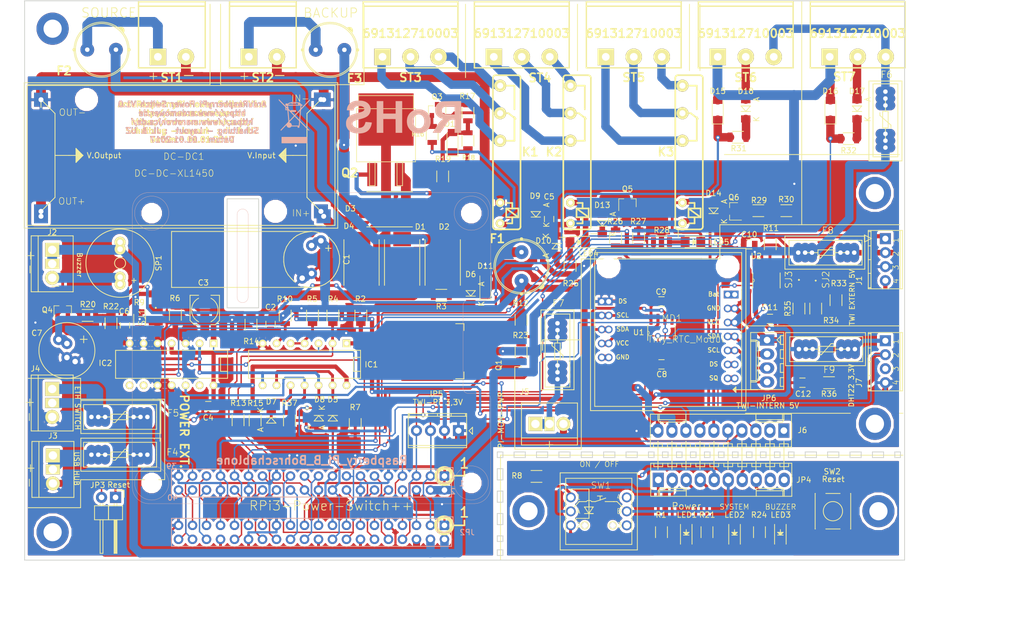
<source format=kicad_pcb>
(kicad_pcb (version 20170123) (host pcbnew "(2017-08-12 revision 0e4163210)-makepkg")
  (title_block (title "ArduMower RaspberryPi Power Switch") (date 2017-01-01) (rev V1.0) (company "Schaltplan : Jürgen Lange") (comment 1 "Layout : UZ"))
  (layers (0 Top signal) (31 Bottom signal) (34 B.Paste user) (35 F.Paste user) (36 B.SilkS user) (37 F.SilkS user) (38 B.Mask user) (39 F.Mask user) (44 Edge.Cuts user))
  (net 0 "")
  (net 1 GND)
  (net 2 VCC)
  (net 3 +3V3)
  (net 4 +5V)
  (net 5 /N$21)
  (net 6 /N$74)
  (net 7 /N$9)
  (net 8 /PG)
  (net 9 /N$7)
  (net 10 /N$15)
  (net 11 /N$42)
  (net 12 /N$52)
  (net 13 /N$57)
  (net 14 /N$66)
  (net 15 /N$20)
  (net 16 /N$10)
  (net 17 /N$19)
  (net 18 /N$11)
  (net 19 /N$4)
  (net 20 /N$64)
  (net 21 /N$67)
  (net 22 /N$68)
  (net 23 /N$8)
  (net 24 /N$23)
  (net 25 /N$41)
  (net 26 /N$40)
  (net 27 /N$47)
  (net 28 /N$14)
  (net 29 /N$48)
  (net 30 /N$51)
  (net 31 /N$46)
  (net 32 /N$50)
  (net 33 /N$1)
  (net 34 /N$27)
  (net 35 /N$31)
  (net 36 /N$43)
  (net 37 /N$26)
  (net 38 /N$69)
  (net 39 /N$70)
  (net 40 SIG-TAST)
  (net 41 SPOWER)
  (net 42 SYSTEM-UP)
  (net 43 SIG-SYSUP)
  (net 44 IN1)
  (net 45 IN2)
  (net 46 SIG-BUZZER)
  (net 47 1WIRE)
  (net 48 40)
  (net 49 38)
  (net 50 36)
  (net 51 35)
  (net 52 32)
  (net 53 OUT2)
  (net 54 OUT1)
  (net 55 28)
  (net 56 27)
  (net 57 26)
  (net 58 24)
  (net 59 23)
  (net 60 POWER-GOOD)
  (net 61 21)
  (net 62 19)
  (net 63 ON-OFF-KEY)
  (net 64 BUZZER)
  (net 65 13)
  (net 66 12)
  (net 67 11)
  (net 68 10)
  (net 69 8)
  (net 70 SCLPI)
  (net 71 SDAPI)
  (net 72 EXT-GND)
  (net 73 EXT-VCC)
  (net 74 TLED)
  (net 75 TAST)
  (net 76 SCLINT-S)
  (net 77 SDAINT-S)
  (net 78 SDAINT)
  (net 79 SCLINT)
  (net 80 SDAEXT)
  (net 81 SCLEXT)
  (net 82 "Net-(D17-Pad2)")
  (net 83 "Net-(D17-Pad1)")
  (net 84 "Net-(D18-Pad1)")
  (net 85 "Net-(D2-Pad1)")
  (net 86 "Net-(D3-Pad2)")
  (net 87 /N$53)
  (net 88 "Net-(Q5-Pad1)")
  (net 89 "Net-(Q6-Pad1)")
  (net 90 "Net-(Q3-Pad1)")
  (net 91 "Net-(MD1-Pad5_0)")
  (net 92 "Net-(MD1-Pad1_1)")
  (net 93 "Net-(MD1-Pad6_1)")
  (net 94 "Net-(MD1-Pad7_1)")
  (net 95 "Net-(D1-Pad2)")
  (net 96 "Net-(D1-Pad1)")
  (net 97 "Net-(D12-Pad1)")
  (net 98 "Net-(D4-Pad2)")
  (net 99 "Net-(D7-Pad2)")
  (net 100 "Net-(D12-Pad2)")
  (net 101 "Net-(D18-Pad2)")
  (net 102 "Net-(DC-DC1-PadO+)")
  (net 103 "Net-(F2-Pad1)")
  (net 104 "Net-(F3-Pad1)")
  (net 105 "Net-(F4-Pad2)")
  (net 106 "Net-(F5-Pad2)")
  (net 107 "Net-(F6-Pad2)")
  (net 108 "Net-(K1-Pad11)")
  (net 109 "Net-(K1-Pad14)")
  (net 110 "Net-(K1-Pad12)")
  (net 111 "Net-(Q1-Pad1)")
  (net 112 "Net-(Q2-Pad1)")
  (net 113 "Net-(Q4-Pad1)")
  (net 114 "Net-(R8-Pad2)")
  (module Zimprich:DCDC-XL1450_Bohrlöcher_und_Rahmen (layer Top) (at 97.028 82.296 180)
    (fp_text reference DC-DC1 (at -4.318 0.508 180) (layer F.SilkS) (effects (font (size 1.2065 1.2065) (thickness 0.1016)) (justify right top)))
    (fp_text value DC-DC-XL1450 (at -6.096 -2.54 180) (layer F.SilkS) (effects (font (size 1.2065 1.2065) (thickness 0.1016)) (justify right top)))
    (fp_text user OUT- (at 22.225 7.112 180) (layer F.SilkS) (effects (font (size 1.2065 1.2065) (thickness 0.1016)) (justify left bottom)))
    (fp_text user OUT+ (at 22.352 -9.017 180) (layer F.SilkS) (effects (font (size 1.2065 1.2065) (thickness 0.1016)) (justify left bottom)))
    (fp_text user IN- (at -19.939 9.652 180) (layer F.SilkS) (effects (font (size 1.2065 1.2065) (thickness 0.1016)) (justify left bottom)))
    (fp_text user IN+ (at -20.066 -11.176 180) (layer F.SilkS) (effects (font (size 1.2065 1.2065) (thickness 0.1016)) (justify left bottom)))
    (fp_text user V.Input (at -14.605 0 180) (layer F.SilkS))
    (fp_text user V.Output (at 13.97 0 180) (layer F.SilkS))
    (pad "" np_thru_hole circle (at -17.145 -10.16 180) (size 3.2 3.2) (drill 3.2) (layers *.Cu *.Mask))
    (pad I- thru_hole rect (at -25.896 10.1205 180) (size 2.54 2.54) (drill 0.9) (layers *.Cu *.Mask) (net 1 GND))
    (pad O- thru_hole rect (at 25.399 10.1205 180) (size 2.54 2.54) (drill 0.9) (layers *.Cu *.Mask) (net 1 GND))
    (pad O+ thru_hole rect (at 25.399 -11.0545 180) (size 2.54 2.54) (drill 0.9) (layers *.Cu *.Mask) (net 102 "Net-(DC-DC1-PadO+)"))
    (pad I- thru_hole rect (at -25.4 10.16 180) (size 2.54 2.54) (drill 0.9) (layers *.Cu *.Mask) (net 1 GND))
    (pad I+ thru_hole rect (at -25.896 -11.0545 180) (size 2.54 2.54) (drill 0.9) (layers *.Cu *.Mask) (net 96 "Net-(D1-Pad1)"))
    (pad I+ thru_hole rect (at -25.4 -10.16 180) (size 2.54 2.54) (drill 0.9) (layers *.Cu *.Mask) (net 96 "Net-(D1-Pad1)"))
    (pad O+ thru_hole rect (at 25.4 -10.16 180) (size 2.54 2.54) (drill 0.9) (layers *.Cu *.Mask) (net 102 "Net-(DC-DC1-PadO+)"))
    (pad "" np_thru_hole circle (at 17.145 10.16 180) (size 3.2 3.2) (drill 3.2) (layers *.Cu *.Mask))
  )
  (module Zimprich:Polyfuse (layer Top) (at 85.852 129.794 180)
    (fp_text reference F5 (at -8.5725 0) (layer F.SilkS) (effects (font (size 1.2065 1.2065) (thickness 0.127)) (justify left bottom)))
    (fp_text value Polyfuse)
    (pad 2 thru_hole oval (at 3.83 0 270) (size 3.556 1.778) (drill 0.8128) (layers *.Cu *.Mask) (net 106 "Net-(F5-Pad2)"))
    (pad 1 thru_hole oval (at -3.83 0 270) (size 3.556 1.778) (drill 0.8128) (layers *.Cu *.Mask) (net 4 +5V))
    (pad 2 thru_hole oval (at 2.58 0 270) (size 3.556 1.778) (drill 0.8128) (layers *.Cu *.Mask) (net 106 "Net-(F5-Pad2)"))
    (pad 1 thru_hole oval (at -2.58 0 270) (size 3.556 1.778) (drill 0.8128) (layers *.Cu *.Mask) (net 4 +5V))
    (pad 1 thru_hole oval (at -5.08 0 270) (size 3.556 1.778) (drill 0.8128) (layers *.Cu *.Mask) (net 4 +5V))
    (pad 2 thru_hole oval (at 5.08 0 270) (size 3.556 1.778) (drill 0.8128) (layers *.Cu *.Mask) (net 106 "Net-(F5-Pad2)"))
  )
  (module Zimprich:Polyfuse (layer Top) (at 85.852 136.652 180)
    (fp_text reference F4 (at -8.4455 -0.254) (layer F.SilkS) (effects (font (size 1.2065 1.2065) (thickness 0.127)) (justify left bottom)))
    (fp_text value Polyfuse)
    (pad 2 thru_hole oval (at 3.83 0 270) (size 3.556 1.778) (drill 0.8128) (layers *.Cu *.Mask) (net 105 "Net-(F4-Pad2)"))
    (pad 1 thru_hole oval (at -3.83 0 270) (size 3.556 1.778) (drill 0.8128) (layers *.Cu *.Mask) (net 4 +5V))
    (pad 2 thru_hole oval (at 2.58 0 270) (size 3.556 1.778) (drill 0.8128) (layers *.Cu *.Mask) (net 105 "Net-(F4-Pad2)"))
    (pad 1 thru_hole oval (at -2.58 0 270) (size 3.556 1.778) (drill 0.8128) (layers *.Cu *.Mask) (net 4 +5V))
    (pad 1 thru_hole oval (at -5.08 0 270) (size 3.556 1.778) (drill 0.8128) (layers *.Cu *.Mask) (net 4 +5V))
    (pad 2 thru_hole oval (at 5.08 0 270) (size 3.556 1.778) (drill 0.8128) (layers *.Cu *.Mask) (net 105 "Net-(F4-Pad2)"))
  )
  (module Zimprich:Polyfuse (layer Top) (at 165.354 117.856 270)
    (fp_text reference F7 (at -8.001 1.016) (layer F.SilkS) (effects (font (size 1.2065 1.2065) (thickness 0.127)) (justify left bottom)))
    (fp_text value Polyfuse)
    (pad 2 thru_hole oval (at 3.83 0) (size 3.556 1.778) (drill 0.8128) (layers *.Cu *.Mask) (net 13 /N$57))
    (pad 1 thru_hole oval (at -3.83 0) (size 3.556 1.778) (drill 0.8128) (layers *.Cu *.Mask) (net 4 +5V))
    (pad 2 thru_hole oval (at 2.58 0) (size 3.556 1.778) (drill 0.8128) (layers *.Cu *.Mask) (net 13 /N$57))
    (pad 1 thru_hole oval (at -2.58 0) (size 3.556 1.778) (drill 0.8128) (layers *.Cu *.Mask) (net 4 +5V))
    (pad 1 thru_hole oval (at -5.08 0) (size 3.556 1.778) (drill 0.8128) (layers *.Cu *.Mask) (net 4 +5V))
    (pad 2 thru_hole oval (at 5.08 0) (size 3.556 1.778) (drill 0.8128) (layers *.Cu *.Mask) (net 13 /N$57))
  )
  (module Zimprich:Polyfuse (layer Top) (at 214.249 117.475)
    (fp_text reference F9 (at -0.762 4.445 180) (layer F.SilkS) (effects (font (size 1.2065 1.2065) (thickness 0.127)) (justify left bottom)))
    (fp_text value Polyfuse)
    (pad 2 thru_hole oval (at 3.83 0 90) (size 3.556 1.778) (drill 0.8128) (layers *.Cu *.Mask) (net 6 /N$74))
    (pad 1 thru_hole oval (at -3.83 0 90) (size 3.556 1.778) (drill 0.8128) (layers *.Cu *.Mask) (net 3 +3V3))
    (pad 2 thru_hole oval (at 2.58 0 90) (size 3.556 1.778) (drill 0.8128) (layers *.Cu *.Mask) (net 6 /N$74))
    (pad 1 thru_hole oval (at -2.58 0 90) (size 3.556 1.778) (drill 0.8128) (layers *.Cu *.Mask) (net 3 +3V3))
    (pad 1 thru_hole oval (at -5.08 0 90) (size 3.556 1.778) (drill 0.8128) (layers *.Cu *.Mask) (net 3 +3V3))
    (pad 2 thru_hole oval (at 5.08 0 90) (size 3.556 1.778) (drill 0.8128) (layers *.Cu *.Mask) (net 6 /N$74))
  )
  (module Zimprich:Polyfuse (layer Top) (at 214.122 99.949)
    (fp_text reference F8 (at -0.889 -3.302 180) (layer F.SilkS) (effects (font (size 1.2065 1.2065) (thickness 0.127)) (justify left bottom)))
    (fp_text value Polyfuse)
    (pad 2 thru_hole oval (at 3.83 0 90) (size 3.556 1.778) (drill 0.8128) (layers *.Cu *.Mask) (net 14 /N$66))
    (pad 1 thru_hole oval (at -3.83 0 90) (size 3.556 1.778) (drill 0.8128) (layers *.Cu *.Mask) (net 4 +5V))
    (pad 2 thru_hole oval (at 2.58 0 90) (size 3.556 1.778) (drill 0.8128) (layers *.Cu *.Mask) (net 14 /N$66))
    (pad 1 thru_hole oval (at -2.58 0 90) (size 3.556 1.778) (drill 0.8128) (layers *.Cu *.Mask) (net 4 +5V))
    (pad 1 thru_hole oval (at -5.08 0 90) (size 3.556 1.778) (drill 0.8128) (layers *.Cu *.Mask) (net 4 +5V))
    (pad 2 thru_hole oval (at 5.08 0 90) (size 3.556 1.778) (drill 0.8128) (layers *.Cu *.Mask) (net 14 /N$66))
  )
  (module Zimprich:Sicherungs_Sockel_für_TR5_TE5 (layer Top) (at 158.8261 102.4586)
    (fp_text reference F1 (at -4.3941 -5.0496) (layer F.SilkS) (effects (font (thickness 0.3048))))
    (fp_text value 2A/T)
    (pad 1 thru_hole circle (at 0 -2.6) (size 2.5 2.5) (drill 0.82) (layers *.Cu *.Mask) (net 102 "Net-(DC-DC1-PadO+)"))
    (pad 2 thru_hole circle (at 0 2.6) (size 2.5 2.5) (drill 0.82) (layers *.Cu *.Mask) (net 2 VCC))
  )
  (module Zimprich:Sicherungs_Sockel_für_TR5_TE5 (layer Top) (at 124.079 63.119 90)
    (fp_text reference F3 (at -5.207 4.445 180) (layer F.SilkS) (effects (font (thickness 0.3048))))
    (fp_text value 1A/T)
    (pad 1 thru_hole circle (at 0 -2.6 90) (size 2.5 2.5) (drill 0.82) (layers *.Cu *.Mask) (net 104 "Net-(F3-Pad1)"))
    (pad 2 thru_hole circle (at 0 2.6 90) (size 2.5 2.5) (drill 0.82) (layers *.Cu *.Mask) (net 86 "Net-(D3-Pad2)"))
  )
  (module Zimprich:Sicherungs_Sockel_für_TR5_TE5 (layer Top) (at 82.6261 63.0886 90)
    (fp_text reference F2 (at -3.8404 -6.8071 180) (layer F.SilkS) (effects (font (thickness 0.3048))))
    (fp_text value 1A/T)
    (pad 1 thru_hole circle (at 0 -2.6 90) (size 2.5 2.5) (drill 0.82) (layers *.Cu *.Mask) (net 103 "Net-(F2-Pad1)"))
    (pad 2 thru_hole circle (at 0 2.6 90) (size 2.5 2.5) (drill 0.82) (layers *.Cu *.Mask) (net 95 "Net-(D1-Pad2)"))
  )
  (module Zimprich:Tiny_RTC_Modul (layer Top) (at 185.4454 113.8428)
    (fp_text reference MD1 (at -1.27 -1.27) (layer F.SilkS) (effects (font (size 1.2065 1.2065) (thickness 0.1016)) (justify left bottom)))
    (fp_text value Tiny_RTC_Modul (at -3.81 2.54) (layer F.SilkS) (effects (font (size 1.2065 1.2065) (thickness 0.1016)) (justify left bottom)))
    (fp_text user GND (at -8.255 5.08) (layer F.SilkS) (effects (font (size 0.8 0.8))))
    (fp_text user VCC (at -8.255 2.54) (layer F.SilkS) (effects (font (size 0.8 0.8))))
    (fp_text user SDA (at -8.255 0) (layer F.SilkS) (effects (font (size 0.8 0.8))))
    (fp_text user SCL (at -8.255 -2.54) (layer F.SilkS) (effects (font (size 0.8 0.8))))
    (fp_text user DS (at -8.255 -5.08) (layer F.SilkS) (effects (font (size 0.8 0.8))))
    (fp_text user Bat (at 8.255 -6.35) (layer F.SilkS) (effects (font (size 0.8 0.8))))
    (fp_text user SQ (at 8.255 8.89) (layer F.SilkS) (effects (font (size 0.8 0.8))))
    (fp_text user DS (at 8.255 6.35) (layer F.SilkS) (effects (font (size 0.8 0.8))))
    (fp_text user SCL (at 8.255 3.81) (layer F.SilkS) (effects (font (size 0.8 0.8))))
    (fp_text user SDA (at 8.255 1.27) (layer F.SilkS) (effects (font (size 0.8 0.8))))
    (fp_text user VCC (at 8.255 -1.27) (layer F.SilkS) (effects (font (size 0.8 0.8))))
    (fp_text user GND (at 8.255 -3.81) (layer F.SilkS) (effects (font (size 0.8 0.8))))
    (pad 3_1 thru_hole circle (at 10.795 -1.2065) (size 1.408 1.408) (drill 0.9) (layers *.Cu *.Mask) (net 4 +5V))
    (pad 5_0 thru_hole circle (at -10.795 5.1435) (size 1.408 1.408) (drill 0.9) (layers *.Cu *.Mask) (net 91 "Net-(MD1-Pad5_0)"))
    (pad 4_0 thru_hole circle (at -10.795 2.6035) (size 1.408 1.408) (drill 0.9) (layers *.Cu *.Mask) (net 79 SCLINT))
    (pad 3_0 thru_hole circle (at -10.795 0.0635) (size 1.408 1.408) (drill 0.9) (layers *.Cu *.Mask) (net 78 SDAINT))
    (pad 2_0 thru_hole circle (at -10.795 -2.4765) (size 1.408 1.408) (drill 0.9) (layers *.Cu *.Mask) (net 4 +5V))
    (pad 7_1 thru_hole circle (at 10.795 8.9535) (size 1.408 1.408) (drill 0.9) (layers *.Cu *.Mask) (net 94 "Net-(MD1-Pad7_1)"))
    (pad 6_1 thru_hole circle (at 10.795 6.4135) (size 1.408 1.408) (drill 0.9) (layers *.Cu *.Mask) (net 93 "Net-(MD1-Pad6_1)"))
    (pad 5_1 thru_hole circle (at 10.795 3.8735) (size 1.408 1.408) (drill 0.9) (layers *.Cu *.Mask) (net 76 SCLINT-S))
    (pad 4_1 thru_hole circle (at 10.795 1.3335) (size 1.408 1.408) (drill 0.9) (layers *.Cu *.Mask) (net 77 SDAINT-S))
    (pad 2_1 thru_hole circle (at 10.795 -3.7465) (size 1.408 1.408) (drill 0.9) (layers *.Cu *.Mask) (net 1 GND))
    (pad 1_1 thru_hole rect (at 10.795 -6.2865) (size 1.408 1.408) (drill 0.9) (layers *.Cu *.Mask) (net 92 "Net-(MD1-Pad1_1)"))
    (pad 1_0 thru_hole rect (at -10.795 -5.0165) (size 1.408 1.408) (drill 0.9) (layers *.Cu *.Mask) (net 1 GND))
    (pad "" np_thru_hole circle (at -10.795 -11.3665) (size 3.3 3.3) (drill 3.3) (layers *.Cu *.Mask))
    (pad 7_1 thru_hole circle (at 12.065 8.9535) (size 1.408 1.408) (drill 0.9) (layers *.Cu *.Mask) (net 94 "Net-(MD1-Pad7_1)"))
    (pad 6_1 thru_hole circle (at 12.065 6.4135) (size 1.408 1.408) (drill 0.9) (layers *.Cu *.Mask) (net 93 "Net-(MD1-Pad6_1)"))
    (pad 5_1 thru_hole circle (at 12.065 3.8735) (size 1.408 1.408) (drill 0.9) (layers *.Cu *.Mask) (net 76 SCLINT-S))
    (pad 4_1 thru_hole circle (at 12.065 1.3335) (size 1.408 1.408) (drill 0.9) (layers *.Cu *.Mask) (net 77 SDAINT-S))
    (pad 3_1 thru_hole circle (at 12.065 -1.2065) (size 1.408 1.408) (drill 0.9) (layers *.Cu *.Mask) (net 4 +5V))
    (pad 2_1 thru_hole circle (at 12.065 -3.7465) (size 1.408 1.408) (drill 0.9) (layers *.Cu *.Mask) (net 1 GND))
    (pad 1_1 thru_hole rect (at 12.065 -6.2865) (size 1.408 1.408) (drill 0.9) (layers *.Cu *.Mask) (net 92 "Net-(MD1-Pad1_1)"))
    (pad 5_0 thru_hole circle (at -12.065 5.1435) (size 1.408 1.408) (drill 0.9) (layers *.Cu *.Mask) (net 91 "Net-(MD1-Pad5_0)"))
    (pad 4_0 thru_hole circle (at -12.065 2.6035) (size 1.408 1.408) (drill 0.9) (layers *.Cu *.Mask) (net 79 SCLINT))
    (pad 3_0 thru_hole circle (at -12.065 0.0635) (size 1.408 1.408) (drill 0.9) (layers *.Cu *.Mask) (net 78 SDAINT))
    (pad 2_0 thru_hole circle (at -12.065 -2.4765) (size 1.408 1.408) (drill 0.9) (layers *.Cu *.Mask) (net 4 +5V))
    (pad 1_0 thru_hole rect (at -12.065 -5.0165) (size 1.408 1.408) (drill 0.9) (layers *.Cu *.Mask) (net 1 GND))
    (pad "" np_thru_hole circle (at 10.795 -11.3665) (size 3.3 3.3) (drill 3.3) (layers *.Cu *.Mask))
  )
  (module Sockets_DIP:DIP-14__300 (layer Top) (at 95.3261 120.2386 180)
    (fp_text reference IC2 (at 12.0141 0.2236 180) (layer F.SilkS))
    (fp_text value 74LS73N)
    (pad 1 thru_hole rect (at -7.62 3.81 180) (size 1.397 1.397) (drill 0.8128) (layers *.Cu *.Mask F.SilkS) (net 40 SIG-TAST))
    (pad 2 thru_hole circle (at -5.08 3.81 180) (size 1.397 1.397) (drill 0.8128) (layers *.Cu *.Mask F.SilkS) (net 43 SIG-SYSUP))
    (pad 3 thru_hole circle (at -2.54 3.81 180) (size 1.397 1.397) (drill 0.8128) (layers *.Cu *.Mask F.SilkS) (net 1 GND))
    (pad 4 thru_hole circle (at 0 3.81 180) (size 1.397 1.397) (drill 0.8128) (layers *.Cu *.Mask F.SilkS) (net 2 VCC))
    (pad 5 thru_hole circle (at 2.54 3.81 180) (size 1.397 1.397) (drill 0.8128) (layers *.Cu *.Mask F.SilkS) (net 1 GND))
    (pad 6 thru_hole circle (at 5.08 3.81 180) (size 1.397 1.397) (drill 0.8128) (layers *.Cu *.Mask F.SilkS) (net 1 GND))
    (pad 7 thru_hole circle (at 7.62 3.81 180) (size 1.397 1.397) (drill 0.8128) (layers *.Cu *.Mask F.SilkS) (net 1 GND))
    (pad 8 thru_hole circle (at 7.62 -3.81 180) (size 1.397 1.397) (drill 0.8128) (layers *.Cu *.Mask F.SilkS))
    (pad 9 thru_hole circle (at 5.08 -3.81 180) (size 1.397 1.397) (drill 0.8128) (layers *.Cu *.Mask F.SilkS))
    (pad 10 thru_hole circle (at 2.54 -3.81 180) (size 1.397 1.397) (drill 0.8128) (layers *.Cu *.Mask F.SilkS) (net 1 GND))
    (pad 11 thru_hole circle (at 0 -3.81 180) (size 1.397 1.397) (drill 0.8128) (layers *.Cu *.Mask F.SilkS) (net 1 GND))
    (pad 12 thru_hole circle (at -2.54 -3.81 180) (size 1.397 1.397) (drill 0.8128) (layers *.Cu *.Mask F.SilkS) (net 18 /N$11))
    (pad 13 thru_hole circle (at -5.08 -3.81 180) (size 1.397 1.397) (drill 0.8128) (layers *.Cu *.Mask F.SilkS))
    (pad 14 thru_hole circle (at -7.62 -3.81 180) (size 1.397 1.397) (drill 0.8128) (layers *.Cu *.Mask F.SilkS) (net 2 VCC))
  )
  (module Sockets_DIP:DIP-14__300 (layer Top) (at 119.4561 120.2386 180)
    (fp_text reference IC1 (at -12.1159 -0.0304 180) (layer F.SilkS))
    (fp_text value 74ALS05N)
    (pad 1 thru_hole rect (at -7.62 3.81 180) (size 1.397 1.397) (drill 0.8128) (layers *.Cu *.Mask F.SilkS) (net 8 /PG))
    (pad 2 thru_hole circle (at -5.08 3.81 180) (size 1.397 1.397) (drill 0.8128) (layers *.Cu *.Mask F.SilkS) (net 15 /N$20))
    (pad 3 thru_hole circle (at -2.54 3.81 180) (size 1.397 1.397) (drill 0.8128) (layers *.Cu *.Mask F.SilkS) (net 40 SIG-TAST))
    (pad 4 thru_hole circle (at 0 3.81 180) (size 1.397 1.397) (drill 0.8128) (layers *.Cu *.Mask F.SilkS) (net 16 /N$10))
    (pad 5 thru_hole circle (at 2.54 3.81 180) (size 1.397 1.397) (drill 0.8128) (layers *.Cu *.Mask F.SilkS) (net 16 /N$10))
    (pad 6 thru_hole circle (at 5.08 3.81 180) (size 1.397 1.397) (drill 0.8128) (layers *.Cu *.Mask F.SilkS) (net 17 /N$19))
    (pad 7 thru_hole circle (at 7.62 3.81 180) (size 1.397 1.397) (drill 0.8128) (layers *.Cu *.Mask F.SilkS) (net 1 GND))
    (pad 8 thru_hole circle (at 7.62 -3.81 180) (size 1.397 1.397) (drill 0.8128) (layers *.Cu *.Mask F.SilkS) (net 43 SIG-SYSUP))
    (pad 9 thru_hole circle (at 5.08 -3.81 180) (size 1.397 1.397) (drill 0.8128) (layers *.Cu *.Mask F.SilkS) (net 7 /N$9))
    (pad 10 thru_hole circle (at 2.54 -3.81 180) (size 1.397 1.397) (drill 0.8128) (layers *.Cu *.Mask F.SilkS) (net 10 /N$15))
    (pad 11 thru_hole circle (at 0 -3.81 180) (size 1.397 1.397) (drill 0.8128) (layers *.Cu *.Mask F.SilkS) (net 18 /N$11))
    (pad 12 thru_hole circle (at -2.54 -3.81 180) (size 1.397 1.397) (drill 0.8128) (layers *.Cu *.Mask F.SilkS) (net 43 SIG-SYSUP))
    (pad 13 thru_hole circle (at -5.08 -3.81 180) (size 1.397 1.397) (drill 0.8128) (layers *.Cu *.Mask F.SilkS) (net 7 /N$9))
    (pad 14 thru_hole circle (at -7.62 -3.81 180) (size 1.397 1.397) (drill 0.8128) (layers *.Cu *.Mask F.SilkS) (net 2 VCC))
  )
  (module Resistors_SMD:R_1206 (layer Top) (at 184.2261 150.7186 270)
    (fp_text reference R1 (at -3.1446 0.0761) (layer F.SilkS))
    (fp_text value 330)
    (pad 1 smd rect (at -1.45 0 270) (size 0.9 1.7) (layers Top F.Paste F.Mask) (net 72 EXT-GND))
    (pad 2 smd rect (at 1.45 0 270) (size 0.9 1.7) (layers Top F.Paste F.Mask) (net 33 /N$1))
  )
  (module Resistors_SMD:R_1206 (layer Top) (at 129.667 111.379 270)
    (fp_text reference R2 (at -3.0176 0.0761) (layer F.SilkS))
    (fp_text value 4K7)
    (pad 2 smd rect (at 1.45 0 270) (size 0.9 1.7) (layers Top F.Paste F.Mask) (net 8 /PG))
    (pad 1 smd rect (at -1.45 0 270) (size 0.9 1.7) (layers Top F.Paste F.Mask) (net 1 GND))
  )
  (module Resistors_SMD:R_1206 (layer Top) (at 144.272 107.696 180)
    (fp_text reference R3 (at 0 -2.032) (layer F.SilkS))
    (fp_text value 3K3)
    (pad 2 smd rect (at 1.45 0 180) (size 0.9 1.7) (layers Top F.Paste F.Mask) (net 85 "Net-(D2-Pad1)"))
    (pad 1 smd rect (at -1.45 0 180) (size 0.9 1.7) (layers Top F.Paste F.Mask) (net 9 /N$7))
  )
  (module Resistors_SMD:R_1206 (layer Top) (at 124.587 111.379 270)
    (fp_text reference R4 (at -3.0176 -0.0509) (layer F.SilkS))
    (fp_text value 2K2)
    (pad 1 smd rect (at -1.45 0 270) (size 0.9 1.7) (layers Top F.Paste F.Mask) (net 3 +3V3))
    (pad 2 smd rect (at 1.45 0 270) (size 0.9 1.7) (layers Top F.Paste F.Mask) (net 15 /N$20))
  )
  (module Resistors_SMD:R_1206 (layer Top) (at 120.904 111.379 270)
    (fp_text reference R5 (at -3.0176 0.0761) (layer F.SilkS))
    (fp_text value 2K2)
    (pad 2 smd rect (at 1.45 0 270) (size 0.9 1.7) (layers Top F.Paste F.Mask) (net 16 /N$10))
    (pad 1 smd rect (at -1.45 0 270) (size 0.9 1.7) (layers Top F.Paste F.Mask) (net 2 VCC))
  )
  (module Resistors_SMD:R_1206 (layer Top) (at 96.012 111.252 90)
    (fp_text reference R6 (at 3.0176 -0.0761 180) (layer F.SilkS))
    (fp_text value 1K)
    (pad 1 smd rect (at -1.45 0 90) (size 0.9 1.7) (layers Top F.Paste F.Mask) (net 1 GND))
    (pad 2 smd rect (at 1.45 0 90) (size 0.9 1.7) (layers Top F.Paste F.Mask) (net 40 SIG-TAST))
  )
  (module Resistors_SMD:R_1206 (layer Top) (at 128.651 131.064 90)
    (fp_text reference R7 (at 3.0176 -0.0126 180) (layer F.SilkS))
    (fp_text value 1K)
    (pad 1 smd rect (at -1.45 0 90) (size 0.9 1.7) (layers Top F.Paste F.Mask) (net 1 GND))
    (pad 2 smd rect (at 1.45 0 90) (size 0.9 1.7) (layers Top F.Paste F.Mask) (net 7 /N$9))
  )
  (module Resistors_SMD:R_1206 (layer Top) (at 161.544 140.589 180)
    (fp_text reference R8 (at 3.556 0.127 180) (layer F.SilkS))
    (fp_text value 330)
    (pad 1 smd rect (at -1.45 0 180) (size 0.9 1.7) (layers Top F.Paste F.Mask) (net 74 TLED))
    (pad 2 smd rect (at 1.45 0 180) (size 0.9 1.7) (layers Top F.Paste F.Mask) (net 114 "Net-(R8-Pad2)"))
  )
  (module Resistors_SMD:R_1206 (layer Top) (at 89.535 112.141 270)
    (fp_text reference R9 (at -3.1446 0.0761) (layer F.SilkS))
    (fp_text value 2K2)
    (pad 1 smd rect (at -1.45 0 270) (size 0.9 1.7) (layers Top F.Paste F.Mask) (net 2 VCC))
    (pad 2 smd rect (at 1.45 0 270) (size 0.9 1.7) (layers Top F.Paste F.Mask) (net 43 SIG-SYSUP))
  )
  (module Resistors_SMD:R_1206 (layer Top) (at 115.951 111.379 270)
    (fp_text reference R10 (at -3.0176 0.0761) (layer F.SilkS))
    (fp_text value 2K2)
    (pad 1 smd rect (at -1.45 0 270) (size 0.9 1.7) (layers Top F.Paste F.Mask) (net 3 +3V3))
    (pad 2 smd rect (at 1.45 0 270) (size 0.9 1.7) (layers Top F.Paste F.Mask) (net 17 /N$19))
  )
  (module Resistors_SMD:R_1206 (layer Top) (at 203.962 98.425 270)
    (fp_text reference R11 (at -2.921 -0.127) (layer F.SilkS))
    (fp_text value 75)
    (pad 1 smd rect (at -1.45 0 270) (size 0.9 1.7) (layers Top F.Paste F.Mask) (net 19 /N$4))
    (pad 2 smd rect (at 1.45 0 270) (size 0.9 1.7) (layers Top F.Paste F.Mask) (net 80 SDAEXT))
  )
  (module Resistors_SMD:R_1206 (layer Top) (at 158.75 112.141 270)
    (fp_text reference R12 (at -3.0176 0.0761) (layer F.SilkS))
    (fp_text value 10K)
    (pad 2 smd rect (at 1.45 0 270) (size 0.9 1.7) (layers Top F.Paste F.Mask) (net 99 "Net-(D7-Pad2)"))
    (pad 1 smd rect (at -1.45 0 270) (size 0.9 1.7) (layers Top F.Paste F.Mask) (net 2 VCC))
  )
  (module Resistors_SMD:R_1206 (layer Top) (at 107.3911 130.3986 270)
    (fp_text reference R13 (at -3.1446 -0.0509) (layer F.SilkS))
    (fp_text value 560)
    (pad 1 smd rect (at -1.45 0 270) (size 0.9 1.7) (layers Top F.Paste F.Mask) (net 15 /N$20))
    (pad 2 smd rect (at 1.45 0 270) (size 0.9 1.7) (layers Top F.Paste F.Mask) (net 60 POWER-GOOD))
  )
  (module Resistors_SMD:R_1206 (layer Top) (at 109.728 113.03 270)
    (fp_text reference R14 (at 3.0176 -0.0761) (layer F.SilkS))
    (fp_text value 560)
    (pad 2 smd rect (at 1.45 0 270) (size 0.9 1.7) (layers Top F.Paste F.Mask) (net 63 ON-OFF-KEY))
    (pad 1 smd rect (at -1.45 0 270) (size 0.9 1.7) (layers Top F.Paste F.Mask) (net 17 /N$19))
  )
  (module Resistors_SMD:R_1206 (layer Top) (at 110.49 130.429 90)
    (fp_text reference R15 (at 3.1446 0.0509 180) (layer F.SilkS))
    (fp_text value 2K2)
    (pad 1 smd rect (at -1.45 0 90) (size 0.9 1.7) (layers Top F.Paste F.Mask) (net 10 /N$15))
    (pad 2 smd rect (at 1.45 0 90) (size 0.9 1.7) (layers Top F.Paste F.Mask) (net 2 VCC))
  )
  (module Resistors_SMD:R_1206 (layer Top) (at 142.621 78.486 90)
    (fp_text reference R16 (at 0.0508 -2.5908 180) (layer F.SilkS) (effects (font (size 0.8 0.8))))
    (fp_text value 4K7)
    (pad 1 smd rect (at -1.45 0 90) (size 0.9 1.7) (layers Top F.Paste F.Mask) (net 41 SPOWER))
    (pad 2 smd rect (at 1.45 0 90) (size 0.9 1.7) (layers Top F.Paste F.Mask) (net 90 "Net-(Q3-Pad1)"))
  )
  (module Resistors_SMD:R_1206 (layer Top) (at 149.098 74.549 270)
    (fp_text reference R17 (at -3.0176 0.0761) (layer F.SilkS))
    (fp_text value 2K2)
    (pad 2 smd rect (at 1.45 0 270) (size 0.9 1.7) (layers Top F.Paste F.Mask) (net 100 "Net-(D12-Pad2)"))
    (pad 1 smd rect (at -1.45 0 270) (size 0.9 1.7) (layers Top F.Paste F.Mask) (net 37 /N$26))
  )
  (module Resistors_SMD:R_1206 (layer Top) (at 149.098 79.629 270)
    (fp_text reference R18 (at 3.048 -0.127 180) (layer F.SilkS) (effects (font (size 0.8 0.8))))
    (fp_text value 10K)
    (pad 1 smd rect (at -1.45 0 270) (size 0.9 1.7) (layers Top F.Paste F.Mask) (net 100 "Net-(D12-Pad2)"))
    (pad 2 smd rect (at 1.45 0 270) (size 0.9 1.7) (layers Top F.Paste F.Mask) (net 97 "Net-(D12-Pad1)"))
  )
  (module Resistors_SMD:R_1206 (layer Top) (at 144.526 86.106 270)
    (fp_text reference R19 (at -3.1446 -0.0509) (layer F.SilkS))
    (fp_text value 15)
    (pad 2 smd rect (at 1.45 0 270) (size 0.9 1.7) (layers Top F.Paste F.Mask) (net 112 "Net-(Q2-Pad1)"))
    (pad 1 smd rect (at -1.45 0 270) (size 0.9 1.7) (layers Top F.Paste F.Mask) (net 100 "Net-(D12-Pad2)"))
  )
  (module Resistors_SMD:R_1206 (layer Top) (at 80.0861 111.3486 180)
    (fp_text reference R20 (at -0.0509 2.0016 180) (layer F.SilkS))
    (fp_text value 4K7)
    (pad 2 smd rect (at 1.45 0 180) (size 0.9 1.7) (layers Top F.Paste F.Mask) (net 113 "Net-(Q4-Pad1)"))
    (pad 1 smd rect (at -1.45 0 180) (size 0.9 1.7) (layers Top F.Paste F.Mask) (net 64 BUZZER))
  )
  (module Resistors_SMD:R_1206 (layer Top) (at 192.4811 150.7186 90)
    (fp_text reference R21 (at 3.1446 0.0509 180) (layer F.SilkS))
    (fp_text value 150)
    (pad 2 smd rect (at 1.45 0 90) (size 0.9 1.7) (layers Top F.Paste F.Mask) (net 24 /N$23))
    (pad 1 smd rect (at -1.45 0 90) (size 0.9 1.7) (layers Top F.Paste F.Mask) (net 34 /N$27))
  )
  (module Resistors_SMD:R_1206 (layer Top) (at 84.328 112.776 270)
    (fp_text reference R22 (at -3.048 0) (layer F.SilkS))
    (fp_text value 2K2)
    (pad 2 smd rect (at 1.45 0 270) (size 0.9 1.7) (layers Top F.Paste F.Mask) (net 1 GND))
    (pad 1 smd rect (at -1.45 0 270) (size 0.9 1.7) (layers Top F.Paste F.Mask) (net 64 BUZZER))
  )
  (module Resistors_SMD:R_1206 (layer Top) (at 158.75 117.983 90)
    (fp_text reference R23 (at 3.0176 -0.0761 180) (layer F.SilkS))
    (fp_text value 15)
    (pad 1 smd rect (at -1.45 0 90) (size 0.9 1.7) (layers Top F.Paste F.Mask) (net 111 "Net-(Q1-Pad1)"))
    (pad 2 smd rect (at 1.45 0 90) (size 0.9 1.7) (layers Top F.Paste F.Mask) (net 99 "Net-(D7-Pad2)"))
  )
  (module Resistors_SMD:R_1206 (layer Top) (at 202.0061 150.7186 270)
    (fp_text reference R24 (at -3.1446 0.0761) (layer F.SilkS))
    (fp_text value 330)
    (pad 2 smd rect (at 1.45 0 270) (size 0.9 1.7) (layers Top F.Paste F.Mask) (net 23 /N$8))
    (pad 1 smd rect (at -1.45 0 270) (size 0.9 1.7) (layers Top F.Paste F.Mask) (net 35 /N$31))
  )
  (module Resistors_SMD:R_1206 (layer Top) (at 167.64 102.362 270)
    (fp_text reference R25 (at 3.175 -0.127) (layer F.SilkS))
    (fp_text value 150)
    (pad 1 smd rect (at -1.45 0 270) (size 0.9 1.7) (layers Top F.Paste F.Mask) (net 36 /N$43))
    (pad 2 smd rect (at 1.45 0 270) (size 0.9 1.7) (layers Top F.Paste F.Mask) (net 41 SPOWER))
  )
  (module Resistors_SMD:R_1206 (layer Top) (at 175.895 97.282 90)
    (fp_text reference R26 (at 3.0176 -0.0761 180) (layer F.SilkS))
    (fp_text value 4K7)
    (pad 2 smd rect (at 1.45 0 90) (size 0.9 1.7) (layers Top F.Paste F.Mask) (net 88 "Net-(Q5-Pad1)"))
    (pad 1 smd rect (at -1.45 0 90) (size 0.9 1.7) (layers Top F.Paste F.Mask) (net 54 OUT1))
  )
  (module Resistors_SMD:R_1206 (layer Top) (at 180.086 97.282 90)
    (fp_text reference R27 (at 3.0176 -0.0761 180) (layer F.SilkS))
    (fp_text value 2K2)
    (pad 1 smd rect (at -1.45 0 90) (size 0.9 1.7) (layers Top F.Paste F.Mask) (net 54 OUT1))
    (pad 2 smd rect (at 1.45 0 90) (size 0.9 1.7) (layers Top F.Paste F.Mask) (net 1 GND))
  )
  (module Resistors_SMD:R_1206 (layer Top) (at 184.2261 98.0136 180)
    (fp_text reference R28 (at -0.0509 2.1286 180) (layer F.SilkS))
    (fp_text value 150)
    (pad 2 smd rect (at 1.45 0 180) (size 0.9 1.7) (layers Top F.Paste F.Mask) (net 41 SPOWER))
    (pad 1 smd rect (at -1.45 0 180) (size 0.9 1.7) (layers Top F.Paste F.Mask) (net 87 /N$53))
  )
  (module Resistors_SMD:R_1206 (layer Top) (at 201.803 92.329 180)
    (fp_text reference R29 (at -0.127 1.8796) (layer F.SilkS))
    (fp_text value 4K7)
    (pad 1 smd rect (at -1.45 0 180) (size 0.9 1.7) (layers Top F.Paste F.Mask) (net 53 OUT2))
    (pad 2 smd rect (at 1.45 0 180) (size 0.9 1.7) (layers Top F.Paste F.Mask) (net 89 "Net-(Q6-Pad1)"))
  )
  (module Resistors_SMD:R_1206 (layer Top) (at 206.883 92.329)
    (fp_text reference R30 (at 0 -2.0574 180) (layer F.SilkS))
    (fp_text value 2K2)
    (pad 2 smd rect (at 1.45 0) (size 0.9 1.7) (layers Top F.Paste F.Mask) (net 1 GND))
    (pad 1 smd rect (at -1.45 0) (size 0.9 1.7) (layers Top F.Paste F.Mask) (net 53 OUT2))
  )
  (module Resistors_SMD:R_1206 (layer Top) (at 198.12 78.994)
    (fp_text reference R31 (at 0.127 2.032 180) (layer F.SilkS))
    (fp_text value 470)
    (pad 1 smd rect (at -1.45 0) (size 0.9 1.7) (layers Top F.Paste F.Mask) (net 44 IN1))
    (pad 2 smd rect (at 1.45 0) (size 0.9 1.7) (layers Top F.Paste F.Mask) (net 84 "Net-(D18-Pad1)"))
  )
  (module Resistors_SMD:R_1206 (layer Top) (at 218.186 79.248)
    (fp_text reference R32 (at 0 2.159 180) (layer F.SilkS))
    (fp_text value 470)
    (pad 2 smd rect (at 1.45 0) (size 0.9 1.7) (layers Top F.Paste F.Mask) (net 83 "Net-(D17-Pad1)"))
    (pad 1 smd rect (at -1.45 0) (size 0.9 1.7) (layers Top F.Paste F.Mask) (net 45 IN2))
  )
  (module Resistors_SMD:R_1206 (layer Top) (at 215.9 108.585 270)
    (fp_text reference R33 (at -3.048 -0.508) (layer F.SilkS))
    (fp_text value 75)
    (pad 1 smd rect (at -1.45 0 270) (size 0.9 1.7) (layers Top F.Paste F.Mask) (net 20 /N$64))
    (pad 2 smd rect (at 1.45 0 270) (size 0.9 1.7) (layers Top F.Paste F.Mask) (net 81 SCLEXT))
  )
  (module Resistors_SMD:R_1206 (layer Top) (at 212.217 110.109 270)
    (fp_text reference R34 (at 2.159 -2.794 180) (layer F.SilkS))
    (fp_text value 4K7)
    (pad 2 smd rect (at 1.45 0 270) (size 0.9 1.7) (layers Top F.Paste F.Mask) (net 14 /N$66))
    (pad 1 smd rect (at -1.45 0 270) (size 0.9 1.7) (layers Top F.Paste F.Mask) (net 38 /N$69))
  )
  (module Resistors_SMD:R_1206 (layer Top) (at 209.169 110.109 270)
    (fp_text reference R35 (at 0 2.032 90) (layer F.SilkS))
    (fp_text value 4K7)
    (pad 1 smd rect (at -1.45 0 270) (size 0.9 1.7) (layers Top F.Paste F.Mask) (net 39 /N$70))
    (pad 2 smd rect (at 1.45 0 270) (size 0.9 1.7) (layers Top F.Paste F.Mask) (net 14 /N$66))
  )
  (module Resistors_SMD:R_1206 (layer Top) (at 214.63 123.571)
    (fp_text reference R36 (at 0 2.032 180) (layer F.SilkS))
    (fp_text value 4K7)
    (pad 2 smd rect (at 1.45 0) (size 0.9 1.7) (layers Top F.Paste F.Mask) (net 47 1WIRE))
    (pad 1 smd rect (at -1.45 0) (size 0.9 1.7) (layers Top F.Paste F.Mask) (net 6 /N$74))
  )
  (module w_conn_screw:mstba_2,5%2f2-g-5,08 (layer Top) (at 95.377 64.389)
    (fp_text reference ST1 (at 0 3.74904) (layer F.SilkS) (effects (font (thickness 0.3048))))
    (fp_text value 691313510002)
    (pad 2 thru_hole circle (at 2.54 0) (size 2.99974 2.99974) (drill 1.39954) (layers *.Cu *.Mask F.SilkS) (net 1 GND))
    (pad 1 thru_hole rect (at -2.54 0) (size 2.99974 2.99974) (drill 1.39954) (layers *.Cu *.Mask F.SilkS) (net 103 "Net-(F2-Pad1)"))
  )
  (module w_conn_screw:mstba_2,5%2f2-g-5,08 (layer Top) (at 111.887 64.389)
    (fp_text reference ST2 (at 0 3.74904) (layer F.SilkS) (effects (font (thickness 0.3048))))
    (fp_text value 691313510002)
    (pad 1 thru_hole rect (at -2.54 0) (size 2.99974 2.99974) (drill 1.39954) (layers *.Cu *.Mask F.SilkS) (net 104 "Net-(F3-Pad1)"))
    (pad 2 thru_hole circle (at 2.54 0) (size 2.99974 2.99974) (drill 1.39954) (layers *.Cu *.Mask F.SilkS) (net 1 GND))
  )
  (module w_conn_screw:mstba_2,5%2f3-g-5,08 (layer Top) (at 138.684 64.389)
    (fp_text reference ST3 (at 0 3.74904) (layer F.SilkS) (effects (font (thickness 0.3048))))
    (fp_text value 691312710003 (at 0 -4.24942) (layer F.SilkS) (effects (font (thickness 0.3048))))
    (pad 1 thru_hole rect (at -5.08 0) (size 2.99974 2.99974) (drill 1.39954) (layers *.Cu *.Mask F.SilkS) (net 110 "Net-(K1-Pad12)"))
    (pad 2 thru_hole circle (at 0 0) (size 2.99974 2.99974) (drill 1.39954) (layers *.Cu *.Mask F.SilkS) (net 108 "Net-(K1-Pad11)"))
    (pad 3 thru_hole circle (at 5.08 0) (size 2.99974 2.99974) (drill 1.39954) (layers *.Cu *.Mask F.SilkS) (net 109 "Net-(K1-Pad14)"))
  )
  (module w_conn_screw:mstba_2,5%2f3-g-5,08 (layer Top) (at 158.877 64.389)
    (fp_text reference ST4 (at 3.302 3.81) (layer F.SilkS) (effects (font (thickness 0.3048))))
    (fp_text value 691312710003 (at 0 -4.24942) (layer F.SilkS) (effects (font (thickness 0.3048))))
    (pad 3 thru_hole circle (at 5.08 0) (size 2.99974 2.99974) (drill 1.39954) (layers *.Cu *.Mask F.SilkS) (net 29 /N$48))
    (pad 2 thru_hole circle (at 0 0) (size 2.99974 2.99974) (drill 1.39954) (layers *.Cu *.Mask F.SilkS) (net 28 /N$14))
    (pad 1 thru_hole rect (at -5.08 0) (size 2.99974 2.99974) (drill 1.39954) (layers *.Cu *.Mask F.SilkS) (net 27 /N$47))
  )
  (module w_conn_screw:mstba_2,5%2f3-g-5,08 (layer Top) (at 179.197 64.389)
    (fp_text reference ST5 (at 0 3.74904) (layer F.SilkS) (effects (font (thickness 0.3048))))
    (fp_text value 691312710003 (at 0 -4.24942) (layer F.SilkS) (effects (font (thickness 0.3048))))
    (pad 1 thru_hole rect (at -5.08 0) (size 2.99974 2.99974) (drill 1.39954) (layers *.Cu *.Mask F.SilkS) (net 32 /N$50))
    (pad 2 thru_hole circle (at 0 0) (size 2.99974 2.99974) (drill 1.39954) (layers *.Cu *.Mask F.SilkS) (net 31 /N$46))
    (pad 3 thru_hole circle (at 5.08 0) (size 2.99974 2.99974) (drill 1.39954) (layers *.Cu *.Mask F.SilkS) (net 30 /N$51))
  )
  (module w_conn_screw:mstba_2,5%2f3-g-5,08 (layer Top) (at 199.517 64.389)
    (fp_text reference ST6 (at 0 3.74904) (layer F.SilkS) (effects (font (thickness 0.3048))))
    (fp_text value 691312710003 (at 0 -4.24942) (layer F.SilkS) (effects (font (thickness 0.3048))))
    (pad 3 thru_hole circle (at 5.08 0) (size 2.99974 2.99974) (drill 1.39954) (layers *.Cu *.Mask F.SilkS) (net 107 "Net-(F6-Pad2)"))
    (pad 2 thru_hole circle (at 0 0) (size 2.99974 2.99974) (drill 1.39954) (layers *.Cu *.Mask F.SilkS) (net 101 "Net-(D18-Pad2)"))
    (pad 1 thru_hole rect (at -5.08 0) (size 2.99974 2.99974) (drill 1.39954) (layers *.Cu *.Mask F.SilkS) (net 1 GND))
  )
  (module w_conn_screw:mstba_2,5%2f3-g-5,08 (layer Top) (at 219.837 64.389)
    (fp_text reference ST7 (at -2.413 3.6195) (layer F.SilkS) (effects (font (thickness 0.3048))))
    (fp_text value 691312710003 (at 0 -4.24942) (layer F.SilkS) (effects (font (thickness 0.3048))))
    (pad 1 thru_hole rect (at -5.08 0) (size 2.99974 2.99974) (drill 1.39954) (layers *.Cu *.Mask F.SilkS) (net 1 GND))
    (pad 2 thru_hole circle (at 0 0) (size 2.99974 2.99974) (drill 1.39954) (layers *.Cu *.Mask F.SilkS) (net 82 "Net-(D17-Pad2)"))
    (pad 3 thru_hole circle (at 5.08 0) (size 2.99974 2.99974) (drill 1.39954) (layers *.Cu *.Mask F.SilkS) (net 107 "Net-(F6-Pad2)"))
  )
  (module Capacitors_SMD:C_0805 (layer Top) (at 113.284 112.903 270)
    (fp_text reference C2 (at -3.048 0) (layer F.SilkS))
    (fp_text value 100nF)
    (pad 2 smd rect (at 1 0 270) (size 1 1.25) (layers Top F.Paste F.Mask) (net 1 GND))
    (pad 1 smd rect (at -1 0 270) (size 1 1.25) (layers Top F.Paste F.Mask) (net 2 VCC))
  )
  (module Capacitors_SMD:C_0805 (layer Top) (at 101.981 127.8255 180)
    (fp_text reference C4 (at 0 -2.1 180) (layer F.SilkS))
    (fp_text value 100nF)
    (pad 1 smd rect (at -1 0 180) (size 1 1.25) (layers Top F.Paste F.Mask) (net 2 VCC))
    (pad 2 smd rect (at 1 0 180) (size 1 1.25) (layers Top F.Paste F.Mask) (net 1 GND))
  )
  (module Capacitors_SMD:C_0805 (layer Top) (at 163.83 93.853 90)
    (fp_text reference C5 (at 4.064 0 180) (layer F.SilkS))
    (fp_text value 100nF)
    (pad 2 smd rect (at 1 0 90) (size 1 1.25) (layers Top F.Paste F.Mask) (net 1 GND))
    (pad 1 smd rect (at -1 0 90) (size 1 1.25) (layers Top F.Paste F.Mask) (net 41 SPOWER))
  )
  (module Capacitors_SMD:C_0805 (layer Top) (at 86.868 113.157 270)
    (fp_text reference C6 (at -2.54 0.127) (layer F.SilkS))
    (fp_text value 100nF)
    (pad 1 smd rect (at -1 0 270) (size 1 1.25) (layers Top F.Paste F.Mask) (net 2 VCC))
    (pad 2 smd rect (at 1 0 270) (size 1 1.25) (layers Top F.Paste F.Mask) (net 1 GND))
  )
  (module Capacitors_SMD:C_0805 (layer Top) (at 184.2261 120.2386)
    (fp_text reference C8 (at 0.0509 1.8084) (layer F.SilkS))
    (fp_text value 100nF)
    (pad 2 smd rect (at 1 0) (size 1 1.25) (layers Top F.Paste F.Mask) (net 1 GND))
    (pad 1 smd rect (at -1 0) (size 1 1.25) (layers Top F.Paste F.Mask) (net 3 +3V3))
  )
  (module Capacitors_SMD:C_0805 (layer Top) (at 184.2261 108.8086)
    (fp_text reference C9 (at -0.0761 -1.7476) (layer F.SilkS))
    (fp_text value 100nF)
    (pad 1 smd rect (at -1 0) (size 1 1.25) (layers Top F.Paste F.Mask) (net 4 +5V))
    (pad 2 smd rect (at 1 0) (size 1 1.25) (layers Top F.Paste F.Mask) (net 1 GND))
  )
  (module Capacitors_SMD:C_0805 (layer Top) (at 200.152 98.425 180)
    (fp_text reference C10 (at 0 1.778 180) (layer F.SilkS))
    (fp_text value 100nF)
    (pad 2 smd rect (at 1 0 180) (size 1 1.25) (layers Top F.Paste F.Mask) (net 1 GND))
    (pad 1 smd rect (at -1 0 180) (size 1 1.25) (layers Top F.Paste F.Mask) (net 4 +5V))
  )
  (module Capacitors_SMD:C_0805 (layer Top) (at 203.9111 111.9836)
    (fp_text reference C11 (at 0 -2.1) (layer F.SilkS))
    (fp_text value 100nF)
    (pad 2 smd rect (at 1 0) (size 1 1.25) (layers Top F.Paste F.Mask) (net 1 GND))
    (pad 1 smd rect (at -1 0) (size 1 1.25) (layers Top F.Paste F.Mask) (net 3 +3V3))
  )
  (module Capacitors_SMD:C_0805 (layer Top) (at 209.804 123.571 180)
    (fp_text reference C12 (at -0.127 -2.032) (layer F.SilkS))
    (fp_text value 100nF)
    (pad 1 smd rect (at -1 0 180) (size 1 1.25) (layers Top F.Paste F.Mask) (net 6 /N$74))
    (pad 2 smd rect (at 1 0 180) (size 1 1.25) (layers Top F.Paste F.Mask) (net 1 GND))
  )
  (module Zimprich:SOIC127P600X175-8N (layer Top) (at 203.2761 104.9986 90)
    (fp_text reference U2 (at 4.4146 -1.8541 180) (layer F.SilkS))
    (fp_text value PCA9517D)
    (pad 1 smd rect (at -2.4638 -1.905 90) (size 1.9812 0.5588) (layers Top F.Paste F.Mask) (net 3 +3V3))
    (pad 2 smd rect (at -2.4638 -0.635 90) (size 1.9812 0.5588) (layers Top F.Paste F.Mask) (net 70 SCLPI))
    (pad 3 smd rect (at -2.4638 0.635 90) (size 1.9812 0.5588) (layers Top F.Paste F.Mask) (net 71 SDAPI))
    (pad 4 smd rect (at -2.4638 1.905 90) (size 1.9812 0.5588) (layers Top F.Paste F.Mask) (net 1 GND))
    (pad 5 smd rect (at 2.4638 1.905 90) (size 1.9812 0.5588) (layers Top F.Paste F.Mask))
    (pad 6 smd rect (at 2.4638 0.635 90) (size 1.9812 0.5588) (layers Top F.Paste F.Mask) (net 80 SDAEXT))
    (pad 7 smd rect (at 2.4638 -0.635 90) (size 1.9812 0.5588) (layers Top F.Paste F.Mask) (net 81 SCLEXT))
    (pad 8 smd rect (at 2.4638 -1.905 90) (size 1.9812 0.5588) (layers Top F.Paste F.Mask) (net 4 +5V))
  )
  (module Zimprich:SOIC127P600X175-8N (layer Top) (at 184.2261 114.5236 90)
    (fp_text reference U1 (at 0.0966 -4.1401 180) (layer F.SilkS))
    (fp_text value PCA9517D)
    (pad 1 smd rect (at -2.4638 -1.905 90) (size 1.9812 0.5588) (layers Top F.Paste F.Mask) (net 3 +3V3))
    (pad 2 smd rect (at -2.4638 -0.635 90) (size 1.9812 0.5588) (layers Top F.Paste F.Mask) (net 70 SCLPI))
    (pad 3 smd rect (at -2.4638 0.635 90) (size 1.9812 0.5588) (layers Top F.Paste F.Mask) (net 71 SDAPI))
    (pad 4 smd rect (at -2.4638 1.905 90) (size 1.9812 0.5588) (layers Top F.Paste F.Mask) (net 1 GND))
    (pad 5 smd rect (at 2.4638 1.905 90) (size 1.9812 0.5588) (layers Top F.Paste F.Mask))
    (pad 6 smd rect (at 2.4638 0.635 90) (size 1.9812 0.5588) (layers Top F.Paste F.Mask) (net 78 SDAINT))
    (pad 7 smd rect (at 2.4638 -0.635 90) (size 1.9812 0.5588) (layers Top F.Paste F.Mask) (net 79 SCLINT))
    (pad 8 smd rect (at 2.4638 -1.905 90) (size 1.9812 0.5588) (layers Top F.Paste F.Mask) (net 4 +5V))
  )
  (module Socket_Strips:Socket_Strip_Straight_2x20 (layer Bottom) (at 144.8435 149.479 180)
    (fp_text reference JP2 (at -4.1275 -1.27 180) (layer B.SilkS) (effects (justify mirror)))
    (fp_text value CONN_02X20)
    (pad 40 thru_hole oval (at 48.26 -2.54 180) (size 1.7272 1.7272) (drill 1.016) (layers *.Cu *.Mask) (net 48 40))
    (pad 39 thru_hole oval (at 48.26 0 180) (size 1.7272 1.7272) (drill 1.016) (layers *.Cu *.Mask) (net 1 GND))
    (pad 38 thru_hole oval (at 45.72 -2.54 180) (size 1.7272 1.7272) (drill 1.016) (layers *.Cu *.Mask) (net 49 38))
    (pad 37 thru_hole oval (at 45.72 0 180) (size 1.7272 1.7272) (drill 1.016) (layers *.Cu *.Mask) (net 45 IN2))
    (pad 36 thru_hole oval (at 43.18 -2.54 180) (size 1.7272 1.7272) (drill 1.016) (layers *.Cu *.Mask) (net 50 36))
    (pad 35 thru_hole oval (at 43.18 0 180) (size 1.7272 1.7272) (drill 1.016) (layers *.Cu *.Mask) (net 51 35))
    (pad 34 thru_hole oval (at 40.64 -2.54 180) (size 1.7272 1.7272) (drill 1.016) (layers *.Cu *.Mask) (net 1 GND))
    (pad 33 thru_hole oval (at 40.64 0 180) (size 1.7272 1.7272) (drill 1.016) (layers *.Cu *.Mask) (net 44 IN1))
    (pad 32 thru_hole oval (at 38.1 -2.54 180) (size 1.7272 1.7272) (drill 1.016) (layers *.Cu *.Mask) (net 52 32))
    (pad 31 thru_hole oval (at 38.1 0 180) (size 1.7272 1.7272) (drill 1.016) (layers *.Cu *.Mask) (net 53 OUT2))
    (pad 30 thru_hole oval (at 35.56 -2.54 180) (size 1.7272 1.7272) (drill 1.016) (layers *.Cu *.Mask) (net 1 GND))
    (pad 29 thru_hole oval (at 35.56 0 180) (size 1.7272 1.7272) (drill 1.016) (layers *.Cu *.Mask) (net 54 OUT1))
    (pad 28 thru_hole oval (at 33.02 -2.54 180) (size 1.7272 1.7272) (drill 1.016) (layers *.Cu *.Mask) (net 55 28))
    (pad 27 thru_hole oval (at 33.02 0 180) (size 1.7272 1.7272) (drill 1.016) (layers *.Cu *.Mask) (net 56 27))
    (pad 26 thru_hole oval (at 30.48 -2.54 180) (size 1.7272 1.7272) (drill 1.016) (layers *.Cu *.Mask) (net 57 26))
    (pad 25 thru_hole oval (at 30.48 0 180) (size 1.7272 1.7272) (drill 1.016) (layers *.Cu *.Mask) (net 1 GND))
    (pad 24 thru_hole oval (at 27.94 -2.54 180) (size 1.7272 1.7272) (drill 1.016) (layers *.Cu *.Mask) (net 58 24))
    (pad 23 thru_hole oval (at 27.94 0 180) (size 1.7272 1.7272) (drill 1.016) (layers *.Cu *.Mask) (net 59 23))
    (pad 22 thru_hole oval (at 25.4 -2.54 180) (size 1.7272 1.7272) (drill 1.016) (layers *.Cu *.Mask) (net 60 POWER-GOOD))
    (pad 21 thru_hole oval (at 25.4 0 180) (size 1.7272 1.7272) (drill 1.016) (layers *.Cu *.Mask) (net 61 21))
    (pad 20 thru_hole oval (at 22.86 -2.54 180) (size 1.7272 1.7272) (drill 1.016) (layers *.Cu *.Mask) (net 1 GND))
    (pad 19 thru_hole oval (at 22.86 0 180) (size 1.7272 1.7272) (drill 1.016) (layers *.Cu *.Mask) (net 62 19))
    (pad 18 thru_hole oval (at 20.32 -2.54 180) (size 1.7272 1.7272) (drill 1.016) (layers *.Cu *.Mask) (net 42 SYSTEM-UP))
    (pad 17 thru_hole oval (at 20.32 0 180) (size 1.7272 1.7272) (drill 1.016) (layers *.Cu *.Mask) (net 3 +3V3))
    (pad 16 thru_hole oval (at 17.78 -2.54 180) (size 1.7272 1.7272) (drill 1.016) (layers *.Cu *.Mask) (net 63 ON-OFF-KEY))
    (pad 15 thru_hole oval (at 17.78 0 180) (size 1.7272 1.7272) (drill 1.016) (layers *.Cu *.Mask) (net 64 BUZZER))
    (pad 14 thru_hole oval (at 15.24 -2.54 180) (size 1.7272 1.7272) (drill 1.016) (layers *.Cu *.Mask) (net 1 GND))
    (pad 13 thru_hole oval (at 15.24 0 180) (size 1.7272 1.7272) (drill 1.016) (layers *.Cu *.Mask) (net 65 13))
    (pad 12 thru_hole oval (at 12.7 -2.54 180) (size 1.7272 1.7272) (drill 1.016) (layers *.Cu *.Mask) (net 66 12))
    (pad 11 thru_hole oval (at 12.7 0 180) (size 1.7272 1.7272) (drill 1.016) (layers *.Cu *.Mask) (net 67 11))
    (pad 10 thru_hole oval (at 10.16 -2.54 180) (size 1.7272 1.7272) (drill 1.016) (layers *.Cu *.Mask) (net 68 10))
    (pad 9 thru_hole oval (at 10.16 0 180) (size 1.7272 1.7272) (drill 1.016) (layers *.Cu *.Mask) (net 1 GND))
    (pad 8 thru_hole oval (at 7.62 -2.54 180) (size 1.7272 1.7272) (drill 1.016) (layers *.Cu *.Mask) (net 69 8))
    (pad 7 thru_hole oval (at 7.62 0 180) (size 1.7272 1.7272) (drill 1.016) (layers *.Cu *.Mask) (net 47 1WIRE))
    (pad 6 thru_hole oval (at 5.08 -2.54 180) (size 1.7272 1.7272) (drill 1.016) (layers *.Cu *.Mask) (net 1 GND))
    (pad 5 thru_hole oval (at 5.08 0 180) (size 1.7272 1.7272) (drill 1.016) (layers *.Cu *.Mask) (net 70 SCLPI))
    (pad 4 thru_hole oval (at 2.54 -2.54 180) (size 1.7272 1.7272) (drill 1.016) (layers *.Cu *.Mask) (net 4 +5V))
    (pad 3 thru_hole oval (at 2.54 0 180) (size 1.7272 1.7272) (drill 1.016) (layers *.Cu *.Mask) (net 71 SDAPI))
    (pad 2 thru_hole oval (at 0 -2.54 180) (size 1.7272 1.7272) (drill 1.016) (layers *.Cu *.Mask) (net 4 +5V))
    (pad 1 thru_hole rect (at 0 0 180) (size 1.7272 1.7272) (drill 1.016) (layers *.Cu *.Mask) (net 3 +3V3))
  )
  (module Socket_Strips:Socket_Strip_Straight_2x20 (layer Bottom) (at 144.8435 140.5255 180)
    (fp_text reference JP1 (at -4.0005 -1.3335 180) (layer B.SilkS) (effects (justify mirror)))
    (fp_text value CONN_02X20)
    (pad 40 thru_hole oval (at 48.26 -2.54 180) (size 1.7272 1.7272) (drill 1.016) (layers *.Cu *.Mask) (net 48 40))
    (pad 39 thru_hole oval (at 48.26 0 180) (size 1.7272 1.7272) (drill 1.016) (layers *.Cu *.Mask) (net 1 GND))
    (pad 38 thru_hole oval (at 45.72 -2.54 180) (size 1.7272 1.7272) (drill 1.016) (layers *.Cu *.Mask) (net 49 38))
    (pad 37 thru_hole oval (at 45.72 0 180) (size 1.7272 1.7272) (drill 1.016) (layers *.Cu *.Mask) (net 45 IN2))
    (pad 36 thru_hole oval (at 43.18 -2.54 180) (size 1.7272 1.7272) (drill 1.016) (layers *.Cu *.Mask) (net 50 36))
    (pad 35 thru_hole oval (at 43.18 0 180) (size 1.7272 1.7272) (drill 1.016) (layers *.Cu *.Mask) (net 51 35))
    (pad 34 thru_hole oval (at 40.64 -2.54 180) (size 1.7272 1.7272) (drill 1.016) (layers *.Cu *.Mask) (net 1 GND))
    (pad 33 thru_hole oval (at 40.64 0 180) (size 1.7272 1.7272) (drill 1.016) (layers *.Cu *.Mask) (net 44 IN1))
    (pad 32 thru_hole oval (at 38.1 -2.54 180) (size 1.7272 1.7272) (drill 1.016) (layers *.Cu *.Mask) (net 52 32))
    (pad 31 thru_hole oval (at 38.1 0 180) (size 1.7272 1.7272) (drill 1.016) (layers *.Cu *.Mask) (net 53 OUT2))
    (pad 30 thru_hole oval (at 35.56 -2.54 180) (size 1.7272 1.7272) (drill 1.016) (layers *.Cu *.Mask) (net 1 GND))
    (pad 29 thru_hole oval (at 35.56 0 180) (size 1.7272 1.7272) (drill 1.016) (layers *.Cu *.Mask) (net 54 OUT1))
    (pad 28 thru_hole oval (at 33.02 -2.54 180) (size 1.7272 1.7272) (drill 1.016) (layers *.Cu *.Mask) (net 55 28))
    (pad 27 thru_hole oval (at 33.02 0 180) (size 1.7272 1.7272) (drill 1.016) (layers *.Cu *.Mask) (net 56 27))
    (pad 26 thru_hole oval (at 30.48 -2.54 180) (size 1.7272 1.7272) (drill 1.016) (layers *.Cu *.Mask) (net 57 26))
    (pad 25 thru_hole oval (at 30.48 0 180) (size 1.7272 1.7272) (drill 1.016) (layers *.Cu *.Mask) (net 1 GND))
    (pad 24 thru_hole oval (at 27.94 -2.54 180) (size 1.7272 1.7272) (drill 1.016) (layers *.Cu *.Mask) (net 58 24))
    (pad 23 thru_hole oval (at 27.94 0 180) (size 1.7272 1.7272) (drill 1.016) (layers *.Cu *.Mask) (net 59 23))
    (pad 22 thru_hole oval (at 25.4 -2.54 180) (size 1.7272 1.7272) (drill 1.016) (layers *.Cu *.Mask) (net 60 POWER-GOOD))
    (pad 21 thru_hole oval (at 25.4 0 180) (size 1.7272 1.7272) (drill 1.016) (layers *.Cu *.Mask) (net 61 21))
    (pad 20 thru_hole oval (at 22.86 -2.54 180) (size 1.7272 1.7272) (drill 1.016) (layers *.Cu *.Mask) (net 1 GND))
    (pad 19 thru_hole oval (at 22.86 0 180) (size 1.7272 1.7272) (drill 1.016) (layers *.Cu *.Mask) (net 62 19))
    (pad 18 thru_hole oval (at 20.32 -2.54 180) (size 1.7272 1.7272) (drill 1.016) (layers *.Cu *.Mask) (net 42 SYSTEM-UP))
    (pad 17 thru_hole oval (at 20.32 0 180) (size 1.7272 1.7272) (drill 1.016) (layers *.Cu *.Mask) (net 3 +3V3))
    (pad 16 thru_hole oval (at 17.78 -2.54 180) (size 1.7272 1.7272) (drill 1.016) (layers *.Cu *.Mask) (net 63 ON-OFF-KEY))
    (pad 15 thru_hole oval (at 17.78 0 180) (size 1.7272 1.7272) (drill 1.016) (layers *.Cu *.Mask) (net 64 BUZZER))
    (pad 14 thru_hole oval (at 15.24 -2.54 180) (size 1.7272 1.7272) (drill 1.016) (layers *.Cu *.Mask) (net 1 GND))
    (pad 13 thru_hole oval (at 15.24 0 180) (size 1.7272 1.7272) (drill 1.016) (layers *.Cu *.Mask) (net 65 13))
    (pad 12 thru_hole oval (at 12.7 -2.54 180) (size 1.7272 1.7272) (drill 1.016) (layers *.Cu *.Mask) (net 66 12))
    (pad 11 thru_hole oval (at 12.7 0 180) (size 1.7272 1.7272) (drill 1.016) (layers *.Cu *.Mask) (net 67 11))
    (pad 10 thru_hole oval (at 10.16 -2.54 180) (size 1.7272 1.7272) (drill 1.016) (layers *.Cu *.Mask) (net 68 10))
    (pad 9 thru_hole oval (at 10.16 0 180) (size 1.7272 1.7272) (drill 1.016) (layers *.Cu *.Mask) (net 1 GND))
    (pad 8 thru_hole oval (at 7.62 -2.54 180) (size 1.7272 1.7272) (drill 1.016) (layers *.Cu *.Mask) (net 69 8))
    (pad 7 thru_hole oval (at 7.62 0 180) (size 1.7272 1.7272) (drill 1.016) (layers *.Cu *.Mask) (net 47 1WIRE))
    (pad 6 thru_hole oval (at 5.08 -2.54 180) (size 1.7272 1.7272) (drill 1.016) (layers *.Cu *.Mask) (net 1 GND))
    (pad 5 thru_hole oval (at 5.08 0 180) (size 1.7272 1.7272) (drill 1.016) (layers *.Cu *.Mask) (net 70 SCLPI))
    (pad 4 thru_hole oval (at 2.54 -2.54 180) (size 1.7272 1.7272) (drill 1.016) (layers *.Cu *.Mask) (net 4 +5V))
    (pad 3 thru_hole oval (at 2.54 0 180) (size 1.7272 1.7272) (drill 1.016) (layers *.Cu *.Mask) (net 71 SDAPI))
    (pad 2 thru_hole oval (at 0 -2.54 180) (size 1.7272 1.7272) (drill 1.016) (layers *.Cu *.Mask) (net 4 +5V))
    (pad 1 thru_hole rect (at 0 0 180) (size 1.7272 1.7272) (drill 1.016) (layers *.Cu *.Mask) (net 3 +3V3))
  )
  (module w_relay:relay_34.51 (layer Top) (at 168.91 81.7245 90)
    (fp_text reference K2 (at 0.0635 -4.191 180) (layer F.SilkS) (effects (font (thickness 0.3048))))
    (fp_text value APF30212C)
    (pad 2 thru_hole circle (at -9.15 -1.2 90) (size 1.6 1.6) (drill 0.8) (layers *.Cu *.Mask F.SilkS) (net 11 /N$42))
    (pad 11 thru_hole circle (at 7.1 -1.2 90) (size 2.2 2.2) (drill 1.1) (layers *.Cu *.Mask F.SilkS) (net 28 /N$14))
    (pad 14 thru_hole circle (at 12.1 -1.2 90) (size 2.2 2.2) (drill 1.1) (layers *.Cu *.Mask F.SilkS) (net 29 /N$48))
    (pad 1 thru_hole circle (at -12.9 -1.2 90) (size 1.6 1.6) (drill 0.8) (layers *.Cu *.Mask F.SilkS) (net 41 SPOWER))
    (pad 12 thru_hole circle (at 2.1 -1.2 90) (size 2.2 2.2) (drill 1.1) (layers *.Cu *.Mask F.SilkS) (net 27 /N$47))
  )
  (module w_relay:relay_34.51 (layer Top) (at 156.1465 81.7245 90)
    (fp_text reference K1 (at 0.0635 4.2545 180) (layer F.SilkS) (effects (font (thickness 0.3048))))
    (fp_text value APF30212C)
    (pad 2 thru_hole circle (at -9.15 -1.2 90) (size 1.6 1.6) (drill 0.8) (layers *.Cu *.Mask F.SilkS) (net 1 GND))
    (pad 11 thru_hole circle (at 7.1 -1.2 90) (size 2.2 2.2) (drill 1.1) (layers *.Cu *.Mask F.SilkS) (net 108 "Net-(K1-Pad11)"))
    (pad 14 thru_hole circle (at 12.1 -1.2 90) (size 2.2 2.2) (drill 1.1) (layers *.Cu *.Mask F.SilkS) (net 109 "Net-(K1-Pad14)"))
    (pad 1 thru_hole circle (at -12.9 -1.2 90) (size 1.6 1.6) (drill 0.8) (layers *.Cu *.Mask F.SilkS) (net 41 SPOWER))
    (pad 12 thru_hole circle (at 2.1 -1.2 90) (size 2.2 2.2) (drill 1.1) (layers *.Cu *.Mask F.SilkS) (net 110 "Net-(K1-Pad12)"))
  )
  (module w_relay:relay_34.51 (layer Top) (at 189.23 81.7245 90)
    (fp_text reference K3 (at 0.0635 -4.191 180) (layer F.SilkS) (effects (font (thickness 0.3048))))
    (fp_text value APF30212C)
    (pad 12 thru_hole circle (at 2.1 -1.2 90) (size 2.2 2.2) (drill 1.1) (layers *.Cu *.Mask F.SilkS) (net 32 /N$50))
    (pad 1 thru_hole circle (at -12.9 -1.2 90) (size 1.6 1.6) (drill 0.8) (layers *.Cu *.Mask F.SilkS) (net 41 SPOWER))
    (pad 14 thru_hole circle (at 12.1 -1.2 90) (size 2.2 2.2) (drill 1.1) (layers *.Cu *.Mask F.SilkS) (net 30 /N$51))
    (pad 11 thru_hole circle (at 7.1 -1.2 90) (size 2.2 2.2) (drill 1.1) (layers *.Cu *.Mask F.SilkS) (net 31 /N$46))
    (pad 2 thru_hole circle (at -9.15 -1.2 90) (size 1.6 1.6) (drill 0.8) (layers *.Cu *.Mask F.SilkS) (net 12 /N$52))
  )
  (module Connectors_Molex:Molex_KK-6410-10_10x2.54mm_Straight (layer Top) (at 206.4385 132.2705 180)
    (fp_text reference J6 (at -3.3655 0.0635 180) (layer F.SilkS))
    (fp_text value CONN_01X10)
    (pad 10 thru_hole oval (at 22.86 0 180) (size 2 2.6) (drill 1.2) (layers *.Cu *.Mask) (net 1 GND))
    (pad 9 thru_hole oval (at 20.32 0 180) (size 2 2.6) (drill 1.2) (layers *.Cu *.Mask) (net 2 VCC))
    (pad 8 thru_hole oval (at 17.78 0 180) (size 2 2.6) (drill 1.2) (layers *.Cu *.Mask) (net 43 SIG-SYSUP))
    (pad 7 thru_hole oval (at 15.24 0 180) (size 2 2.6) (drill 1.2) (layers *.Cu *.Mask) (net 46 SIG-BUZZER))
    (pad 6 thru_hole oval (at 12.7 0 180) (size 2 2.6) (drill 1.2) (layers *.Cu *.Mask) (net 41 SPOWER))
    (pad 5 thru_hole oval (at 10.16 0 180) (size 2 2.6) (drill 1.2) (layers *.Cu *.Mask) (net 40 SIG-TAST))
    (pad 4 thru_hole oval (at 7.62 0 180) (size 2 2.6) (drill 1.2) (layers *.Cu *.Mask) (net 21 /N$67))
    (pad 3 thru_hole oval (at 5.08 0 180) (size 2 2.6) (drill 1.2) (layers *.Cu *.Mask) (net 22 /N$68))
    (pad 2 thru_hole oval (at 2.54 0 180) (size 2 2.6) (drill 1.2) (layers *.Cu *.Mask))
    (pad 1 thru_hole rect (at 0 0 180) (size 2 2.6) (drill 1.2) (layers *.Cu *.Mask))
  )
  (module Connectors_Molex:Molex_KK-6410-10_10x2.54mm_Straight (layer Top) (at 183.642 141.224)
    (fp_text reference JP4 (at 26.416 0) (layer F.SilkS))
    (fp_text value CONN_01X10)
    (pad 10 thru_hole oval (at 22.86 0) (size 2 2.6) (drill 1.2) (layers *.Cu *.Mask))
    (pad 9 thru_hole oval (at 20.32 0) (size 2 2.6) (drill 1.2) (layers *.Cu *.Mask))
    (pad 8 thru_hole oval (at 17.78 0) (size 2 2.6) (drill 1.2) (layers *.Cu *.Mask) (net 26 /N$40))
    (pad 7 thru_hole oval (at 15.24 0) (size 2 2.6) (drill 1.2) (layers *.Cu *.Mask) (net 25 /N$41))
    (pad 6 thru_hole oval (at 12.7 0) (size 2 2.6) (drill 1.2) (layers *.Cu *.Mask) (net 75 TAST))
    (pad 5 thru_hole oval (at 10.16 0) (size 2 2.6) (drill 1.2) (layers *.Cu *.Mask) (net 74 TLED))
    (pad 4 thru_hole oval (at 7.62 0) (size 2 2.6) (drill 1.2) (layers *.Cu *.Mask) (net 24 /N$23))
    (pad 3 thru_hole oval (at 5.08 0) (size 2 2.6) (drill 1.2) (layers *.Cu *.Mask) (net 23 /N$8))
    (pad 2 thru_hole oval (at 2.54 0) (size 2 2.6) (drill 1.2) (layers *.Cu *.Mask) (net 73 EXT-VCC))
    (pad 1 thru_hole rect (at 0 0) (size 2 2.6) (drill 1.2) (layers *.Cu *.Mask) (net 72 EXT-GND))
  )
  (module Pin_Headers:Pin_Header_Angled_1x02 (layer Top) (at 85.1535 144.399 270)
    (fp_text reference JP3 (at -2.2225 3.2385) (layer F.SilkS))
    (fp_text value Reset (at -2.286 -0.5715) (layer F.SilkS))
    (pad 2 thru_hole oval (at 0 2.54 270) (size 2.032 2.032) (drill 1.016) (layers *.Cu *.Mask) (net 22 /N$68))
    (pad 1 thru_hole rect (at 0 0 270) (size 2.032 2.032) (drill 1.016) (layers *.Cu *.Mask) (net 21 /N$67))
  )
  (module Connectors_Molex:Molex_KK-6410-04_04x2.54mm_Straight (layer Top) (at 203.3905 115.824 270)
    (fp_text reference JP6 (at 10.541 -0.3175) (layer F.SilkS))
    (fp_text value "TWI-INTERN 5V" (at 11.9126 -0.1143) (layer F.SilkS))
    (pad 4 thru_hole oval (at 7.62 0 270) (size 2 2.6) (drill 1.2) (layers *.Cu *.Mask) (net 76 SCLINT-S))
    (pad 3 thru_hole oval (at 5.08 0 270) (size 2 2.6) (drill 1.2) (layers *.Cu *.Mask) (net 77 SDAINT-S))
    (pad 2 thru_hole oval (at 2.54 0 270) (size 2 2.6) (drill 1.2) (layers *.Cu *.Mask) (net 4 +5V))
    (pad 1 thru_hole rect (at 0 0 270) (size 2 2.6) (drill 1.2) (layers *.Cu *.Mask) (net 1 GND))
  )
  (module Buttons_Switches_SMD:SW_SPST_PTS645 (layer Top) (at 215.3411 146.9086 90)
    (fp_text reference SW2 (at 7.2086 -0.1396 180) (layer F.SilkS))
    (fp_text value Reset (at 5.8116 0.0509 180) (layer F.SilkS))
    (pad 2 smd rect (at 3.975 2.25 90) (size 1.55 1.3) (layers Top F.Paste F.Mask) (net 25 /N$41))
    (pad 1 smd rect (at 3.975 -2.25 90) (size 1.55 1.3) (layers Top F.Paste F.Mask) (net 26 /N$40))
    (pad 1 smd rect (at -3.975 -2.25 90) (size 1.55 1.3) (layers Top F.Paste F.Mask) (net 26 /N$40))
    (pad 2 smd rect (at -3.975 2.25 90) (size 1.55 1.3) (layers Top F.Paste F.Mask) (net 25 /N$41))
  )
  (module LEDs:LED_1206 (layer Top) (at 188.722 150.749 90)
    (fp_text reference LED1 (at 3.175 0.127 180) (layer F.SilkS))
    (fp_text value LED)
    (pad 2 smd rect (at 1.41986 0 270) (size 1.59766 1.80086) (layers Top F.Paste F.Mask) (net 73 EXT-VCC))
    (pad 1 smd rect (at -1.41986 0 270) (size 1.59766 1.80086) (layers Top F.Paste F.Mask) (net 33 /N$1))
  )
  (module LEDs:LED_1206 (layer Top) (at 197.485 150.749 90)
    (fp_text reference LED2 (at 3.175 0 180) (layer F.SilkS))
    (fp_text value LED)
    (pad 2 smd rect (at 1.41986 0 270) (size 1.59766 1.80086) (layers Top F.Paste F.Mask) (net 73 EXT-VCC))
    (pad 1 smd rect (at -1.41986 0 270) (size 1.59766 1.80086) (layers Top F.Paste F.Mask) (net 34 /N$27))
  )
  (module LEDs:LED_1206 (layer Top) (at 205.8035 150.749 90)
    (fp_text reference LED3 (at 3.175 0.0635 180) (layer F.SilkS))
    (fp_text value LED)
    (pad 1 smd rect (at -1.41986 0 270) (size 1.59766 1.80086) (layers Top F.Paste F.Mask) (net 35 /N$31))
    (pad 2 smd rect (at 1.41986 0 270) (size 1.59766 1.80086) (layers Top F.Paste F.Mask) (net 73 EXT-VCC))
  )
  (module LEDs:LED_1206 (layer Top) (at 169.037 98.044 180)
    (fp_text reference LED4 (at -1.9559 -2.0624 180) (layer F.SilkS))
    (fp_text value LED)
    (pad 1 smd rect (at -1.41986 0) (size 1.59766 1.80086) (layers Top F.Paste F.Mask) (net 11 /N$42))
    (pad 2 smd rect (at 1.41986 0) (size 1.59766 1.80086) (layers Top F.Paste F.Mask) (net 36 /N$43))
  )
  (module LEDs:LED_1206 (layer Top) (at 189.9411 98.0136 180)
    (fp_text reference LED5 (at -4.7499 -0.0304 180) (layer F.SilkS))
    (fp_text value LED)
    (pad 1 smd rect (at -1.41986 0) (size 1.59766 1.80086) (layers Top F.Paste F.Mask) (net 12 /N$52))
    (pad 2 smd rect (at 1.41986 0) (size 1.59766 1.80086) (layers Top F.Paste F.Mask) (net 87 /N$53))
  )
  (module Connectors_Terminal_Blocks:TerminalBlock_Pheonix_MPT-2.54mm_4pol (layer Top) (at 224.8535 115.951 270)
    (fp_text reference J7 (at 7.62 4.7625 270) (layer F.SilkS))
    (fp_text value "DHT22 3,3V" (at 8.128 6.1595 270) (layer F.SilkS) (effects (font (size 0.9 0.9))))
    (pad 4 thru_hole oval (at 7.62 0 90) (size 1.99898 1.99898) (drill 1.09728) (layers *.Cu *.Mask) (net 1 GND))
    (pad 1 thru_hole rect (at 0 0 90) (size 1.99898 1.99898) (drill 1.09728) (layers *.Cu *.Mask) (net 6 /N$74))
    (pad 2 thru_hole oval (at 2.54 0 90) (size 1.99898 1.99898) (drill 1.09728) (layers *.Cu *.Mask) (net 47 1WIRE))
    (pad 3 thru_hole oval (at 5.08 0 90) (size 1.99898 1.99898) (drill 1.09728) (layers *.Cu *.Mask))
  )
  (module Connectors_Terminal_Blocks:TerminalBlock_Pheonix_MPT-2.54mm_4pol (layer Top) (at 147.3835 132.2705 180)
    (fp_text reference JP5 (at 4.1275 6.6675 180) (layer F.SilkS))
    (fp_text value "TWI-Pi 3,3V" (at 3.7465 5.1435 180) (layer F.SilkS))
    (pad 4 thru_hole oval (at 7.62 0) (size 1.99898 1.99898) (drill 1.09728) (layers *.Cu *.Mask) (net 70 SCLPI))
    (pad 1 thru_hole rect (at 0 0) (size 1.99898 1.99898) (drill 1.09728) (layers *.Cu *.Mask) (net 1 GND))
    (pad 2 thru_hole oval (at 2.54 0) (size 1.99898 1.99898) (drill 1.09728) (layers *.Cu *.Mask) (net 3 +3V3))
    (pad 3 thru_hole oval (at 5.08 0) (size 1.99898 1.99898) (drill 1.09728) (layers *.Cu *.Mask) (net 71 SDAPI))
  )
  (module Connectors_Terminal_Blocks:TerminalBlock_Pheonix_MPT-2.54mm_4pol (layer Top) (at 224.8535 97.409 270)
    (fp_text reference J1 (at 7.62 4.7625 270) (layer F.SilkS))
    (fp_text value "TWI EXTERN 5V" (at 10.668 6.0325 270) (layer F.SilkS) (effects (font (size 0.9 0.9))))
    (pad 4 thru_hole oval (at 7.62 0 90) (size 1.99898 1.99898) (drill 1.09728) (layers *.Cu *.Mask) (net 20 /N$64))
    (pad 1 thru_hole rect (at 0 0 90) (size 1.99898 1.99898) (drill 1.09728) (layers *.Cu *.Mask) (net 19 /N$4))
    (pad 2 thru_hole oval (at 2.54 0 90) (size 1.99898 1.99898) (drill 1.09728) (layers *.Cu *.Mask) (net 14 /N$66))
    (pad 3 thru_hole oval (at 5.08 0 90) (size 1.99898 1.99898) (drill 1.09728) (layers *.Cu *.Mask) (net 1 GND))
  )
  (module Capacitors_THT:C_Radial_D10_L20_P5-7.5 (layer Top) (at 120.7261 101.1886 270)
    (fp_text reference C1 (at 0 -6.35 270) (layer F.SilkS))
    (fp_text value 2200uF)
    (pad 2 thru_hole circle (at 3.40106 1.69926 270) (size 1.99898 1.99898) (drill 1.00076) (layers *.Cu *.Mask) (net 1 GND))
    (pad 1 thru_hole circle (at -3.40106 -1.69926 270) (size 1.99898 1.99898) (drill 1.00076) (layers *.Cu *.Mask) (net 2 VCC))
    (pad 2 thru_hole circle (at 2.54 0 270) (size 1.99898 1.99898) (drill 1.00076) (layers *.Cu *.Mask) (net 1 GND))
    (pad 1 thru_hole circle (at -2.54 0 270) (size 1.99898 1.99898) (drill 1.00076) (layers *.Cu *.Mask) (net 2 VCC))
  )
  (module Capacitors_THT:C_Radial_D10_L20_P2.5-5 (layer Top) (at 76.327 117.729 270)
    (fp_text reference C7 (at -3.175 5.461) (layer F.SilkS))
    (fp_text value 22uF)
    (pad 1 thru_hole circle (at -1.27 0 270) (size 1.99898 1.99898) (drill 1.00076) (layers *.Cu *.Mask) (net 2 VCC))
    (pad 1 thru_hole circle (at -1.99898 1.50114 270) (size 1.99898 1.99898) (drill 1.00076) (layers *.Cu *.Mask) (net 2 VCC))
    (pad 2 thru_hole circle (at 1.27 0 270) (size 1.99898 1.99898) (drill 1.00076) (layers *.Cu *.Mask) (net 1 GND))
    (pad 2 thru_hole circle (at 1.99898 -1.50114 270) (size 1.99898 1.99898) (drill 1.00076) (layers *.Cu *.Mask) (net 1 GND))
  )
  (module Zimprich:Buzzer_12x9.5RM7.6_RM5.0 (layer Top) (at 85.979 101.854 270)
    (fp_text reference SP1 (at 0 -7 90) (layer F.SilkS))
    (fp_text value AL60P)
    (fp_text user + (at 3.1496 -2.4384 270) (layer F.SilkS))
    (pad 2 thru_hole circle (at 2.54 0 270) (size 2 2) (drill 1.00076) (layers *.Cu *.Mask F.SilkS) (net 46 SIG-BUZZER))
    (pad 1 thru_hole circle (at -2.54 0 270) (size 2 2) (drill 1.00076) (layers *.Cu *.Mask F.SilkS) (net 2 VCC))
    (pad 2 thru_hole circle (at 3.79984 0 270) (size 2 2) (drill 1.00076) (layers *.Cu *.Mask F.SilkS) (net 46 SIG-BUZZER))
    (pad 1 thru_hole circle (at -3.79984 0 270) (size 2 2) (drill 1.00076) (layers *.Cu *.Mask F.SilkS) (net 2 VCC))
  )
  (module Zimprich:Tact_Switch_12x12mm_with_integrated_LED (layer Top) (at 172.847 146.939)
    (fp_text reference SW1 (at -1.5 -4) (layer F.SilkS) (effects (font (size 1.2065 1.2065) (thickness 0.09652)) (justify left bottom)))
    (fp_text value Tact_Switch_12x12mm_with_integrated_LED)
    (fp_text user A (at -4.191 0.508) (layer F.SilkS) (effects (font (size 0.9 0.9) (thickness 0.1016)) (justify left bottom)))
    (fp_text user B (at 3.175 0.508) (layer F.SilkS) (effects (font (size 0.9 0.9) (thickness 0.1016)) (justify left bottom)))
    (fp_text user 1 (at -4.191 -2.032) (layer F.SilkS) (effects (font (size 0.9 0.9) (thickness 0.1016)) (justify left bottom)))
    (fp_text user 2 (at -4.191 3.048) (layer F.SilkS) (effects (font (size 0.9 0.9) (thickness 0.1016)) (justify left bottom)))
    (fp_text user 3 (at 3.302 3.048) (layer F.SilkS) (effects (font (size 0.9 0.9) (thickness 0.1016)) (justify left bottom)))
    (fp_text user 4 (at 3.175 -2.032) (layer F.SilkS) (effects (font (size 0.9 0.9) (thickness 0.1016)) (justify left bottom)))
    (pad A thru_hole circle (at -5.08 0) (size 1.8 1.8) (drill 1.2) (layers *.Cu *.Mask) (net 73 EXT-VCC))
    (pad B thru_hole circle (at 5.08 0) (size 1.8 1.8) (drill 1.2) (layers *.Cu *.Mask) (net 75 TAST))
    (pad 3 thru_hole circle (at 5.08 2.54) (size 1.8 1.8) (drill 1.2) (layers *.Cu *.Mask))
    (pad 2 thru_hole circle (at -5.08 2.54) (size 1.8 1.8) (drill 1.2) (layers *.Cu *.Mask) (net 72 EXT-GND))
    (pad 1 thru_hole circle (at -5.08 -2.54) (size 1.8 1.8) (drill 1.2) (layers *.Cu *.Mask) (net 114 "Net-(R8-Pad2)"))
    (pad 4 thru_hole circle (at 5.08 -2.54) (size 1.8 1.8) (drill 1.2) (layers *.Cu *.Mask))
    (pad "" thru_hole circle (at -2.54 2.54) (size 1 1) (drill 1) (layers *.Cu *.Mask))
    (pad "" thru_hole circle (at 2.54 2.54) (size 1 1) (drill 1) (layers *.Cu *.Mask))
  )
  (module Zimprich:MOUNT-PAD-ROUND3.3 (layer Top) (at 73.7361 59.2786)
    (fp_text reference H1 hide)
    (fp_text value MOUNT-PAD-ROUND3.3 hide)
    (pad "" np_thru_hole circle (at 0 0) (size 5.842 5.842) (drill 3.29946) (layers *.Cu *.Mask))
  )
  (module Zimprich:MOUNT-PAD-ROUND3.3 (layer Top) (at 222.9611 89.1236)
    (fp_text reference H2 hide)
    (fp_text value MOUNT-PAD-ROUND3.3 hide)
    (pad "" np_thru_hole circle (at 0 0) (size 5.842 5.842) (drill 3.29946) (layers *.Cu *.Mask))
  )
  (module Zimprich:MOUNT-PAD-ROUND3.3 (layer Top) (at 223.5961 146.9086)
    (fp_text reference H3 hide)
    (fp_text value MOUNT-PAD-ROUND3.3 hide)
    (pad "" np_thru_hole circle (at 0 0) (size 5.842 5.842) (drill 3.29946) (layers *.Cu *.Mask))
  )
  (module Zimprich:MOUNT-PAD-ROUND3.3 (layer Top) (at 73.7361 150.7186)
    (fp_text reference H4 hide)
    (fp_text value MOUNT-PAD-ROUND3.3 hide)
    (pad "" np_thru_hole circle (at 0 0) (size 5.842 5.842) (drill 3.29946) (layers *.Cu *.Mask))
  )
  (module Zimprich:MOUNT-PAD-ROUND3.3 (layer Top) (at 160.0961 146.9086)
    (fp_text reference H5 hide)
    (fp_text value MOUNT-PAD-ROUND3.3 hide)
    (pad "" np_thru_hole circle (at 0 0) (size 5.842 5.842) (drill 3.29946) (layers *.Cu *.Mask))
  )
  (module Zimprich:MOUNT-PAD-ROUND3.3 (layer Top) (at 222.9611 131.0336)
    (fp_text reference H6 hide)
    (fp_text value MOUNT-PAD-ROUND3.3 hide)
    (pad "" np_thru_hole circle (at 0 0) (size 5.842 5.842) (drill 3.29946) (layers *.Cu *.Mask))
  )
  (module Zimprich:Polyfuse (layer Top) (at 224.8661 75.7886 90)
    (fp_text reference F6 (at 7.4626 -0.9651 180) (layer F.SilkS) (effects (font (size 1.2065 1.2065) (thickness 0.127)) (justify left bottom)))
    (fp_text value Polyfuse)
    (pad 2 thru_hole oval (at 5.08 0 180) (size 3.556 1.778) (drill 0.8128) (layers *.Cu *.Mask) (net 107 "Net-(F6-Pad2)"))
    (pad 1 thru_hole oval (at -5.08 0 180) (size 3.556 1.778) (drill 0.8128) (layers *.Cu *.Mask) (net 4 +5V))
    (pad 1 thru_hole oval (at -2.58 0 180) (size 3.556 1.778) (drill 0.8128) (layers *.Cu *.Mask) (net 4 +5V))
    (pad 2 thru_hole oval (at 2.58 0 180) (size 3.556 1.778) (drill 0.8128) (layers *.Cu *.Mask) (net 107 "Net-(F6-Pad2)"))
    (pad 1 thru_hole oval (at -3.83 0 180) (size 3.556 1.778) (drill 0.8128) (layers *.Cu *.Mask) (net 4 +5V))
    (pad 2 thru_hole oval (at 3.83 0 180) (size 3.556 1.778) (drill 0.8128) (layers *.Cu *.Mask) (net 107 "Net-(F6-Pad2)"))
  )
  (module Zimprich:SJ_2W (layer Top) (at 92.456 109.982 90)
    (fp_text reference SJ1 (at -3.429 -1.778 90) (layer F.SilkS) (effects (font (size 1.2065 1.2065) (thickness 0.127)) (justify left bottom)))
    (fp_text value SJ2W (at -0.1001 0 90) (layer F.SilkS) (effects (font (size 0.019 0.019) (thickness 0.0016)) (justify left bottom)))
    (pad 1 smd rect (at -2.54 0 90) (size 1.27 2.54) (layers Top F.Paste F.Mask) (net 1 GND))
    (pad 2 smd rect (at 0 0 90) (size 1.27 2.54) (layers Top F.Paste F.Mask) (net 5 /N$21))
    (pad 3 smd rect (at 2.54 0 90) (size 1.27 2.54) (layers Top F.Paste F.Mask) (net 2 VCC))
  )
  (module Zimprich:SJ (layer Top) (at 212.217 105.029 90)
    (fp_text reference SJ2 (at -1.524 2.54 90) (layer F.SilkS) (effects (font (size 1.2065 1.2065) (thickness 0.127)) (justify left bottom)))
    (fp_text value SJW (at 0.4001 0 90) (layer F.SilkS) (effects (font (size 0.019 0.019) (thickness 0.0016)) (justify left bottom)))
    (pad 2 smd rect (at 0.762 0 90) (size 1.1684 1.6002) (layers Top F.Paste F.Mask) (net 20 /N$64))
    (pad 1 smd rect (at -0.762 0 90) (size 1.1684 1.6002) (layers Top F.Paste F.Mask) (net 38 /N$69))
  )
  (module Zimprich:SJ (layer Top) (at 209.169 104.902 90)
    (fp_text reference SJ3 (at -1.651 -1.143 90) (layer F.SilkS) (effects (font (size 1.2065 1.2065) (thickness 0.127)) (justify left bottom)))
    (fp_text value SJW (at 0.4001 0 90) (layer F.SilkS) (effects (font (size 0.019 0.019) (thickness 0.0016)) (justify left bottom)))
    (pad 1 smd rect (at -0.762 0 90) (size 1.1684 1.6002) (layers Top F.Paste F.Mask) (net 39 /N$70))
    (pad 2 smd rect (at 0.762 0 90) (size 1.1684 1.6002) (layers Top F.Paste F.Mask) (net 19 /N$4))
  )
  (module Zimprich:Anschlussklemme_2P_RM2,54_RM5,08 (layer Top) (at 163.8935 131.064)
    (fp_text reference J5 (at -4.5085 -5.842) (layer F.SilkS))
    (fp_text value CONN_01X02)
    (pad 1 thru_hole rect (at -2.54 0) (size 2.54 2.54) (drill 1.524) (layers *.Cu *.Mask F.SilkS) (net 13 /N$57))
    (pad 2 thru_hole circle (at 2.54 0) (size 2.54 2.54) (drill 1.524) (layers *.Cu *.Mask F.SilkS) (net 1 GND))
    (pad 1 thru_hole rect (at 0 0) (size 1.8 2.54) (drill 1.524) (layers *.Cu *.Mask F.SilkS) (net 13 /N$57))
  )
  (module Zimprich:Anschlussklemme_2P_RM2,54_RM5,08 (layer Top) (at 73.787 139.319 270)
    (fp_text reference J3 (at -6.096 0) (layer F.SilkS))
    (fp_text value CONN_01X02)
    (pad 1 thru_hole rect (at -2.54 0 270) (size 2.54 2.54) (drill 1.524) (layers *.Cu *.Mask F.SilkS) (net 105 "Net-(F4-Pad2)"))
    (pad 2 thru_hole circle (at 2.54 0 270) (size 2.54 2.54) (drill 1.524) (layers *.Cu *.Mask F.SilkS) (net 1 GND))
    (pad 1 thru_hole rect (at 0 0 270) (size 1.8 2.54) (drill 1.524) (layers *.Cu *.Mask F.SilkS) (net 105 "Net-(F4-Pad2)"))
  )
  (module Zimprich:Anschlussklemme_2P_RM2,54_RM5,08 (layer Top) (at 73.66 127.254 270)
    (fp_text reference J4 (at -6.223 3.048) (layer F.SilkS))
    (fp_text value CONN_01X02)
    (pad 1 thru_hole rect (at -2.54 0 270) (size 2.54 2.54) (drill 1.524) (layers *.Cu *.Mask F.SilkS) (net 106 "Net-(F5-Pad2)"))
    (pad 2 thru_hole circle (at 2.54 0 270) (size 2.54 2.54) (drill 1.524) (layers *.Cu *.Mask F.SilkS) (net 1 GND))
    (pad 1 thru_hole rect (at 0 0 270) (size 1.8 2.54) (drill 1.524) (layers *.Cu *.Mask F.SilkS) (net 106 "Net-(F5-Pad2)"))
  )
  (module Zimprich:Anschlussklemme_2P_RM2,54_RM5,08 (layer Top) (at 73.66 101.981 270)
    (fp_text reference J2 (at -5.715 0) (layer F.SilkS))
    (fp_text value CONN_01X02)
    (pad 1 thru_hole rect (at -2.54 0 270) (size 2.54 2.54) (drill 1.524) (layers *.Cu *.Mask F.SilkS) (net 2 VCC))
    (pad 2 thru_hole circle (at 2.54 0 270) (size 2.54 2.54) (drill 1.524) (layers *.Cu *.Mask F.SilkS) (net 46 SIG-BUZZER))
    (pad 1 thru_hole rect (at 0 0 270) (size 1.8 2.54) (drill 1.524) (layers *.Cu *.Mask F.SilkS) (net 2 VCC))
  )
  (module TO_SOT_Packages_SMD:SOT-23 (layer Top) (at 143.51 74.041 90)
    (fp_text reference Q3 (at 2.413 0 180) (layer F.SilkS))
    (fp_text value BC817)
    (pad 1 smd rect (at -1 -0.95 90) (size 0.9 0.8) (layers Top F.Paste F.Mask) (net 90 "Net-(Q3-Pad1)"))
    (pad 2 smd rect (at -1 0.95 90) (size 0.9 0.8) (layers Top F.Paste F.Mask) (net 1 GND))
    (pad 3 smd rect (at 1 0 90) (size 0.9 0.8) (layers Top F.Paste F.Mask) (net 37 /N$26))
  )
  (module TO_SOT_Packages_SMD:SOT-23 (layer Top) (at 75.565 110.363 90)
    (fp_text reference Q4 (at 0 -2.794 180) (layer F.SilkS))
    (fp_text value BC817)
    (pad 3 smd rect (at 1 0 90) (size 0.9 0.8) (layers Top F.Paste F.Mask) (net 46 SIG-BUZZER))
    (pad 2 smd rect (at -1 0.95 90) (size 0.9 0.8) (layers Top F.Paste F.Mask) (net 1 GND))
    (pad 1 smd rect (at -1 -0.95 90) (size 0.9 0.8) (layers Top F.Paste F.Mask) (net 113 "Net-(Q4-Pad1)"))
  )
  (module TO_SOT_Packages_SMD:SOT-23 (layer Top) (at 178.054 90.932 90)
    (fp_text reference Q5 (at 2.54 0 180) (layer F.SilkS))
    (fp_text value BC817)
    (pad 3 smd rect (at 1 0 90) (size 0.9 0.8) (layers Top F.Paste F.Mask) (net 11 /N$42))
    (pad 2 smd rect (at -1 0.95 90) (size 0.9 0.8) (layers Top F.Paste F.Mask) (net 1 GND))
    (pad 1 smd rect (at -1 -0.95 90) (size 0.9 0.8) (layers Top F.Paste F.Mask) (net 88 "Net-(Q5-Pad1)"))
  )
  (module TO_SOT_Packages_SMD:SOT-23 (layer Top) (at 197.358 92.456 180)
    (fp_text reference Q6 (at 0 2.54 180) (layer F.SilkS))
    (fp_text value BC817)
    (pad 1 smd rect (at -1 -0.95 180) (size 0.9 0.8) (layers Top F.Paste F.Mask) (net 89 "Net-(Q6-Pad1)"))
    (pad 2 smd rect (at -1 0.95 180) (size 0.9 0.8) (layers Top F.Paste F.Mask) (net 1 GND))
    (pad 3 smd rect (at 1 0 180) (size 0.9 0.8) (layers Top F.Paste F.Mask) (net 12 /N$52))
  )
  (module Diodes_SMD:DO-214AB (layer Top) (at 137.16 101.092 90)
    (fp_text reference D1 (at 5.842 3.302 180) (layer F.SilkS))
    (fp_text value 1N4004)
    (pad 2 smd rect (at 3.6 0 90) (size 2.6 3.2) (layers Top F.Paste F.Mask) (net 95 "Net-(D1-Pad2)"))
    (pad 1 smd rect (at -3.6 0 90) (size 2.6 3.2) (layers Top F.Paste F.Mask) (net 96 "Net-(D1-Pad1)"))
  )
  (module Diodes_SMD:DO-214AB (layer Top) (at 144.526 101.092 90)
    (fp_text reference D2 (at 5.842 0.254 180) (layer F.SilkS))
    (fp_text value 1N4004)
    (pad 1 smd rect (at -3.6 0 90) (size 2.6 3.2) (layers Top F.Paste F.Mask) (net 85 "Net-(D2-Pad1)"))
    (pad 2 smd rect (at 3.6 0 90) (size 2.6 3.2) (layers Top F.Paste F.Mask) (net 95 "Net-(D1-Pad2)"))
  )
  (module Diodes_SMD:DO-214AB (layer Top) (at 134.239 92.075 180)
    (fp_text reference D3 (at 6.477 0.127 180) (layer F.SilkS))
    (fp_text value 1N4004)
    (pad 1 smd rect (at -3.6 0 180) (size 2.6 3.2) (layers Top F.Paste F.Mask) (net 97 "Net-(D12-Pad1)"))
    (pad 2 smd rect (at 3.6 0 180) (size 2.6 3.2) (layers Top F.Paste F.Mask) (net 86 "Net-(D3-Pad2)"))
  )
  (module Diodes_SMD:DO-214AB (layer Top) (at 129.794 101.092 90)
    (fp_text reference D4 (at 5.969 -2.286 180) (layer F.SilkS))
    (fp_text value 1N4004)
    (pad 2 smd rect (at 3.6 0 90) (size 2.6 3.2) (layers Top F.Paste F.Mask) (net 98 "Net-(D4-Pad2)"))
    (pad 1 smd rect (at -3.6 0 90) (size 2.6 3.2) (layers Top F.Paste F.Mask) (net 96 "Net-(D1-Pad1)"))
  )
  (module Diodes_SMD:MiniMELF_Standard (layer Top) (at 124.587 129.921 270)
    (fp_text reference D5 (at -3.302 0) (layer F.SilkS))
    (fp_text value 1N4148)
    (fp_text user K (at -1.8 1.95 270) (layer F.SilkS))
    (fp_text user A (at 1.8 1.95 270) (layer F.SilkS))
    (pad 1 smd rect (at -1.75006 0 270) (size 1.30048 1.69926) (layers Top F.Paste F.Mask) (net 7 /N$9))
    (pad 2 smd rect (at 1.75006 0 270) (size 1.30048 1.69926) (layers Top F.Paste F.Mask) (net 42 SYSTEM-UP))
  )
  (module Diodes_SMD:MiniMELF_Standard (layer Top) (at 149.606 107.442 90)
    (fp_text reference D6 (at 3.556 0 180) (layer F.SilkS))
    (fp_text value 1N4148)
    (fp_text user A (at 1.8 1.95 90) (layer F.SilkS))
    (fp_text user K (at -1.8 1.95 90) (layer F.SilkS))
    (pad 2 smd rect (at 1.75006 0 90) (size 1.30048 1.69926) (layers Top F.Paste F.Mask) (net 9 /N$7))
    (pad 1 smd rect (at -1.75006 0 90) (size 1.30048 1.69926) (layers Top F.Paste F.Mask) (net 8 /PG))
  )
  (module Diodes_SMD:MiniMELF_Standard (layer Top) (at 113.411 130.302 270)
    (fp_text reference D7 (at -3.302 0) (layer F.SilkS))
    (fp_text value 1N4148)
    (fp_text user A (at 1.8 1.95 270) (layer F.SilkS))
    (fp_text user K (at -1.8 1.95 270) (layer F.SilkS))
    (pad 2 smd rect (at 1.75006 0 270) (size 1.30048 1.69926) (layers Top F.Paste F.Mask) (net 99 "Net-(D7-Pad2)"))
    (pad 1 smd rect (at -1.75006 0 270) (size 1.30048 1.69926) (layers Top F.Paste F.Mask) (net 10 /N$15))
  )
  (module Diodes_SMD:MiniMELF_Standard (layer Top) (at 122.047 129.921 270)
    (fp_text reference D8 (at -3.302 -0.127) (layer F.SilkS))
    (fp_text value 1N4148)
    (fp_text user A (at 1.8 1.95 270) (layer F.SilkS))
    (fp_text user K (at -1.8 1.95 270) (layer F.SilkS))
    (pad 2 smd rect (at 1.75006 0 270) (size 1.30048 1.69926) (layers Top F.Paste F.Mask) (net 99 "Net-(D7-Pad2)"))
    (pad 1 smd rect (at -1.75006 0 270) (size 1.30048 1.69926) (layers Top F.Paste F.Mask) (net 43 SIG-SYSUP))
  )
  (module Diodes_SMD:MiniMELF_Standard (layer Top) (at 161.417 93.091 90)
    (fp_text reference D9 (at 3.429 -0.127 180) (layer F.SilkS))
    (fp_text value 1N4148)
    (fp_text user K (at -1.8 1.95 90) (layer F.SilkS))
    (fp_text user A (at 1.8 1.95 90) (layer F.SilkS))
    (pad 1 smd rect (at -1.75006 0 90) (size 1.30048 1.69926) (layers Top F.Paste F.Mask) (net 41 SPOWER))
    (pad 2 smd rect (at 1.75006 0 90) (size 1.30048 1.69926) (layers Top F.Paste F.Mask) (net 1 GND))
  )
  (module Diodes_SMD:MiniMELF_Standard (layer Top) (at 165.227 98.679 270)
    (fp_text reference D10 (at -0.889 2.413) (layer F.SilkS))
    (fp_text value 1N4148)
    (fp_text user A (at 1.8 1.95 270) (layer F.SilkS))
    (fp_text user K (at -1.8 1.95 270) (layer F.SilkS))
    (pad 2 smd rect (at 1.75006 0 270) (size 1.30048 1.69926) (layers Top F.Paste F.Mask) (net 4 +5V))
    (pad 1 smd rect (at -1.75006 0 270) (size 1.30048 1.69926) (layers Top F.Paste F.Mask) (net 41 SPOWER))
  )
  (module Diodes_SMD:MiniMELF_Standard (layer Top) (at 173.482 94.742 90)
    (fp_text reference D13 (at 3.429 0 180) (layer F.SilkS))
    (fp_text value 1N4148)
    (fp_text user K (at -1.8 1.95 90) (layer F.SilkS))
    (fp_text user A (at 1.8 1.95 90) (layer F.SilkS))
    (pad 1 smd rect (at -1.75006 0 90) (size 1.30048 1.69926) (layers Top F.Paste F.Mask) (net 41 SPOWER))
    (pad 2 smd rect (at 1.75006 0 90) (size 1.30048 1.69926) (layers Top F.Paste F.Mask) (net 11 /N$42))
  )
  (module Diodes_SMD:MiniMELF_Standard (layer Top) (at 193.675 92.456 90)
    (fp_text reference D14 (at 3.302 0 180) (layer F.SilkS))
    (fp_text value 1N4148)
    (fp_text user A (at 1.8 1.95 90) (layer F.SilkS))
    (fp_text user K (at -1.8 1.95 90) (layer F.SilkS))
    (pad 2 smd rect (at 1.75006 0 90) (size 1.30048 1.69926) (layers Top F.Paste F.Mask) (net 12 /N$52))
    (pad 1 smd rect (at -1.75006 0 90) (size 1.30048 1.69926) (layers Top F.Paste F.Mask) (net 41 SPOWER))
  )
  (module Diodes_SMD:MiniMELF_Standard (layer Top) (at 219.71 73.914 90)
    (fp_text reference D17 (at 3.302 0 180) (layer F.SilkS))
    (fp_text value 1N4148)
    (fp_text user K (at -1.8 1.95 90) (layer F.SilkS))
    (fp_text user A (at 1.8 1.95 90) (layer F.SilkS))
    (pad 1 smd rect (at -1.75006 0 90) (size 1.30048 1.69926) (layers Top F.Paste F.Mask) (net 83 "Net-(D17-Pad1)"))
    (pad 2 smd rect (at 1.75006 0 90) (size 1.30048 1.69926) (layers Top F.Paste F.Mask) (net 82 "Net-(D17-Pad2)"))
  )
  (module Diodes_SMD:MiniMELF_Standard (layer Top) (at 199.517 73.914 90)
    (fp_text reference D18 (at 3.302 0 180) (layer F.SilkS))
    (fp_text value 1N4148)
    (fp_text user K (at -1.8 1.95 90) (layer F.SilkS))
    (fp_text user A (at 1.8 1.95 90) (layer F.SilkS))
    (pad 1 smd rect (at -1.75006 0 90) (size 1.30048 1.69926) (layers Top F.Paste F.Mask) (net 84 "Net-(D18-Pad1)"))
    (pad 2 smd rect (at 1.75006 0 90) (size 1.30048 1.69926) (layers Top F.Paste F.Mask) (net 101 "Net-(D18-Pad2)"))
  )
  (module Capacitors_SMD:c_elec_5x5.8 (layer Top) (at 101.346 110.363 90)
    (fp_text reference C3 (at 4.953 -0.254 180) (layer F.SilkS))
    (fp_text value 330nF)
    (pad 2 smd rect (at 2.2 0 270) (size 3 1.6) (layers Top F.Paste F.Mask) (net 5 /N$21))
    (pad 1 smd rect (at -2.2 0 270) (size 3 1.6) (layers Top F.Paste F.Mask) (net 40 SIG-TAST))
  )
  (module Zimprich:Raspberry_Pi_B_Bohrschablone_Rueckseite (layer Top) (at 120.7135 117.2845 180)
    (fp_text reference H7)
    (fp_text value Raspberry_Pi_B_Bohrschablone (at -0.0635 -20.3835 180) (layer B.SilkS) (effects (font (size 1.5 1.5) (thickness 0.3)) (justify mirror)))
    (fp_text user 1 (at -25.654 -23.3045 180) (layer B.SilkS) (effects (justify mirror)))
    (fp_text user 2 (at -25.654 -26.035 180) (layer B.SilkS) (effects (justify mirror)))
    (fp_text user 40 (at 25.2095 -27.178 180) (layer B.SilkS) (effects (justify mirror)))
    (fp_text user 39 (at 25.4 -21.463 180) (layer B.SilkS) (effects (justify mirror)))
    (pad "" np_thru_hole circle (at -29 24.5 180) (size 2.75 2.75) (drill 2.75) (layers *.Cu *.Mask))
    (pad "" np_thru_hole circle (at 29 -24.5 180) (size 2.75 2.75) (drill 2.75) (layers *.Cu *.Mask))
    (pad "" np_thru_hole circle (at -29 -24.5 180) (size 2.75 2.75) (drill 2.75) (layers *.Cu *.Mask))
    (pad "" np_thru_hole circle (at 29 24.5 180) (size 2.75 2.75) (drill 2.75) (layers *.Cu *.Mask))
  )
  (module Diodes_SMD:MiniMELF_Standard (layer Top) (at 152.273 105.918 90)
    (fp_text reference D11 (at 3.556 0 180) (layer F.SilkS))
    (fp_text value ZPD5,1)
    (pad 2 smd rect (at 1.75 0 90) (size 1.3 1.7) (layers Top F.Paste F.Mask) (net 1 GND))
    (pad 1 smd rect (at -1.75 0 90) (size 1.3 1.7) (layers Top F.Paste F.Mask) (net 9 /N$7))
  )
  (module Diodes_SMD:MiniMELF_Standard (layer Top) (at 146.304 79.883 90)
    (fp_text reference D12 (at 3.302 0 180) (layer F.SilkS))
    (fp_text value ZPD9,1)
    (pad 1 smd rect (at -1.75 0 90) (size 1.3 1.7) (layers Top F.Paste F.Mask) (net 97 "Net-(D12-Pad1)"))
    (pad 2 smd rect (at 1.75 0 90) (size 1.3 1.7) (layers Top F.Paste F.Mask) (net 100 "Net-(D12-Pad2)"))
  )
  (module Diodes_SMD:MiniMELF_Standard (layer Top) (at 194.437 74.041 90)
    (fp_text reference D15 (at 3.429 0 180) (layer F.SilkS))
    (fp_text value ZPD3,1)
    (pad 1 smd rect (at -1.75 0 90) (size 1.3 1.7) (layers Top F.Paste F.Mask) (net 44 IN1))
    (pad 2 smd rect (at 1.75 0 90) (size 1.3 1.7) (layers Top F.Paste F.Mask) (net 1 GND))
  )
  (module Diodes_SMD:MiniMELF_Standard (layer Top) (at 214.884 74.041 90)
    (fp_text reference D16 (at 3.429 0 180) (layer F.SilkS))
    (fp_text value ZPD3,1)
    (pad 2 smd rect (at 1.75 0 90) (size 1.3 1.7) (layers Top F.Paste F.Mask) (net 1 GND))
    (pad 1 smd rect (at -1.75 0 90) (size 1.3 1.7) (layers Top F.Paste F.Mask) (net 45 IN2))
  )
  (module w_smd_trans:d2-pak (layer Top) (at 134.239 80.772)
    (fp_text reference Q2 (at -6.604 4.699) (layer F.SilkS) (effects (font (thickness 0.3048))))
    (fp_text value "IRF 9540NS" hide)
    (pad 1 smd rect (at -2.49936 5.00126) (size 1.80086 4.20116) (layers Top F.Paste F.Mask) (net 112 "Net-(Q2-Pad1)"))
    (pad 3 smd rect (at 2.49936 5.00126) (size 1.80086 4.20116) (layers Top F.Paste F.Mask) (net 97 "Net-(D12-Pad1)"))
    (pad 2 smd rect (at 0 -5.00126) (size 9.99998 9.4996) (layers Top F.Paste F.Mask) (net 98 "Net-(D4-Pad2)"))
  )
  (module TO_SOT_Packages_SMD:TO-263-3Lead (layer Top) (at 146.304 117.856 180)
    (fp_text reference Q1 (at -8.382 -2.54 270) (layer F.SilkS))
    (fp_text value NDB6020P)
    (pad 1 smd rect (at -4.575 -2.54 180) (size 4.6 1.39) (layers Top F.Paste F.Mask) (net 111 "Net-(Q1-Pad1)"))
    (pad 3 smd rect (at -4.575 2.54 180) (size 4.6 1.39) (layers Top F.Paste F.Mask) (net 2 VCC))
    (pad 2 smd rect (at 4.575 0 180) (size 9.4 10.8) (layers Top F.Paste F.Mask) (net 4 +5V))
    (pad 2 smd rect (at -4.575 0 180) (size 4.6 1.39) (layers Top F.Paste F.Mask) (net 4 +5V))
  )
  (module Resistors_SMD:R_1206 (layer Top) (at 116.713 130.429 90)
    (fp_text reference R37 (at 3.175 0 180) (layer F.SilkS))
    (fp_text value 2K2)
    (pad 2 smd rect (at 1.45 0 90) (size 0.9 1.7) (layers Top F.Paste F.Mask) (net 18 /N$11))
    (pad 1 smd rect (at -1.45 0 90) (size 0.9 1.7) (layers Top F.Paste F.Mask) (net 1 GND))
  )
  (module Symbols:RoHS-Logo_6mm_SilkScreen (layer Bottom) (at 137.414 75.311 180)
    (fp_text reference REF*** hide)
    (fp_text value RoHS-Logo_6mm_SilkScreen hide)
  )
  (module Symbols:WEEE-Logo_5.6x8mm_SilkScreen (layer Bottom) (at 117.602 76.073 180)
    (fp_text reference REF*** hide)
    (fp_text value WEEE-Logo_5.6x8mm_SilkScreen hide)
  )
  (gr_line (start 105.41 90.17) (end 111.125 90.17) (angle 90) (layer Edge.Cuts) (width 0.15))
  (gr_line (start 111.125 109.982) (end 111.125 90.17) (angle 90) (layer Edge.Cuts) (width 0.15))
  (gr_line (start 105.41 109.982) (end 105.41 90.17) (angle 90) (layer Edge.Cuts) (width 0.15))
  (gr_line (start 111.125 109.982) (end 105.41 109.982) (angle 90) (layer Edge.Cuts) (width 0.15))
  (gr_text "ArduRaspberryPi Power Switch V1.0\nhttp://www.ardumower.de\nhttps://www.marotronics.de/\nSchaltung - Layout  : JL & UZ\nDatum : 01.01.2017" (at 99.06 76.2) (layer B.SilkS) (effects (font (size 1 1) (thickness 0.25)) (justify mirror)))
  (gr_text "ArduRaspberryPi Power Switch V1.0\nhttp://www.ardumower.de\nhttps://www.marotronics.de/\nSchaltung - Layout  : JL & UZ\nDatum : 01.01.2017" (at 99.06 76.2) (layer Bottom) (effects (font (size 1 1) (thickness 0.25)) (justify mirror)))
  (gr_text "ArduRaspberryPi Power Switch V1.0\nhttp://www.ardumower.de\nhttps://www.marotronics.de/\nSchaltung - Layout  : JL & UZ\nDatum : 01.01.2017" (at 99.06 76.2) (layer Top) (effects (font (size 1 1) (thickness 0.25))))
  (gr_text "ArduRaspberryPi Power Switch V1.0\nhttp://www.ardumower.de\nhttps://www.marotronics.de/\nSchaltung - Layout  : JL & UZ\nDatum : 01.01.2017" (at 99.06 76.2) (layer F.SilkS) (effects (font (size 1 1) (thickness 0.25))))
  (gr_line (start 92.86 126.58) (end 92.86 126.57) (angle 90) (layer F.SilkS) (width 0.15))
  (gr_line (start 94.07 126.58) (end 92.86 126.58) (angle 90) (layer F.SilkS) (width 0.15))
  (gr_line (start 94.07 141.19) (end 94.07 126.58) (angle 90) (layer F.SilkS) (width 0.15))
  (gr_line (start 91.49 141.19) (end 94.07 141.19) (angle 90) (layer F.SilkS) (width 0.15))
  (gr_line (start 93.23 126.59) (end 91.88 126.59) (angle 90) (layer F.SilkS) (width 0.15))
  (gr_line (start 93.23 134.23) (end 93.23 126.59) (angle 90) (layer F.SilkS) (width 0.15))
  (gr_line (start 92.18 133.75) (end 92.18 133.8) (angle 90) (layer F.SilkS) (width 0.15))
  (gr_line (start 91.8 141.19) (end 93.23 141.19) (angle 90) (layer F.SilkS) (width 0.15))
  (gr_line (start 148.463 149.479) (end 148.463 148.59) (angle 90) (layer F.SilkS) (width 0.3))
  (gr_line (start 146.177 149.479) (end 148.463 149.479) (angle 90) (layer F.SilkS) (width 0.3))
  (gr_line (start 148.463 140.462) (end 148.463 139.7) (angle 90) (layer F.SilkS) (width 0.3))
  (gr_line (start 146.177 140.462) (end 148.463 140.462) (angle 90) (layer F.SilkS) (width 0.3))
  (gr_text + (at 68.58 101.346) (layer F.SilkS) (effects (font (size 1.6891 1.6891) (thickness 0.14224)) (justify left bottom)))
  (gr_line (start 197.612 125.222) (end 197.612 124.587) (angle 90) (layer F.SilkS) (width 0.15))
  (gr_line (start 197.485 125.095) (end 197.612 125.222) (angle 90) (layer F.SilkS) (width 0.15))
  (gr_line (start 197.485 124.714) (end 197.485 125.095) (angle 90) (layer F.SilkS) (width 0.15))
  (gr_line (start 197.485 124.841) (end 197.485 124.714) (angle 90) (layer F.SilkS) (width 0.15))
  (gr_line (start 197.612 124.714) (end 197.485 124.841) (angle 90) (layer F.SilkS) (width 0.15))
  (gr_line (start 197.485 124.587) (end 197.612 124.714) (angle 90) (layer F.SilkS) (width 0.15))
  (gr_line (start 197.231 124.841) (end 197.485 124.587) (angle 90) (layer F.SilkS) (width 0.15))
  (gr_line (start 197.739 125.349) (end 197.231 124.841) (angle 90) (layer F.SilkS) (width 0.15))
  (gr_line (start 197.739 125.222) (end 197.739 125.349) (angle 90) (layer F.SilkS) (width 0.15))
  (gr_line (start 197.739 124.333) (end 197.739 125.222) (angle 90) (layer F.SilkS) (width 0.15))
  (gr_line (start 197.231 124.841) (end 197.739 124.333) (angle 90) (layer F.SilkS) (width 0.15))
  (gr_line (start 201.676 124.841) (end 197.231 124.841) (angle 90) (layer F.SilkS) (width 0.15))
  (gr_circle (center 144.78 149.479) (end 145.9865 150.3045) (layer F.SilkS) (width 0.7))
  (gr_circle (center 144.8435 140.5255) (end 146.05 141.351) (layer F.SilkS) (width 0.7))
  (gr_text "4  3  2  1" (at 227.33 105.664 90) (layer F.SilkS) (effects (font (size 1 1) (thickness 0.113792)) (justify left bottom)))
  (gr_line (start 209.677 94.869) (end 209.677 54.356) (angle 90) (layer F.SilkS) (width 0.15))
  (gr_line (start 157.607 120.65) (end 158.877 120.65) (angle 90) (layer F.SilkS) (width 0.15))
  (gr_line (start 157.607 135.636) (end 157.607 120.65) (angle 90) (layer F.SilkS) (width 0.15))
  (gr_line (start 169.672 135.636) (end 157.607 135.636) (angle 90) (layer F.SilkS) (width 0.15))
  (gr_line (start 169.672 101.092) (end 169.672 135.636) (angle 90) (layer F.SilkS) (width 0.15))
  (gr_line (start 194.818 101.092) (end 169.672 101.092) (angle 90) (layer F.SilkS) (width 0.15))
  (gr_line (start 194.818 100.584) (end 194.818 101.092) (angle 90) (layer F.SilkS) (width 0.15))
  (gr_line (start 209.169 94.869) (end 227.457 94.869) (angle 90) (layer F.SilkS) (width 0.15))
  (gr_line (start 194.818 94.869) (end 209.169 94.869) (angle 90) (layer F.SilkS) (width 0.15))
  (gr_line (start 194.818 100.584) (end 194.818 94.869) (angle 90) (layer F.SilkS) (width 0.15))
  (gr_line (start 155.448 151.384) (end 155.448 152.4) (angle 90) (layer Edge.Cuts) (width 0.15))
  (gr_line (start 154.432 152.4) (end 154.432 151.384) (angle 90) (layer Edge.Cuts) (width 0.15))
  (gr_line (start 155.448 152.4) (end 154.432 152.4) (angle 90) (layer Edge.Cuts) (width 0.15))
  (gr_line (start 155.448 154.94) (end 154.432 154.94) (angle 90) (layer Edge.Cuts) (width 0.15))
  (gr_line (start 155.448 153.924) (end 155.448 154.94) (angle 90) (layer Edge.Cuts) (width 0.15))
  (gr_line (start 154.432 153.924) (end 155.448 153.924) (angle 90) (layer Edge.Cuts) (width 0.15))
  (gr_line (start 154.432 154.94) (end 154.432 153.924) (angle 90) (layer Edge.Cuts) (width 0.15))
  (gr_line (start 154.432 151.384) (end 155.448 151.384) (angle 90) (layer Edge.Cuts) (width 0.15))
  (gr_line (start 155.448 149.352) (end 155.448 147.32) (angle 90) (layer Edge.Cuts) (width 0.15))
  (gr_line (start 154.432 149.352) (end 155.448 149.352) (angle 90) (layer Edge.Cuts) (width 0.15))
  (gr_line (start 154.432 147.32) (end 154.432 149.352) (angle 90) (layer Edge.Cuts) (width 0.15))
  (gr_line (start 155.448 147.32) (end 154.432 147.32) (angle 90) (layer Edge.Cuts) (width 0.15))
  (gr_line (start 154.432 145.288) (end 154.432 143.256) (angle 90) (layer Edge.Cuts) (width 0.15))
  (gr_line (start 155.448 145.288) (end 154.432 145.288) (angle 90) (layer Edge.Cuts) (width 0.15))
  (gr_line (start 155.448 143.256) (end 155.448 145.288) (angle 90) (layer Edge.Cuts) (width 0.15))
  (gr_line (start 154.432 143.256) (end 155.448 143.256) (angle 90) (layer Edge.Cuts) (width 0.15))
  (gr_line (start 155.448 141.224) (end 155.448 139.192) (angle 90) (layer Edge.Cuts) (width 0.15))
  (gr_line (start 154.432 141.224) (end 155.448 141.224) (angle 90) (layer Edge.Cuts) (width 0.15))
  (gr_line (start 154.432 139.192) (end 154.432 141.224) (angle 90) (layer Edge.Cuts) (width 0.15))
  (gr_line (start 155.448 139.192) (end 154.432 139.192) (angle 90) (layer Edge.Cuts) (width 0.15))
  (gr_line (start 157.48 137.16) (end 159.512 137.16) (angle 90) (layer Edge.Cuts) (width 0.15))
  (gr_line (start 157.48 136.144) (end 157.48 137.16) (angle 90) (layer Edge.Cuts) (width 0.15))
  (gr_line (start 159.512 136.144) (end 157.48 136.144) (angle 90) (layer Edge.Cuts) (width 0.15))
  (gr_line (start 159.512 137.16) (end 159.512 136.144) (angle 90) (layer Edge.Cuts) (width 0.15))
  (gr_line (start 161.544 137.16) (end 163.576 137.16) (angle 90) (layer Edge.Cuts) (width 0.15))
  (gr_line (start 161.544 136.144) (end 161.544 137.16) (angle 90) (layer Edge.Cuts) (width 0.15))
  (gr_line (start 163.576 136.144) (end 161.544 136.144) (angle 90) (layer Edge.Cuts) (width 0.15))
  (gr_line (start 163.576 137.16) (end 163.576 136.144) (angle 90) (layer Edge.Cuts) (width 0.15))
  (gr_line (start 155.448 136.144) (end 155.448 137.16) (angle 90) (layer Edge.Cuts) (width 0.15))
  (gr_line (start 154.432 136.144) (end 155.448 136.144) (angle 90) (layer Edge.Cuts) (width 0.15))
  (gr_line (start 154.432 137.16) (end 154.432 136.144) (angle 90) (layer Edge.Cuts) (width 0.15))
  (gr_line (start 155.448 137.16) (end 154.432 137.16) (angle 90) (layer Edge.Cuts) (width 0.15))
  (gr_line (start 165.608 137.16) (end 167.64 137.16) (angle 90) (layer Edge.Cuts) (width 0.15))
  (gr_line (start 165.608 136.144) (end 165.608 137.16) (angle 90) (layer Edge.Cuts) (width 0.15))
  (gr_line (start 167.64 136.144) (end 165.608 136.144) (angle 90) (layer Edge.Cuts) (width 0.15))
  (gr_line (start 167.64 137.16) (end 167.64 136.144) (angle 90) (layer Edge.Cuts) (width 0.15))
  (gr_line (start 169.672 136.144) (end 171.704 136.144) (angle 90) (layer Edge.Cuts) (width 0.15))
  (gr_line (start 169.672 137.16) (end 169.672 136.144) (angle 90) (layer Edge.Cuts) (width 0.15))
  (gr_line (start 171.704 137.16) (end 169.672 137.16) (angle 90) (layer Edge.Cuts) (width 0.15))
  (gr_line (start 171.704 136.144) (end 171.704 137.16) (angle 90) (layer Edge.Cuts) (width 0.15))
  (gr_line (start 173.736 137.16) (end 175.768 137.16) (angle 90) (layer Edge.Cuts) (width 0.15))
  (gr_line (start 173.736 136.144) (end 173.736 137.16) (angle 90) (layer Edge.Cuts) (width 0.15))
  (gr_line (start 175.768 136.144) (end 173.736 136.144) (angle 90) (layer Edge.Cuts) (width 0.15))
  (gr_line (start 175.768 137.16) (end 175.768 136.144) (angle 90) (layer Edge.Cuts) (width 0.15))
  (gr_line (start 177.8 137.16) (end 179.832 137.16) (angle 90) (layer Edge.Cuts) (width 0.15))
  (gr_line (start 177.8 136.144) (end 177.8 137.16) (angle 90) (layer Edge.Cuts) (width 0.15))
  (gr_line (start 178.308 136.144) (end 177.8 136.144) (angle 90) (layer Edge.Cuts) (width 0.15))
  (gr_line (start 179.832 136.144) (end 178.308 136.144) (angle 90) (layer Edge.Cuts) (width 0.15))
  (gr_line (start 179.832 137.16) (end 179.832 136.144) (angle 90) (layer Edge.Cuts) (width 0.15))
  (gr_line (start 181.864 136.144) (end 182.88 136.144) (angle 90) (layer Edge.Cuts) (width 0.15))
  (gr_line (start 181.864 137.16) (end 181.864 136.144) (angle 90) (layer Edge.Cuts) (width 0.15))
  (gr_line (start 182.88 137.16) (end 181.864 137.16) (angle 90) (layer Edge.Cuts) (width 0.15))
  (gr_line (start 182.88 136.144) (end 182.88 137.16) (angle 90) (layer Edge.Cuts) (width 0.15))
  (gr_line (start 227.584 136.144) (end 226.568 136.144) (angle 90) (layer Edge.Cuts) (width 0.15))
  (gr_line (start 227.584 137.16) (end 227.584 136.144) (angle 90) (layer Edge.Cuts) (width 0.15))
  (gr_line (start 226.568 137.16) (end 227.584 137.16) (angle 90) (layer Edge.Cuts) (width 0.15))
  (gr_line (start 226.568 136.144) (end 226.568 137.16) (angle 90) (layer Edge.Cuts) (width 0.15))
  (gr_line (start 222.504 136.144) (end 222.504 137.16) (angle 90) (layer Edge.Cuts) (width 0.15))
  (gr_line (start 224.536 136.144) (end 222.504 136.144) (angle 90) (layer Edge.Cuts) (width 0.15))
  (gr_line (start 224.536 137.16) (end 224.536 136.144) (angle 90) (layer Edge.Cuts) (width 0.15))
  (gr_line (start 222.504 137.16) (end 224.536 137.16) (angle 90) (layer Edge.Cuts) (width 0.15))
  (gr_line (start 220.472 137.16) (end 218.44 137.16) (angle 90) (layer Edge.Cuts) (width 0.15))
  (gr_line (start 220.472 136.144) (end 220.472 137.16) (angle 90) (layer Edge.Cuts) (width 0.15))
  (gr_line (start 218.44 136.144) (end 220.472 136.144) (angle 90) (layer Edge.Cuts) (width 0.15))
  (gr_line (start 218.44 137.16) (end 218.44 136.144) (angle 90) (layer Edge.Cuts) (width 0.15))
  (gr_line (start 216.408 136.144) (end 214.376 136.144) (angle 90) (layer Edge.Cuts) (width 0.15))
  (gr_line (start 216.408 137.16) (end 216.408 136.144) (angle 90) (layer Edge.Cuts) (width 0.15))
  (gr_line (start 214.376 137.16) (end 216.408 137.16) (angle 90) (layer Edge.Cuts) (width 0.15))
  (gr_line (start 214.376 136.144) (end 214.376 137.16) (angle 90) (layer Edge.Cuts) (width 0.15))
  (gr_line (start 212.344 137.16) (end 210.312 137.16) (angle 90) (layer Edge.Cuts) (width 0.15))
  (gr_line (start 212.344 136.144) (end 212.344 137.16) (angle 90) (layer Edge.Cuts) (width 0.15))
  (gr_line (start 210.312 136.144) (end 212.344 136.144) (angle 90) (layer Edge.Cuts) (width 0.15))
  (gr_line (start 210.312 137.16) (end 210.312 136.144) (angle 90) (layer Edge.Cuts) (width 0.15))
  (gr_line (start 228.3461 155.7986) (end 228.3461 54.2086) (layer Edge.Cuts) (width 0.15))
  (gr_line (start 185.42 136.144) (end 185.42 137.16) (angle 90) (layer Edge.Cuts) (width 0.15))
  (gr_line (start 184.404 136.144) (end 185.42 136.144) (angle 90) (layer Edge.Cuts) (width 0.15))
  (gr_line (start 184.404 137.16) (end 184.404 136.144) (angle 90) (layer Edge.Cuts) (width 0.15))
  (gr_line (start 185.42 137.16) (end 184.404 137.16) (angle 90) (layer Edge.Cuts) (width 0.15))
  (gr_line (start 187.96 136.144) (end 187.96 137.16) (angle 90) (layer Edge.Cuts) (width 0.15))
  (gr_line (start 186.944 136.144) (end 187.96 136.144) (angle 90) (layer Edge.Cuts) (width 0.15))
  (gr_line (start 186.944 137.16) (end 186.944 136.144) (angle 90) (layer Edge.Cuts) (width 0.15))
  (gr_line (start 187.96 137.16) (end 186.944 137.16) (angle 90) (layer Edge.Cuts) (width 0.15))
  (gr_line (start 189.484 136.144) (end 189.484 137.16) (angle 90) (layer Edge.Cuts) (width 0.15))
  (gr_line (start 190.5 136.144) (end 189.484 136.144) (angle 90) (layer Edge.Cuts) (width 0.15))
  (gr_line (start 190.5 137.16) (end 190.5 136.144) (angle 90) (layer Edge.Cuts) (width 0.15))
  (gr_line (start 189.484 137.16) (end 190.5 137.16) (angle 90) (layer Edge.Cuts) (width 0.15))
  (gr_line (start 193.04 136.144) (end 192.024 136.144) (angle 90) (layer Edge.Cuts) (width 0.15))
  (gr_line (start 193.04 137.16) (end 193.04 136.144) (angle 90) (layer Edge.Cuts) (width 0.15))
  (gr_line (start 192.024 137.16) (end 193.04 137.16) (angle 90) (layer Edge.Cuts) (width 0.15))
  (gr_line (start 192.024 136.144) (end 192.024 137.16) (angle 90) (layer Edge.Cuts) (width 0.15))
  (gr_line (start 195.58 137.16) (end 195.58 136.144) (angle 90) (layer Edge.Cuts) (width 0.15))
  (gr_line (start 194.564 137.16) (end 195.58 137.16) (angle 90) (layer Edge.Cuts) (width 0.15))
  (gr_line (start 194.564 136.144) (end 194.564 137.16) (angle 90) (layer Edge.Cuts) (width 0.15))
  (gr_line (start 195.58 136.144) (end 194.564 136.144) (angle 90) (layer Edge.Cuts) (width 0.15))
  (gr_line (start 198.12 136.144) (end 197.104 136.144) (angle 90) (layer Edge.Cuts) (width 0.15))
  (gr_line (start 198.12 137.16) (end 198.12 136.144) (angle 90) (layer Edge.Cuts) (width 0.15))
  (gr_line (start 197.104 137.16) (end 198.12 137.16) (angle 90) (layer Edge.Cuts) (width 0.15))
  (gr_line (start 197.104 136.144) (end 197.104 137.16) (angle 90) (layer Edge.Cuts) (width 0.15))
  (gr_line (start 208.28 136.144) (end 207.264 136.144) (angle 90) (layer Edge.Cuts) (width 0.15))
  (gr_line (start 208.28 137.16) (end 208.28 136.144) (angle 90) (layer Edge.Cuts) (width 0.15))
  (gr_line (start 207.264 137.16) (end 208.28 137.16) (angle 90) (layer Edge.Cuts) (width 0.15))
  (gr_line (start 207.264 136.144) (end 207.264 137.16) (angle 90) (layer Edge.Cuts) (width 0.15))
  (gr_line (start 200.66 136.144) (end 200.66 137.16) (angle 90) (layer Edge.Cuts) (width 0.15))
  (gr_line (start 199.644 136.144) (end 200.66 136.144) (angle 90) (layer Edge.Cuts) (width 0.15))
  (gr_line (start 199.644 137.16) (end 199.644 136.144) (angle 90) (layer Edge.Cuts) (width 0.15))
  (gr_line (start 200.66 137.16) (end 199.644 137.16) (angle 90) (layer Edge.Cuts) (width 0.15))
  (gr_line (start 203.2 136.144) (end 203.2 137.16) (angle 90) (layer Edge.Cuts) (width 0.15))
  (gr_line (start 202.184 136.144) (end 203.2 136.144) (angle 90) (layer Edge.Cuts) (width 0.15))
  (gr_line (start 202.184 137.16) (end 202.184 136.144) (angle 90) (layer Edge.Cuts) (width 0.15))
  (gr_line (start 203.2 137.16) (end 202.184 137.16) (angle 90) (layer Edge.Cuts) (width 0.15))
  (gr_line (start 205.74 136.144) (end 204.724 136.144) (angle 90) (layer Edge.Cuts) (width 0.15))
  (gr_line (start 205.74 137.16) (end 205.74 136.144) (angle 90) (layer Edge.Cuts) (width 0.15))
  (gr_line (start 204.724 137.16) (end 205.74 137.16) (angle 90) (layer Edge.Cuts) (width 0.15))
  (gr_line (start 204.724 136.144) (end 204.724 137.16) (angle 90) (layer Edge.Cuts) (width 0.15))
  (gr_line (start 68.6561 155.7986) (end 155.0161 155.7986) (layer Edge.Cuts) (width 0.15))
  (gr_line (start 155.0161 155.7986) (end 228.3461 155.7986) (layer Edge.Cuts) (width 0.15))
  (gr_line (start 228.3461 54.2086) (end 68.6561 54.2086) (layer Edge.Cuts) (width 0.15))
  (gr_line (start 68.6561 54.2086) (end 68.6561 155.7986) (layer Edge.Cuts) (width 0.15))
  (gr_text 1 (at 147.3961 148.1786) (layer F.SilkS) (effects (font (size 1.83388 1.83388) (thickness 0.28956)) (justify left bottom)))
  (gr_line (start 120.7261 96.1086) (end 95.3261 96.1086) (layer F.SilkS) (width 0.15))
  (gr_line (start 95.3261 96.1086) (end 95.3261 106.2686) (layer F.SilkS) (width 0.15))
  (gr_line (start 95.3261 106.2686) (end 120.7261 106.2686) (layer F.SilkS) (width 0.15))
  (gr_text 1 (at 147.3961 139.2886) (layer F.SilkS) (effects (font (size 1.83388 1.83388) (thickness 0.28956)) (justify left bottom)))
  (gr_text Buzzer (at 78.105 99.822 270) (layer F.SilkS) (effects (font (size 0.9 0.9)) (justify left bottom)))
  (gr_text + (at 73.1011 99.9186) (layer F.SilkS) (effects (font (size 1.6891 1.6891) (thickness 0.14224)) (justify left bottom)))
  (gr_text - (at 73.1011 106.9036) (layer F.SilkS) (effects (font (size 1.6891 1.6891) (thickness 0.14224)) (justify left bottom)))
  (gr_text - (at 170.8911 97.3786) (layer F.SilkS) (effects (font (size 1.6891 1.6891) (thickness 0.14224)) (justify left bottom)))
  (gr_text - (at 191.8461 97.3786) (layer F.SilkS) (effects (font (size 1.6891 1.6891) (thickness 0.14224)) (justify left bottom)))
  (gr_text + (at 165.1761 98.0136) (layer F.SilkS) (effects (font (size 1.6891 1.6891) (thickness 0.14224)) (justify left bottom)))
  (gr_text + (at 186.1311 97.3786) (layer F.SilkS) (effects (font (size 1.6891 1.6891) (thickness 0.14224)) (justify left bottom)))
  (gr_line (start 148.6661 54.8336) (end 148.6661 68.1686) (layer F.SilkS) (width 0.15))
  (gr_line (start 168.9861 54.8336) (end 168.9861 66.8986) (layer F.SilkS) (width 0.15))
  (gr_line (start 189.3061 54.8336) (end 189.3061 66.8986) (layer F.SilkS) (width 0.15))
  (gr_line (start 130.2511 54.8336) (end 130.2511 69.4386) (layer F.SilkS) (width 0.15))
  (gr_line (start 130.2511 69.4386) (end 104.2161 69.4386) (layer F.SilkS) (width 0.15))
  (gr_line (start 104.2161 69.4386) (end 104.2161 54.8336) (layer F.SilkS) (width 0.15))
  (gr_line (start 102.3111 54.8336) (end 102.3111 69.4386) (layer F.SilkS) (width 0.15))
  (gr_line (start 102.3111 69.4386) (end 69.2911 69.4386) (layer F.SilkS) (width 0.15))
  (gr_text SOURCE (at 78.8161 57.3736) (layer F.SilkS) (effects (font (size 1.6891 1.6891) (thickness 0.14224)) (justify left bottom)))
  (gr_text BACKUP (at 119.126 57.404) (layer F.SilkS) (effects (font (size 1.6891 1.6891) (thickness 0.14224)) (justify left bottom)))
  (gr_text + (at 90.8811 68.8036) (layer F.SilkS) (effects (font (size 1.6891 1.6891) (thickness 0.14224)) (justify left bottom)))
  (gr_text + (at 107.3911 68.8036) (layer F.SilkS) (effects (font (size 1.6891 1.6891) (thickness 0.14224)) (justify left bottom)))
  (gr_text - (at 97.028 68.834) (layer F.SilkS) (effects (font (size 2.07518 2.07518) (thickness 0.174752)) (justify left bottom)))
  (gr_text - (at 113.538 68.834) (layer F.SilkS) (effects (font (size 2.07518 2.07518) (thickness 0.174752)) (justify left bottom)))
  (gr_text "POWER EXT." (at 96.76 125.51 270) (layer F.SilkS) (effects (font (size 1.5 1.5) (thickness 0.3)) (justify left bottom)))
  (gr_text "USB HUB" (at 78.613 142.367 270) (layer F.SilkS) (effects (font (size 0.9 0.9)) (justify right top)))
  (gr_text "ETH SWITCH" (at 77.724 124.079 270) (layer F.SilkS) (effects (font (size 0.9 0.9)) (justify left bottom)))
  (gr_line (start 78.8161 126.5886) (end 92.1511 126.5886) (layer F.SilkS) (width 0.15))
  (gr_line (start 92.1511 141.1936) (end 78.8161 141.1936) (layer F.SilkS) (width 0.15))
  (gr_line (start 78.8161 141.1936) (end 78.8161 146.2736) (layer F.SilkS) (width 0.15))
  (gr_line (start 78.8161 146.2736) (end 69.2911 146.2736) (layer F.SilkS) (width 0.15))
  (gr_line (start 69.2911 122.7786) (end 78.8161 122.7786) (layer F.SilkS) (width 0.15))
  (gr_line (start 78.8161 122.7786) (end 78.8161 126.5886) (layer F.SilkS) (width 0.15))
  (gr_text + (at 68.453 128.016) (layer F.SilkS) (effects (font (size 1.6891 1.6891) (thickness 0.14224)) (justify left bottom)))
  (gr_text + (at 68.58 139.954) (layer F.SilkS) (effects (font (size 1.6891 1.6891) (thickness 0.14224)) (justify left bottom)))
  (gr_text - (at 70.358 130.937 90) (layer F.SilkS) (effects (font (size 1.6891 1.6891) (thickness 0.14224)) (justify left bottom)))
  (gr_text - (at 70.358 142.875 90) (layer F.SilkS) (effects (font (size 1.6891 1.6891) (thickness 0.14224)) (justify left bottom)))
  (gr_text PI-MON-PWR (at 155.702 135.636 90) (layer F.SilkS) (effects (font (size 1 1)) (justify left bottom)))
  (gr_line (start 169.6211 115.7936) (end 162.6361 115.7936) (layer F.SilkS) (width 0.15))
  (gr_line (start 162.6361 115.7936) (end 162.6361 117.6986) (layer F.SilkS) (width 0.15))
  (gr_text + (at 162.7505 135.6995) (layer F.SilkS) (effects (font (size 1.6891 1.6891) (thickness 0.14224)) (justify left bottom)))
  (gr_text - (at 70.485 104.14 90) (layer F.SilkS) (effects (font (size 1.6891 1.6891) (thickness 0.14224)) (justify left bottom)))
  (gr_line (start 191.2111 54.8336) (end 191.2111 66.8986) (layer F.SilkS) (width 0.15))
  (gr_line (start 183.5911 134.2086) (end 183.5911 139.2886) (layer F.SilkS) (width 0.15))
  (gr_line (start 186.1311 134.2086) (end 186.1311 139.2886) (layer F.SilkS) (width 0.15))
  (gr_line (start 188.6711 134.2086) (end 188.6711 139.2886) (layer F.SilkS) (width 0.15))
  (gr_line (start 191.2111 134.2086) (end 191.2111 139.2886) (layer F.SilkS) (width 0.15))
  (gr_line (start 196.2911 134.2086) (end 196.2911 139.2886) (layer F.SilkS) (width 0.15))
  (gr_line (start 198.8311 134.2086) (end 198.8311 139.2886) (layer F.SilkS) (width 0.15))
  (gr_line (start 201.3711 134.2086) (end 201.3711 139.2886) (layer F.SilkS) (width 0.15))
  (gr_line (start 203.9111 134.2086) (end 203.9111 139.2886) (layer F.SilkS) (width 0.15))
  (gr_line (start 206.4511 134.2086) (end 206.4511 139.2886) (layer F.SilkS) (width 0.15))
  (gr_line (start 193.7511 134.2086) (end 193.7511 139.2886) (layer F.SilkS) (width 0.15))
  (gr_text Power (at 185.9915 146.685) (layer F.SilkS) (effects (font (size 1.2065 1.2065) (thickness 0.1397)) (justify left bottom)))
  (gr_text SYSTEM (at 194.691 146.685) (layer F.SilkS) (effects (font (size 0.9652 0.9652) (thickness 0.11176)) (justify left bottom)))
  (gr_text BUZZER (at 202.946 146.685) (layer F.SilkS) (effects (font (size 0.9652 0.9652) (thickness 0.11176)) (justify left bottom)))
  (gr_text "ON / OFF" (at 169.291 138.938) (layer F.SilkS) (effects (font (size 0.9652 0.9652) (thickness 0.11176)) (justify left bottom)))
  (gr_line (start 205.8161 115.1586) (end 205.1811 115.7936) (layer F.SilkS) (width 0.15))
  (gr_line (start 205.1811 115.7936) (end 205.8161 116.4286) (layer F.SilkS) (width 0.15))
  (gr_line (start 205.8161 116.4286) (end 205.8161 115.1586) (layer F.SilkS) (width 0.15))
  (gr_line (start 149.3011 132.3036) (end 149.9361 132.9386) (layer F.SilkS) (width 0.15))
  (gr_line (start 149.9361 132.9386) (end 149.9361 131.6686) (layer F.SilkS) (width 0.15))
  (gr_line (start 149.9361 131.6686) (end 149.3011 132.3036) (layer F.SilkS) (width 0.15))
  (gr_line (start 199.4661 113.2536) (end 206.4511 113.2536) (layer F.SilkS) (width 0.15))
  (gr_line (start 206.4511 113.2536) (end 227.4061 113.2536) (layer F.SilkS) (width 0.15))
  (gr_line (start 199.4661 129.1286) (end 206.4511 129.1286) (layer F.SilkS) (width 0.15))
  (gr_line (start 222.3261 97.3786) (end 221.0561 96.7436) (layer F.SilkS) (width 0.15))
  (gr_line (start 221.0561 96.7436) (end 221.0561 98.0136) (layer F.SilkS) (width 0.15))
  (gr_line (start 221.0561 98.0136) (end 222.3261 97.3786) (layer F.SilkS) (width 0.15))
  (gr_text "4  3  2  1" (at 227.33 124.079 90) (layer F.SilkS) (effects (font (size 1 1) (thickness 0.113792)) (justify left bottom)))
  (gr_line (start 195.6561 82.1386) (end 227.4061 82.1386) (layer F.SilkS) (width 0.15))
  (gr_line (start 206.4511 129.1286) (end 218.5161 129.1286) (layer F.SilkS) (width 0.15))
  (gr_line (start 227.4061 129.1286) (end 228.0411 129.1286) (layer F.SilkS) (width 0.15))
  (gr_line (start 155.0161 155.7986) (end 155.0161 136.7486) (layer F.SilkS) (width 0.15))
  (gr_line (start 155.0161 136.7486) (end 228.0411 136.7486) (layer F.SilkS) (width 0.15))
  (gr_text RPi3-Power-Switch++ (at 109.2961 146.9086) (layer F.SilkS) (effects (font (size 1.6891 1.6891) (thickness 0.14224)) (justify left bottom)))
  (segment (start 116.713 131.879) (end 116.713 136.779) (width 0.508) (layer Top) (net 1))
  (via (at 116.713 136.779) (size 0.8) (drill 0.4) (layers Top Bottom) (net 1))
  (via (at 118.11 136.779) (size 0.8) (drill 0.4) (layers Top Bottom) (net 1))
  (segment (start 121.9835 152.019) (end 121.9835 154.5286) (width 0.508) (layer Top) (net 1))
  (segment (start 100.838 68.072) (end 71.755 68.072) (width 1.778) (layer Top) (net 1))
  (segment (start 71.629 68.198) (end 71.629 72.1755) (width 1.778) (layer Top) (net 1))
  (segment (start 71.755 68.072) (end 71.629 68.198) (width 1.778) (layer Top) (net 1))
  (segment (start 117.856 80.518) (end 117.856 68.072) (width 1.778) (layer Top) (net 1))
  (segment (start 122.924 72.1755) (end 122.924 68.072) (width 1.778) (layer Top) (net 1))
  (segment (start 115.57 68.072) (end 100.838 68.072) (width 1.778) (layer Top) (net 1))
  (segment (start 100.838 68.072) (end 97.917 68.072) (width 1.778) (layer Top) (net 1))
  (segment (start 152.146 74.549) (end 152.146 69.215) (width 1.778) (layer Top) (net 1))
  (segment (start 151.003 68.072) (end 122.924 68.072) (width 1.778) (layer Top) (net 1))
  (segment (start 122.924 68.072) (end 117.856 68.072) (width 1.778) (layer Top) (net 1))
  (segment (start 117.856 68.072) (end 115.57 68.072) (width 1.778) (layer Top) (net 1))
  (segment (start 115.57 68.072) (end 114.427 68.072) (width 1.778) (layer Top) (net 1))
  (segment (start 152.146 69.215) (end 151.003 68.072) (width 1.778) (layer Top) (net 1))
  (segment (start 154.9465 90.8745) (end 154.9465 91.5605) (width 0.762) (layer Bottom) (net 1))
  (segment (start 154.9465 91.5605) (end 152.273 94.234) (width 0.762) (layer Bottom) (net 1))
  (segment (start 152.273 94.234) (end 152.273 102.108) (width 0.762) (layer Bottom) (net 1))
  (segment (start 152.273 104.168) (end 152.273 102.108) (width 0.762) (layer Top) (net 1))
  (via (at 152.273 102.108) (size 0.8) (drill 0.4) (layers Top Bottom) (net 1))
  (segment (start 194.437 72.291) (end 194.437 64.389) (width 1.524) (layer Top) (net 1))
  (segment (start 214.884 72.291) (end 214.884 64.516) (width 1.524) (layer Top) (net 1))
  (segment (start 214.884 64.516) (end 214.757 64.389) (width 1.524) (layer Top) (net 1))
  (segment (start 96.012 112.702) (end 96.012 114.554) (width 1.016) (layer Top) (net 1))
  (segment (start 92.7861 116.4286) (end 92.7861 112.8521) (width 1.016) (layer Top) (net 1))
  (segment (start 92.7861 112.8521) (end 92.456 112.522) (width 1.016) (layer Top) (net 1))
  (segment (start 90.2461 116.4286) (end 87.7061 116.4286) (width 1.016) (layer Bottom) (net 1))
  (segment (start 92.7861 116.4286) (end 90.2461 116.4286) (width 1.016) (layer Bottom) (net 1))
  (segment (start 87.7061 116.4286) (end 84.4246 116.4286) (width 0.762) (layer Top) (net 1))
  (segment (start 84.4246 116.4286) (end 84.328 116.332) (width 0.762) (layer Top) (net 1))
  (segment (start 84.328 116.332) (end 84.328 114.226) (width 0.762) (layer Top) (net 1))
  (segment (start 86.868 114.157) (end 86.868 116.4286) (width 0.762) (layer Top) (net 1))
  (segment (start 87.7061 116.4286) (end 86.868 116.4286) (width 0.762) (layer Top) (net 1))
  (segment (start 111.8361 116.4286) (end 111.8361 115.3509) (width 0.762) (layer Top) (net 1))
  (segment (start 111.8361 115.3509) (end 113.284 113.903) (width 0.762) (layer Top) (net 1))
  (segment (start 134.6835 140.5255) (end 134.6835 137.8585) (width 0.508) (layer Bottom) (net 1))
  (segment (start 134.6835 137.8585) (end 133.604 136.779) (width 0.508) (layer Bottom) (net 1))
  (segment (start 133.604 136.779) (end 128.651 136.779) (width 0.508) (layer Bottom) (net 1))
  (segment (start 128.651 136.779) (end 118.11 136.779) (width 0.508) (layer Bottom) (net 1))
  (segment (start 118.11 136.779) (end 116.713 136.779) (width 0.508) (layer Bottom) (net 1))
  (segment (start 116.713 136.779) (end 114.3635 136.779) (width 0.508) (layer Bottom) (net 1))
  (segment (start 114.3635 136.779) (end 114.3635 140.5255) (width 0.508) (layer Bottom) (net 1))
  (segment (start 180.086 87.2236) (end 198.358 87.2236) (width 1.778) (layer Top) (net 1))
  (segment (start 161.417 91.34094) (end 161.417 87.2236) (width 1.016) (layer Top) (net 1))
  (segment (start 198.358 91.506) (end 198.358 87.2236) (width 0.762) (layer Top) (net 1))
  (via (at 208.333 87.45) (size 0.8) (drill 0.4) (layers Top Bottom) (net 1))
  (segment (start 208.28 71.3436) (end 208.28 87.397) (width 1.778) (layer Bottom) (net 1))
  (segment (start 208.28 87.397) (end 208.333 87.45) (width 1.778) (layer Bottom) (net 1))
  (segment (start 208.333 92.329) (end 208.333 87.45) (width 1.778) (layer Top) (net 1))
  (segment (start 208.1298 87.2468) (end 206.7836 87.2468) (width 1.778) (layer Top) (net 1))
  (segment (start 206.7836 87.2468) (end 206.7604 87.2236) (width 1.778) (layer Top) (net 1))
  (segment (start 206.7604 87.2236) (end 198.358 87.2236) (width 1.778) (layer Top) (net 1))
  (segment (start 208.333 87.45) (end 208.1298 87.2468) (width 1.778) (layer Top) (net 1))
  (segment (start 199.152 98.425) (end 199.152 97.647) (width 1.016) (layer Top) (net 1))
  (segment (start 199.152 97.647) (end 202.057 94.742) (width 1.016) (layer Top) (net 1))
  (segment (start 202.057 94.742) (end 208.333 94.742) (width 1.016) (layer Top) (net 1))
  (segment (start 208.333 94.742) (end 208.333 92.329) (width 1.016) (layer Top) (net 1))
  (segment (start 127 114.554) (end 127 114.3) (width 1.016) (layer Top) (net 1))
  (via (at 127 114.554) (size 0.8) (drill 0.4) (layers Top Bottom) (net 1))
  (segment (start 109.728 114.554) (end 127 114.554) (width 1.016) (layer Bottom) (net 1))
  (segment (start 128.323 109.929) (end 129.667 109.929) (width 1.016) (layer Top) (net 1))
  (segment (start 127.762 110.49) (end 128.323 109.929) (width 1.016) (layer Top) (net 1))
  (segment (start 127.762 113.538) (end 127.762 110.49) (width 1.016) (layer Top) (net 1))
  (segment (start 127 114.3) (end 127.762 113.538) (width 1.016) (layer Top) (net 1))
  (segment (start 144.46 75.041) (end 146.193 75.041) (width 0.508) (layer Top) (net 1))
  (segment (start 146.193 75.041) (end 146.685 74.549) (width 0.508) (layer Top) (net 1))
  (segment (start 146.685 74.549) (end 152.146 74.549) (width 0.508) (layer Top) (net 1))
  (segment (start 152.146 84.5566) (end 154.9465 87.3571) (width 1.778) (layer Top) (net 1))
  (segment (start 152.146 74.549) (end 152.146 84.5566) (width 1.778) (layer Top) (net 1))
  (segment (start 128.651 132.514) (end 128.651 136.779) (width 0.508) (layer Top) (net 1))
  (via (at 128.651 136.779) (size 0.8) (drill 0.4) (layers Top Bottom) (net 1))
  (via (at 144.399 145.6386) (size 0.8) (drill 0.4) (layers Top Bottom) (net 1))
  (segment (start 73.66 129.794) (end 70.5611 129.794) (width 1.778) (layer Bottom) (net 1))
  (segment (start 73.787 141.859) (end 70.739 141.859) (width 1.778) (layer Bottom) (net 1))
  (segment (start 70.5611 141.6811) (end 70.5611 129.794) (width 1.778) (layer Bottom) (net 1))
  (segment (start 70.5611 129.794) (end 70.5611 124.841) (width 1.778) (layer Bottom) (net 1))
  (segment (start 70.739 141.859) (end 70.5611 141.6811) (width 1.778) (layer Bottom) (net 1))
  (segment (start 77.82814 119.72798) (end 77.82814 120.54586) (width 1.778) (layer Bottom) (net 1))
  (segment (start 77.82814 120.54586) (end 77.343 121.031) (width 1.778) (layer Bottom) (net 1))
  (segment (start 76.327 118.999) (end 76.327 120.015) (width 1.778) (layer Bottom) (net 1))
  (segment (start 76.327 120.015) (end 77.343 121.031) (width 1.778) (layer Bottom) (net 1))
  (segment (start 92.7734 121.031) (end 77.343 121.031) (width 1.778) (layer Bottom) (net 1))
  (segment (start 77.343 121.031) (end 70.5611 121.031) (width 1.778) (layer Bottom) (net 1))
  (segment (start 70.5611 111.3486) (end 70.5611 121.031) (width 1.778) (layer Bottom) (net 1))
  (segment (start 70.5611 121.031) (end 70.5611 124.841) (width 1.778) (layer Bottom) (net 1))
  (segment (start 174.6504 108.8263) (end 173.3804 108.8263) (width 1.016) (layer Top) (net 1))
  (segment (start 196.2404 110.0963) (end 197.5104 110.0963) (width 1.016) (layer Top) (net 1))
  (segment (start 117.856 87.63) (end 79.756 87.63) (width 1.778) (layer Bottom) (net 1))
  (segment (start 79.4511 87.9349) (end 79.4511 93.5686) (width 1.778) (layer Bottom) (net 1))
  (segment (start 79.756 87.63) (end 79.4511 87.9349) (width 1.778) (layer Bottom) (net 1))
  (segment (start 117.856 102.108) (end 117.856 87.63) (width 1.778) (layer Bottom) (net 1))
  (segment (start 117.856 87.63) (end 117.856 80.518) (width 1.778) (layer Bottom) (net 1))
  (via (at 117.856 80.518) (size 0.8) (drill 0.4) (layers Top Bottom) (net 1))
  (segment (start 119.4766 103.7286) (end 117.856 102.108) (width 1.778) (layer Bottom) (net 1))
  (segment (start 120.7261 103.7286) (end 119.4766 103.7286) (width 1.778) (layer Bottom) (net 1))
  (segment (start 163.83 92.853) (end 163.83 87.2236) (width 1.016) (layer Top) (net 1))
  (segment (start 179.004 91.93276) (end 180.086 91.93276) (width 0.762) (layer Top) (net 1))
  (segment (start 180.086 95.832) (end 180.086 91.93276) (width 0.762) (layer Top) (net 1))
  (segment (start 180.086 91.93276) (end 180.086 87.2236) (width 0.762) (layer Top) (net 1))
  (segment (start 154.9465 90.8745) (end 154.9465 87.3571) (width 1.778) (layer Top) (net 1))
  (segment (start 154.9465 87.3571) (end 154.9465 87.2236) (width 1.778) (layer Top) (net 1))
  (segment (start 161.417 87.2236) (end 154.9465 87.2236) (width 1.778) (layer Top) (net 1))
  (segment (start 180.086 87.2236) (end 163.83 87.2236) (width 1.778) (layer Top) (net 1))
  (segment (start 163.83 87.2236) (end 161.417 87.2236) (width 1.778) (layer Top) (net 1))
  (segment (start 199.136 104.902) (end 199.136 98.441) (width 1.016) (layer Top) (net 1))
  (segment (start 199.136 98.441) (end 199.152 98.425) (width 1.016) (layer Top) (net 1))
  (segment (start 208.804 123.571) (end 208.804 125.73) (width 0.762) (layer Top) (net 1))
  (segment (start 226.7456 102.489) (end 224.8535 102.489) (width 1.016) (layer Bottom) (net 1))
  (segment (start 226.8473 102.5907) (end 226.7456 102.489) (width 1.016) (layer Bottom) (net 1))
  (segment (start 226.8473 102.5907) (end 226.8473 123.0883) (width 1.016) (layer Bottom) (net 1))
  (segment (start 226.3646 123.571) (end 224.8535 123.571) (width 1.016) (layer Bottom) (net 1))
  (segment (start 226.8473 123.0883) (end 226.3646 123.571) (width 1.016) (layer Bottom) (net 1))
  (segment (start 205.867 106.045) (end 204.724 104.902) (width 1.016) (layer Top) (net 1))
  (segment (start 205.867 107.4624) (end 205.867 106.045) (width 1.016) (layer Top) (net 1))
  (segment (start 204.724 104.902) (end 199.136 104.902) (width 1.016) (layer Top) (net 1))
  (segment (start 208.804 125.73) (end 224.028 125.73) (width 1.016) (layer Top) (net 1))
  (segment (start 224.028 125.73) (end 224.8535 124.9045) (width 1.016) (layer Top) (net 1))
  (segment (start 224.8535 124.9045) (end 224.8535 123.571) (width 1.016) (layer Top) (net 1))
  (segment (start 205.994 123.571) (end 205.994 125.476) (width 1.016) (layer Top) (net 1))
  (segment (start 205.994 123.571) (end 205.9305 123.571) (width 1.016) (layer Top) (net 1))
  (segment (start 205.9305 115.824) (end 205.9305 123.571) (width 1.016) (layer Top) (net 1))
  (segment (start 206.248 125.73) (end 208.804 125.73) (width 1.016) (layer Top) (net 1))
  (segment (start 205.994 125.476) (end 206.248 125.73) (width 1.016) (layer Top) (net 1))
  (segment (start 199.136 98.409) (end 199.152 98.425) (width 0.762) (layer Top) (net 1))
  (segment (start 187.2615 120.2386) (end 187.2615 126.4285) (width 0.762) (layer Top) (net 1))
  (segment (start 187.2615 126.4285) (end 183.5785 130.1115) (width 0.762) (layer Top) (net 1))
  (segment (start 100.981 127.8255) (end 96.901 127.8255) (width 1.016) (layer Top) (net 1))
  (segment (start 95.3261 126.2506) (end 95.3261 124.0486) (width 1.016) (layer Top) (net 1))
  (segment (start 96.901 127.8255) (end 95.3261 126.2506) (width 1.016) (layer Top) (net 1))
  (segment (start 92.7861 124.0486) (end 95.3261 124.0486) (width 1.016) (layer Top) (net 1))
  (segment (start 114.427 64.389) (end 114.427 68.072) (width 1.778) (layer Top) (net 1))
  (segment (start 97.917 64.389) (end 97.917 68.072) (width 1.778) (layer Top) (net 1))
  (segment (start 76.515 111.36376) (end 76.515 111.572) (width 0.508) (layer Top) (net 1))
  (segment (start 76.515 111.572) (end 75.438 112.649) (width 0.508) (layer Top) (net 1))
  (segment (start 75.438 112.649) (end 70.612 112.649) (width 0.508) (layer Top) (net 1))
  (via (at 70.612 112.649) (size 0.8) (drill 0.4) (layers Top Bottom) (net 1))
  (segment (start 70.612 112.649) (end 70.5611 112.649) (width 0.508) (layer Bottom) (net 1))
  (segment (start 97.8661 116.4286) (end 97.8661 115.1129) (width 1.016) (layer Bottom) (net 1))
  (segment (start 111.8361 114.8841) (end 111.8361 116.4286) (width 1.016) (layer Bottom) (net 1))
  (segment (start 111.506 114.554) (end 111.8361 114.8841) (width 1.016) (layer Bottom) (net 1))
  (segment (start 98.425 114.554) (end 109.728 114.554) (width 1.016) (layer Bottom) (net 1))
  (segment (start 109.728 114.554) (end 111.506 114.554) (width 1.016) (layer Bottom) (net 1))
  (segment (start 97.8661 115.1129) (end 98.425 114.554) (width 1.016) (layer Bottom) (net 1))
  (segment (start 77.82814 119.72798) (end 77.05598 119.72798) (width 1.016) (layer Bottom) (net 1))
  (segment (start 77.05598 119.72798) (end 76.327 118.999) (width 1.016) (layer Bottom) (net 1))
  (segment (start 84.328 114.226) (end 86.799 114.226) (width 0.762) (layer Top) (net 1))
  (segment (start 86.799 114.226) (end 86.868 114.157) (width 0.762) (layer Top) (net 1))
  (segment (start 92.7861 116.4286) (end 92.7861 115.1129) (width 1.016) (layer Top) (net 1))
  (segment (start 92.7861 115.1129) (end 93.345 114.554) (width 1.016) (layer Top) (net 1))
  (segment (start 93.345 114.554) (end 96.012 114.554) (width 1.016) (layer Top) (net 1))
  (segment (start 96.012 114.554) (end 97.8661 114.554) (width 1.016) (layer Top) (net 1))
  (segment (start 92.7326 112.7986) (end 92.456 112.522) (width 0.762) (layer Top) (net 1))
  (segment (start 119.02684 104.58966) (end 119.86504 104.58966) (width 1.016) (layer Bottom) (net 1))
  (segment (start 119.86504 104.58966) (end 120.7261 103.7286) (width 1.016) (layer Bottom) (net 1))
  (segment (start 166.4335 131.064) (end 166.4335 133.7945) (width 1.27) (layer Top) (net 1))
  (segment (start 178.2445 133.7945) (end 179.705 132.334) (width 1.27) (layer Top) (net 1))
  (segment (start 148.209 133.7945) (end 166.4335 133.7945) (width 1.27) (layer Top) (net 1))
  (segment (start 166.4335 133.7945) (end 178.2445 133.7945) (width 1.27) (layer Top) (net 1))
  (segment (start 179.7685 132.2705) (end 183.5785 132.2705) (width 1.27) (layer Bottom) (net 1))
  (segment (start 179.705 132.334) (end 179.7685 132.2705) (width 1.27) (layer Bottom) (net 1))
  (via (at 179.705 132.334) (size 0.8) (drill 0.4) (layers Top Bottom) (net 1))
  (segment (start 183.5785 132.2705) (end 183.5785 130.1115) (width 0.762) (layer Top) (net 1))
  (segment (start 97.8661 116.4286) (end 97.8661 114.554) (width 1.016) (layer Top) (net 1))
  (segment (start 80.0861 151.3536) (end 80.0861 142.5701) (width 1.27) (layer Top) (net 1))
  (segment (start 79.375 141.859) (end 73.787 141.859) (width 1.27) (layer Top) (net 1))
  (segment (start 80.0861 142.5701) (end 79.375 141.859) (width 1.27) (layer Top) (net 1))
  (segment (start 113.4871 114.1061) (end 113.284 113.903) (width 0.508) (layer Top) (net 1))
  (segment (start 205.1811 107.4624) (end 205.867 107.4624) (width 0.508) (layer Top) (net 1))
  (segment (start 205.867 107.4624) (end 205.867 111.9836) (width 1.016) (layer Top) (net 1))
  (segment (start 186.1311 116.9874) (end 187.2615 116.9874) (width 0.762) (layer Top) (net 1))
  (segment (start 185.2261 120.2386) (end 187.2615 120.2386) (width 0.762) (layer Top) (net 1))
  (segment (start 187.2615 109.728) (end 187.2615 116.9874) (width 0.762) (layer Top) (net 1))
  (segment (start 187.2615 116.9874) (end 187.2615 120.2386) (width 0.762) (layer Top) (net 1))
  (segment (start 204.9111 111.9836) (end 205.867 111.9836) (width 0.762) (layer Top) (net 1))
  (segment (start 205.867 111.9836) (end 205.9305 111.9836) (width 1.016) (layer Top) (net 1))
  (segment (start 205.9305 115.824) (end 205.9305 111.9836) (width 1.016) (layer Top) (net 1))
  (segment (start 203.3905 115.824) (end 205.9305 115.824) (width 1.016) (layer Top) (net 1))
  (segment (start 197.5611 110.0786) (end 197.6451 110.0786) (width 1.016) (layer Top) (net 1))
  (segment (start 197.6451 110.0786) (end 203.3905 115.824) (width 1.016) (layer Top) (net 1))
  (segment (start 147.3961 132.3036) (end 147.3961 134.6074) (width 1.27) (layer Top) (net 1))
  (segment (start 114.3635 149.479) (end 114.3635 145.2245) (width 0.4) (layer Bottom) (net 1))
  (segment (start 113.0935 143.9545) (end 113.0935 141.7955) (width 0.4) (layer Bottom) (net 1))
  (segment (start 114.3635 145.2245) (end 113.0935 143.9545) (width 0.4) (layer Bottom) (net 1))
  (segment (start 104.2035 143.0655) (end 104.2035 141.859) (width 0.4) (layer Bottom) (net 1))
  (segment (start 96.5835 141.732) (end 96.5835 140.5255) (width 0.4) (layer Bottom) (net 1))
  (segment (start 96.647 141.7955) (end 96.5835 141.732) (width 0.4) (layer Bottom) (net 1))
  (segment (start 104.14 141.7955) (end 96.647 141.7955) (width 0.4) (layer Bottom) (net 1))
  (segment (start 104.2035 141.859) (end 104.14 141.7955) (width 0.4) (layer Bottom) (net 1))
  (segment (start 109.2835 143.0655) (end 109.2835 141.859) (width 0.4) (layer Top) (net 1))
  (segment (start 104.2035 141.7955) (end 104.2035 143.0655) (width 0.4) (layer Top) (net 1))
  (segment (start 109.22 141.7955) (end 104.2035 141.7955) (width 0.4) (layer Top) (net 1))
  (segment (start 109.2835 141.859) (end 109.22 141.7955) (width 0.4) (layer Top) (net 1))
  (segment (start 109.2835 143.0655) (end 109.2835 141.859) (width 0.4) (layer Bottom) (net 1))
  (segment (start 109.2835 141.859) (end 109.347 141.7955) (width 0.4) (layer Bottom) (net 1))
  (segment (start 109.347 141.7955) (end 113.0935 141.7955) (width 0.4) (layer Bottom) (net 1))
  (segment (start 113.0935 141.7955) (end 113.1188 141.7955) (width 0.4) (layer Bottom) (net 1))
  (segment (start 113.1188 141.7702) (end 114.3635 140.5255) (width 0.4) (layer Bottom) (net 1))
  (segment (start 113.1188 141.7955) (end 113.1188 141.7702) (width 0.4) (layer Bottom) (net 1))
  (segment (start 129.6035 143.0655) (end 129.6035 141.7955) (width 0.4) (layer Top) (net 1))
  (segment (start 121.9835 141.7955) (end 121.9835 143.0655) (width 0.4) (layer Top) (net 1))
  (segment (start 129.6035 141.7955) (end 121.9835 141.7955) (width 0.4) (layer Top) (net 1))
  (segment (start 134.6835 140.5255) (end 134.6835 141.605) (width 0.4) (layer Bottom) (net 1))
  (segment (start 129.6035 141.9225) (end 129.6035 143.0655) (width 0.4) (layer Bottom) (net 1))
  (segment (start 129.7305 141.7955) (end 129.6035 141.9225) (width 0.4) (layer Bottom) (net 1))
  (segment (start 134.493 141.7955) (end 129.7305 141.7955) (width 0.4) (layer Bottom) (net 1))
  (segment (start 134.6835 141.605) (end 134.493 141.7955) (width 0.4) (layer Bottom) (net 1))
  (segment (start 129.578 142.997) (end 129.6161 143.0986) (width 0.4064) (layer Top) (net 1))
  (segment (start 96.266 149.479) (end 95.123 150.622) (width 0.4) (layer Top) (net 1))
  (segment (start 95.123 150.622) (end 95.123 154.2493) (width 0.4) (layer Top) (net 1))
  (segment (start 95.123 154.2493) (end 95.4023 154.5286) (width 0.4) (layer Top) (net 1))
  (segment (start 134.6835 149.479) (end 134.747 149.479) (width 0.4) (layer Top) (net 1))
  (segment (start 134.747 149.479) (end 135.9535 150.6855) (width 0.4) (layer Top) (net 1))
  (segment (start 135.9535 150.6855) (end 135.9535 154.4396) (width 0.4) (layer Top) (net 1))
  (segment (start 135.9535 154.4396) (end 135.8645 154.5286) (width 0.4) (layer Top) (net 1))
  (segment (start 114.3635 149.479) (end 114.2365 149.479) (width 0.4) (layer Bottom) (net 1))
  (segment (start 109.2835 152.019) (end 109.2835 150.749) (width 0.4) (layer Bottom) (net 1))
  (segment (start 114.3635 150.749) (end 114.3635 149.479) (width 0.4) (layer Bottom) (net 1))
  (segment (start 109.2835 150.749) (end 114.3635 150.749) (width 0.4) (layer Bottom) (net 1))
  (segment (start 187.2615 109.728) (end 186.3421 108.8086) (width 0.762) (layer Top) (net 1))
  (segment (start 186.3421 108.8086) (end 185.2261 108.8086) (width 0.762) (layer Top) (net 1))
  (segment (start 194.3861 70.7086) (end 194.3861 64.5186) (width 1.778) (layer Bottom) (net 1))
  (segment (start 194.3861 64.5186) (end 194.5461 64.3586) (width 0.6096) (layer Bottom) (net 1))
  (segment (start 195.0211 71.3436) (end 208.28 71.3436) (width 1.778) (layer Bottom) (net 1))
  (segment (start 194.3861 70.7086) (end 195.0211 71.3436) (width 1.778) (layer Bottom) (net 1))
  (segment (start 70.5611 111.3486) (end 70.5611 112.649) (width 1.778) (layer Bottom) (net 1))
  (segment (start 79.4511 93.5686) (end 76.2761 96.7436) (width 1.778) (layer Bottom) (net 1))
  (segment (start 76.2761 96.7436) (end 71.8311 96.7436) (width 1.778) (layer Bottom) (net 1))
  (segment (start 71.8311 96.7436) (end 70.5611 98.0136) (width 1.778) (layer Bottom) (net 1))
  (segment (start 70.5611 98.0136) (end 70.5611 111.3486) (width 1.778) (layer Bottom) (net 1))
  (segment (start 70.5611 112.649) (end 70.5611 124.841) (width 1.27) (layer Bottom) (net 1))
  (segment (start 139.7761 144.3686) (end 139.7761 143.0986) (width 1.27) (layer Top) (net 1))
  (segment (start 141.0461 145.6386) (end 139.7761 144.3686) (width 1.27) (layer Top) (net 1))
  (segment (start 204.9017 111.9074) (end 204.8611 111.9836) (width 0.4064) (layer Top) (net 1))
  (segment (start 203.3015 115.7936) (end 203.2761 115.7936) (width 0.4064) (layer Top) (net 1))
  (segment (start 197.5865 110.0786) (end 197.5611 110.0786) (width 0.4064) (layer Top) (net 1))
  (segment (start 203.1872 115.6793) (end 203.2761 115.7936) (width 0.4064) (layer Top) (net 1))
  (segment (start 224.9042 102.5348) (end 224.8661 102.4586) (width 0.4064) (layer Bottom) (net 1))
  (segment (start 204.7874 112.136) (end 204.8611 111.9836) (width 0.4064) (layer Top) (net 1))
  (segment (start 202.8443 115.1078) (end 203.2761 115.7936) (width 0.4064) (layer Top) (net 1))
  (segment (start 186.0422 117.1652) (end 186.0422 117.7367) (width 0.4064) (layer Top) (net 1))
  (segment (start 185.2421 120.137) (end 185.1761 120.2386) (width 0.4064) (layer Top) (net 1))
  (segment (start 186.0422 117.1652) (end 186.1311 117.1144) (width 0.4064) (layer Top) (net 1))
  (segment (start 185.2421 109.2785) (end 185.2421 108.8213) (width 0.4064) (layer Top) (net 1))
  (segment (start 185.2421 108.8213) (end 185.1761 108.8086) (width 0.4064) (layer Top) (net 1))
  (segment (start 186.1565 116.9366) (end 186.1311 117.1144) (width 0.4064) (layer Top) (net 1))
  (segment (start 181.3559 108.707) (end 173.4692 108.707) (width 0.508) (layer Top) (net 1))
  (segment (start 185.2421 108.707) (end 184.0991 107.564) (width 0.508) (layer Top) (net 1))
  (segment (start 184.0991 107.564) (end 182.4989 107.564) (width 0.508) (layer Top) (net 1))
  (segment (start 182.4989 107.564) (end 181.3559 108.707) (width 0.508) (layer Top) (net 1))
  (segment (start 173.4692 108.707) (end 173.4311 108.8086) (width 0.4064) (layer Top) (net 1))
  (segment (start 185.2421 108.707) (end 185.1761 108.8086) (width 0.4064) (layer Top) (net 1))
  (segment (start 185.1278 120.3656) (end 185.1761 120.2386) (width 0.4064) (layer Top) (net 1))
  (segment (start 97.9169 116.3651) (end 97.8661 116.4286) (width 0.4064) (layer Bottom) (net 1))
  (segment (start 92.7734 116.4794) (end 92.7734 121.031) (width 1.016) (layer Bottom) (net 1))
  (segment (start 92.7734 121.031) (end 92.7734 124.0232) (width 1.016) (layer Bottom) (net 1))
  (segment (start 92.7734 124.0232) (end 92.7861 124.0486) (width 0.4064) (layer Bottom) (net 1))
  (segment (start 129.6923 142.997) (end 129.6161 143.0986) (width 0.4064) (layer Bottom) (net 1))
  (segment (start 109.3469 142.997) (end 109.2961 143.0986) (width 0.4064) (layer Bottom) (net 1))
  (segment (start 212.1661 71.3436) (end 208.28 71.3436) (width 1.778) (layer Bottom) (net 1))
  (segment (start 214.7061 68.8036) (end 212.1661 71.3436) (width 1.778) (layer Bottom) (net 1))
  (segment (start 214.8661 64.3586) (end 214.8661 68.6436) (width 1.778) (layer Bottom) (net 1))
  (segment (start 214.8661 68.6436) (end 214.7061 68.8036) (width 0.6096) (layer Bottom) (net 1))
  (segment (start 80.0861 151.3536) (end 83.2611 154.5286) (width 1.27) (layer Top) (net 1))
  (segment (start 83.2611 154.5286) (end 95.4023 154.5286) (width 1.27) (layer Top) (net 1))
  (segment (start 95.4023 154.5286) (end 104.2034 154.5286) (width 1.27) (layer Top) (net 1))
  (segment (start 104.2034 154.5286) (end 109.3469 154.5286) (width 1.27) (layer Top) (net 1))
  (segment (start 109.3469 154.5286) (end 121.9835 154.5286) (width 1.27) (layer Top) (net 1))
  (segment (start 121.9835 154.5286) (end 129.578 154.5286) (width 1.27) (layer Top) (net 1))
  (segment (start 129.578 154.5286) (end 135.8645 154.5286) (width 1.27) (layer Top) (net 1))
  (segment (start 135.8645 154.5286) (end 139.7761 154.5286) (width 1.27) (layer Top) (net 1))
  (segment (start 96.5453 149.5121) (end 96.5961 149.4486) (width 0.4064) (layer Top) (net 1))
  (segment (start 114.3761 149.5121) (end 114.3761 149.4486) (width 0.4064) (layer Bottom) (net 1))
  (segment (start 134.6072 149.3978) (end 134.6961 149.4486) (width 0.4064) (layer Bottom) (net 1))
  (segment (start 134.7215 149.5121) (end 134.6961 149.4486) (width 0.4064) (layer Top) (net 1))
  (segment (start 104.2034 154.5286) (end 104.2034 152.0267) (width 0.4064) (layer Top) (net 1))
  (segment (start 104.2034 152.0267) (end 104.2161 151.9886) (width 0.4064) (layer Top) (net 1))
  (segment (start 109.3469 151.9124) (end 109.2961 151.9886) (width 0.4064) (layer Bottom) (net 1))
  (segment (start 109.3469 154.5286) (end 109.3469 152.0267) (width 0.4064) (layer Top) (net 1))
  (segment (start 109.3469 152.0267) (end 109.2961 151.9886) (width 0.4064) (layer Top) (net 1))
  (segment (start 122.0342 152.0267) (end 121.9961 151.9886) (width 0.4064) (layer Bottom) (net 1))
  (segment (start 129.578 154.5286) (end 129.578 152.0267) (width 0.508) (layer Top) (net 1))
  (segment (start 129.578 152.0267) (end 129.6161 151.9886) (width 0.4064) (layer Top) (net 1))
  (segment (start 139.7761 151.9886) (end 139.7761 154.5286) (width 1.27) (layer Top) (net 1))
  (segment (start 114.3761 140.5967) (end 114.3761 140.5586) (width 0.4064) (layer Bottom) (net 1))
  (segment (start 96.6596 140.5967) (end 96.5961 140.5586) (width 0.4064) (layer Bottom) (net 1))
  (segment (start 104.2034 142.997) (end 104.2161 143.0986) (width 0.4064) (layer Bottom) (net 1))
  (segment (start 104.3177 142.997) (end 104.2161 143.0986) (width 0.4064) (layer Top) (net 1))
  (segment (start 109.2326 142.997) (end 109.2961 143.0986) (width 0.4064) (layer Top) (net 1))
  (segment (start 224.7899 123.3882) (end 224.8661 123.3501) (width 0.4064) (layer Top) (net 1))
  (segment (start 224.9042 123.2739) (end 224.8661 123.3501) (width 0.4064) (layer Bottom) (net 1))
  (segment (start 148.209 133.7945) (end 147.3961 134.6074) (width 1.27) (layer Top) (net 1))
  (segment (start 147.3961 145.6386) (end 147.3961 154.5286) (width 1.27) (layer Top) (net 1))
  (segment (start 147.3961 134.6074) (end 147.3961 145.6386) (width 1.27) (layer Top) (net 1))
  (segment (start 147.3961 145.6386) (end 144.399 145.6386) (width 1.27) (layer Top) (net 1))
  (segment (start 144.399 145.6386) (end 141.0461 145.6386) (width 1.27) (layer Top) (net 1))
  (segment (start 139.7761 154.5286) (end 147.3961 154.5286) (width 1.27) (layer Top) (net 1))
  (segment (start 71.9711 71.9786) (end 71.7411 72.2086) (width 1.016) (layer Top) (net 1))
  (segment (start 110.0328 124.968) (end 110.0328 128.5218) (width 0.762) (layer Top) (net 2))
  (segment (start 110.0328 128.5218) (end 110.49 128.979) (width 0.762) (layer Top) (net 2))
  (segment (start 158.75 110.691) (end 158.676 110.691) (width 1.27) (layer Top) (net 2))
  (segment (start 158.676 110.691) (end 154.051 115.316) (width 1.27) (layer Top) (net 2))
  (segment (start 154.051 115.316) (end 150.879 115.316) (width 1.27) (layer Top) (net 2))
  (segment (start 160.1935 106.426) (end 169.799 106.426) (width 1.27) (layer Top) (net 2))
  (segment (start 181.864 128.905) (end 182.8165 129.8575) (width 1.27) (layer Bottom) (net 2))
  (segment (start 181.864 126.365) (end 181.864 128.905) (width 1.27) (layer Bottom) (net 2))
  (segment (start 179.959 124.46) (end 181.864 126.365) (width 1.27) (layer Bottom) (net 2))
  (via (at 179.959 124.46) (size 0.8) (drill 0.4) (layers Top Bottom) (net 2))
  (segment (start 170.307 124.46) (end 179.959 124.46) (width 1.27) (layer Top) (net 2))
  (segment (start 170.18 124.333) (end 170.307 124.46) (width 1.27) (layer Top) (net 2))
  (segment (start 170.18 106.807) (end 170.18 124.333) (width 1.27) (layer Top) (net 2))
  (segment (start 169.799 106.426) (end 170.18 106.807) (width 1.27) (layer Top) (net 2))
  (segment (start 158.75 110.691) (end 158.75 105.1347) (width 1.27) (layer Top) (net 2))
  (segment (start 158.75 105.1347) (end 158.8261 105.0586) (width 1.27) (layer Top) (net 2))
  (segment (start 89.535 110.691) (end 89.535 112.014) (width 1.016) (layer Top) (net 2))
  (segment (start 89.535 112.014) (end 89.535 112.067998) (width 1.016) (layer Bottom) (net 2))
  (via (at 89.535 112.014) (size 0.8) (drill 0.4) (layers Top Bottom) (net 2))
  (segment (start 87.7824 108.9914) (end 88.773 108.0008) (width 0.762) (layer Top) (net 2))
  (via (at 88.773 108.0008) (size 0.8) (drill 0.4) (layers Top Bottom) (net 2))
  (segment (start 88.773 108.0008) (end 88.773 107.95) (width 0.762) (layer Bottom) (net 2))
  (segment (start 86.868 112.157) (end 86.868 109.9058) (width 0.762) (layer Top) (net 2))
  (segment (start 86.868 109.9058) (end 87.7824 108.9914) (width 0.762) (layer Top) (net 2))
  (segment (start 87.7824 108.9914) (end 89.3318 107.442) (width 0.762) (layer Top) (net 2))
  (via (at 106.299 112.141) (size 0.8) (drill 0.4) (layers Top Bottom) (net 2))
  (segment (start 106.045 118.11) (end 106.299 117.856) (width 0.762) (layer Top) (net 2))
  (segment (start 106.299 117.856) (end 106.299 112.141) (width 0.762) (layer Top) (net 2))
  (segment (start 101.9302 118.11) (end 106.045 118.11) (width 0.762) (layer Top) (net 2))
  (segment (start 106.299 112.141) (end 106.299 112.067998) (width 0.762) (layer Bottom) (net 2))
  (segment (start 88.773 107.95) (end 88.773 112.067998) (width 1.27) (layer Bottom) (net 2))
  (segment (start 115.57 111.379) (end 115.57 111.432998) (width 1.27) (layer Bottom) (net 2))
  (segment (start 114.935 112.067998) (end 106.299 112.067998) (width 1.27) (layer Bottom) (net 2))
  (segment (start 115.57 111.432998) (end 114.935 112.067998) (width 1.27) (layer Bottom) (net 2))
  (segment (start 106.299 112.067998) (end 89.535 112.067998) (width 1.27) (layer Bottom) (net 2))
  (segment (start 89.535 112.067998) (end 88.773 112.067998) (width 1.27) (layer Bottom) (net 2))
  (segment (start 88.773 112.067998) (end 74.82586 112.067998) (width 1.27) (layer Bottom) (net 2))
  (segment (start 74.82586 112.067998) (end 74.82586 115.73002) (width 1.27) (layer Bottom) (net 2))
  (segment (start 113.284 111.903) (end 113.284 111.379) (width 0.762) (layer Top) (net 2))
  (via (at 115.57 111.379) (size 0.8) (drill 0.4) (layers Top Bottom) (net 2))
  (segment (start 113.284 111.379) (end 115.57 111.379) (width 0.762) (layer Top) (net 2))
  (segment (start 115.57 111.379) (end 115.697 111.379) (width 1.27) (layer Bottom) (net 2))
  (segment (start 115.697 111.379) (end 116.967 110.109) (width 1.27) (layer Bottom) (net 2))
  (segment (start 123.19 110.109) (end 123.19 108.204) (width 1.27) (layer Bottom) (net 2))
  (segment (start 122.42536 97.78754) (end 122.42536 98.04136) (width 1.778) (layer Bottom) (net 2))
  (segment (start 122.42536 98.04136) (end 123.19 98.806) (width 1.778) (layer Bottom) (net 2))
  (segment (start 123.19 98.806) (end 123.19 108.204) (width 1.778) (layer Bottom) (net 2))
  (segment (start 158.8261 105.0586) (end 158.8261 106.0959) (width 1.27) (layer Bottom) (net 2))
  (segment (start 158.8261 106.0959) (end 154.813 110.109) (width 1.27) (layer Bottom) (net 2))
  (segment (start 73.66 101.981) (end 73.66 99.441) (width 1.778) (layer Bottom) (net 2))
  (segment (start 73.66 99.441) (end 85.852 99.441) (width 1.778) (layer Bottom) (net 2))
  (segment (start 74.82586 115.73002) (end 75.59802 115.73002) (width 1.778) (layer Bottom) (net 2))
  (segment (start 75.59802 115.73002) (end 76.327 116.459) (width 1.778) (layer Bottom) (net 2))
  (segment (start 88.773 108.0008) (end 89.3318 107.442) (width 0.762) (layer Top) (net 2))
  (segment (start 89.3318 107.442) (end 92.456 107.442) (width 0.762) (layer Top) (net 2))
  (segment (start 88.773 102.108) (end 85.979 99.314) (width 1.27) (layer Bottom) (net 2))
  (segment (start 88.773 107.95) (end 88.773 102.108) (width 1.27) (layer Bottom) (net 2))
  (segment (start 85.979 99.314) (end 85.979 98.05416) (width 1.27) (layer Bottom) (net 2))
  (segment (start 123.19 110.109) (end 118.8974 110.109) (width 1.27) (layer Bottom) (net 2))
  (segment (start 120.904 109.929) (end 119.0266 109.929) (width 0.762) (layer Top) (net 2))
  (segment (start 119.0266 109.929) (end 118.8974 110.0582) (width 0.762) (layer Top) (net 2))
  (via (at 118.8974 110.0582) (size 0.8) (drill 0.4) (layers Top Bottom) (net 2))
  (segment (start 118.8974 110.0582) (end 118.8974 110.109) (width 0.762) (layer Bottom) (net 2))
  (segment (start 102.9461 124.0486) (end 110.0024 124.0486) (width 0.762) (layer Bottom) (net 2))
  (segment (start 110.0074 124.0536) (end 110.0328 124.0536) (width 0.762) (layer Top) (net 2))
  (via (at 110.0074 124.0536) (size 0.8) (drill 0.4) (layers Top Bottom) (net 2))
  (segment (start 110.0024 124.0486) (end 110.0074 124.0536) (width 0.762) (layer Bottom) (net 2))
  (segment (start 110.0328 120.65) (end 110.0328 124.0536) (width 0.762) (layer Top) (net 2))
  (segment (start 110.0328 124.0536) (end 110.0328 124.968) (width 0.762) (layer Top) (net 2))
  (segment (start 118.8974 110.109) (end 116.967 110.109) (width 1.27) (layer Bottom) (net 2))
  (segment (start 123.19 110.109) (end 154.813 110.109) (width 1.27) (layer Bottom) (net 2))
  (segment (start 122.42536 97.78754) (end 121.58716 97.78754) (width 1.27) (layer Bottom) (net 2))
  (segment (start 121.58716 97.78754) (end 120.7261 98.6486) (width 1.27) (layer Bottom) (net 2))
  (segment (start 186.1185 129.8575) (end 182.8165 129.8575) (width 1.27) (layer Bottom) (net 2))
  (segment (start 186.1311 132.3036) (end 186.1311 129.8449) (width 1.27) (layer Bottom) (net 2))
  (segment (start 186.1311 129.8449) (end 186.1185 129.8575) (width 1.27) (layer Bottom) (net 2))
  (segment (start 160.1935 106.426) (end 158.8261 105.0586) (width 1.27) (layer Top) (net 2))
  (segment (start 110.0328 120.65) (end 125.095 120.65) (width 0.762) (layer Top) (net 2))
  (segment (start 127.0761 122.6311) (end 125.095 120.65) (width 0.762) (layer Top) (net 2))
  (segment (start 127.0761 122.6311) (end 127.0761 124.0486) (width 0.762) (layer Top) (net 2))
  (segment (start 102.9461 124.0486) (end 102.9461 127.7111) (width 0.762) (layer Top) (net 2))
  (segment (start 102.9461 127.7111) (end 102.7986 127.8586) (width 0.508) (layer Top) (net 2))
  (segment (start 102.9461 124.0486) (end 102.9461 118.11) (width 0.762) (layer Top) (net 2))
  (segment (start 95.3261 118.11) (end 101.9302 118.11) (width 0.762) (layer Top) (net 2))
  (segment (start 95.3261 116.4286) (end 95.3261 118.11) (width 0.762) (layer Top) (net 2))
  (segment (start 101.9302 118.11) (end 102.9461 118.11) (width 0.762) (layer Top) (net 2))
  (segment (start 110.4011 128.9685) (end 110.49 129.007) (width 0.4064) (layer Top) (net 2))
  (segment (start 127.0634 124.0232) (end 127.0761 124.0486) (width 0.4064) (layer Top) (net 2))
  (segment (start 102.9461 124.1375) (end 102.9461 124.0486) (width 0.4064) (layer Top) (net 2))
  (segment (start 102.8318 123.9089) (end 102.9461 124.0486) (width 0.4064) (layer Top) (net 2))
  (segment (start 89.6239 110.6551) (end 89.535 110.719) (width 0.4064) (layer Top) (net 2))
  (segment (start 89.5096 110.8837) (end 89.535 110.719) (width 0.4064) (layer Top) (net 2))
  (segment (start 102.9461 124.1375) (end 102.9461 124.0486) (width 0.4064) (layer Bottom) (net 2))
  (segment (start 186.0422 132.2528) (end 186.1311 132.3036) (width 0.4064) (layer Bottom) (net 2))
  (segment (start 124.5235 140.5255) (end 124.5235 140.2715) (width 0.508) (layer Top) (net 3))
  (segment (start 124.5235 140.2715) (end 125.984 138.811) (width 0.508) (layer Top) (net 3))
  (segment (start 126.111 138.811) (end 144.8942 138.811) (width 0.508) (layer Top) (net 3))
  (segment (start 125.984 138.684) (end 126.111 138.811) (width 0.508) (layer Top) (net 3))
  (segment (start 125.984 138.811) (end 125.984 138.684) (width 0.508) (layer Top) (net 3))
  (segment (start 117.983 112.014) (end 117.983 110.871) (width 0.762) (layer Top) (net 3))
  (via (at 117.983 112.014) (size 0.8) (drill 0.4) (layers Top Bottom) (net 3))
  (segment (start 126.238 112.014) (end 117.983 112.014) (width 0.762) (layer Bottom) (net 3))
  (segment (start 117.041 109.929) (end 115.951 109.929) (width 0.762) (layer Top) (net 3))
  (segment (start 117.983 110.871) (end 117.041 109.929) (width 0.762) (layer Top) (net 3))
  (segment (start 126.238 112.014) (end 126.238 109.929) (width 0.762) (layer Top) (net 3))
  (segment (start 183.2261 120.2386) (end 182.3211 120.2386) (width 0.508) (layer Top) (net 3))
  (segment (start 182.3211 116.9874) (end 182.3211 120.2386) (width 0.762) (layer Top) (net 3))
  (segment (start 182.3211 120.2386) (end 182.3211 126.492) (width 0.762) (layer Top) (net 3))
  (segment (start 144.907 126.492) (end 182.3211 126.492) (width 0.762) (layer Top) (net 3))
  (via (at 144.907 126.492) (size 0.8) (drill 0.4) (layers Top Bottom) (net 3))
  (segment (start 182.3211 126.492) (end 182.499 126.492) (width 0.762) (layer Top) (net 3))
  (segment (start 207.264 125.222) (end 207.264 119.126) (width 0.762) (layer Bottom) (net 3))
  (segment (start 206.756 125.73) (end 207.264 125.222) (width 0.762) (layer Bottom) (net 3))
  (segment (start 183.261 125.73) (end 206.756 125.73) (width 0.762) (layer Bottom) (net 3))
  (via (at 183.261 125.73) (size 0.8) (drill 0.4) (layers Top Bottom) (net 3))
  (segment (start 182.499 126.492) (end 183.261 125.73) (width 0.762) (layer Top) (net 3))
  (segment (start 144.399 125.222) (end 144.907 125.73) (width 0.762) (layer Bottom) (net 3))
  (segment (start 144.907 125.73) (end 144.907 126.492) (width 0.762) (layer Bottom) (net 3))
  (segment (start 131.699 112.014) (end 131.699 125.222) (width 0.762) (layer Top) (net 3))
  (via (at 131.699 112.014) (size 0.8) (drill 0.4) (layers Top Bottom) (net 3))
  (segment (start 126.238 112.014) (end 131.699 112.014) (width 0.762) (layer Bottom) (net 3))
  (segment (start 131.699 125.222) (end 144.399 125.222) (width 0.762) (layer Bottom) (net 3))
  (via (at 131.699 125.222) (size 0.8) (drill 0.4) (layers Top Bottom) (net 3))
  (segment (start 207.264 119.126) (end 207.264 114.3) (width 0.762) (layer Bottom) (net 3))
  (segment (start 202.9111 112.8681) (end 203.835 113.792) (width 0.762) (layer Top) (net 3))
  (via (at 203.835 113.792) (size 0.8) (drill 0.4) (layers Top Bottom) (net 3))
  (segment (start 202.9111 111.9836) (end 202.9111 112.8681) (width 0.762) (layer Top) (net 3))
  (segment (start 206.756 113.792) (end 203.835 113.792) (width 0.762) (layer Bottom) (net 3))
  (segment (start 207.264 114.3) (end 206.756 113.792) (width 0.762) (layer Bottom) (net 3))
  (segment (start 126.238 109.929) (end 124.587 109.929) (width 0.762) (layer Top) (net 3))
  (via (at 126.238 112.014) (size 0.8) (drill 0.4) (layers Top Bottom) (net 3))
  (segment (start 210.419 117.475) (end 209.169 117.475) (width 1.778) (layer Bottom) (net 3))
  (segment (start 211.669 117.475) (end 210.419 117.475) (width 1.778) (layer Bottom) (net 3))
  (segment (start 207.264 119.126) (end 207.264 117.475) (width 0.762) (layer Bottom) (net 3))
  (segment (start 207.264 117.475) (end 209.169 117.475) (width 0.762) (layer Bottom) (net 3))
  (segment (start 201.3711 107.4624) (end 201.3711 111.3281) (width 0.762) (layer Top) (net 3))
  (segment (start 201.3711 111.3281) (end 202.0266 111.9836) (width 0.762) (layer Top) (net 3))
  (segment (start 202.0266 111.9836) (end 202.9111 111.9836) (width 0.762) (layer Top) (net 3))
  (segment (start 144.907 126.492) (end 144.907 132.207) (width 0.762) (layer Bottom) (net 3))
  (segment (start 144.907 132.207) (end 144.8435 132.2705) (width 0.508) (layer Bottom) (net 3))
  (segment (start 202.9111 111.9836) (end 202.9156 111.9836) (width 0.4) (layer Top) (net 3))
  (segment (start 124.5235 149.479) (end 124.5235 145.6055) (width 0.4) (layer Bottom) (net 3))
  (segment (start 123.2535 141.7955) (end 124.5235 140.5255) (width 0.4) (layer Bottom) (net 3))
  (segment (start 123.2535 144.3355) (end 123.2535 141.7955) (width 0.4) (layer Bottom) (net 3))
  (segment (start 124.5235 145.6055) (end 123.2535 144.3355) (width 0.4) (layer Bottom) (net 3))
  (segment (start 144.8435 140.5255) (end 144.8435 141.605) (width 0.4) (layer Top) (net 3))
  (segment (start 144.8435 147.701) (end 144.8435 149.479) (width 0.4) (layer Top) (net 3))
  (segment (start 144.7165 147.574) (end 144.8435 147.701) (width 0.4) (layer Top) (net 3))
  (segment (start 139.192 147.574) (end 144.7165 147.574) (width 0.4) (layer Top) (net 3))
  (segment (start 138.4935 146.8755) (end 139.192 147.574) (width 0.4) (layer Top) (net 3))
  (segment (start 138.4935 141.9225) (end 138.4935 146.8755) (width 0.4) (layer Top) (net 3))
  (segment (start 138.6205 141.7955) (end 138.4935 141.9225) (width 0.4) (layer Top) (net 3))
  (segment (start 144.653 141.7955) (end 138.6205 141.7955) (width 0.4) (layer Top) (net 3))
  (segment (start 144.8435 141.605) (end 144.653 141.7955) (width 0.4) (layer Top) (net 3))
  (segment (start 144.8435 149.479) (end 144.8435 149.606) (width 0.4) (layer Bottom) (net 3))
  (segment (start 202.9586 111.9074) (end 202.9611 111.9836) (width 0.4064) (layer Top) (net 3))
  (segment (start 201.4727 107.6783) (end 201.3711 107.5894) (width 0.4064) (layer Top) (net 3))
  (segment (start 182.3846 117.1652) (end 182.3846 117.6224) (width 0.4064) (layer Top) (net 3))
  (segment (start 183.1847 120.137) (end 183.2761 120.2386) (width 0.4064) (layer Top) (net 3))
  (segment (start 182.3846 117.1652) (end 182.3211 117.1144) (width 0.4064) (layer Top) (net 3))
  (segment (start 202.8443 112.136) (end 202.9611 111.9836) (width 0.4064) (layer Top) (net 3))
  (segment (start 124.4345 140.5967) (end 124.5361 140.5586) (width 0.4064) (layer Bottom) (net 3))
  (segment (start 124.4854 109.9947) (end 124.587 109.957) (width 0.4064) (layer Top) (net 3))
  (segment (start 144.7799 140.5967) (end 144.8561 140.5586) (width 0.4064) (layer Top) (net 3))
  (segment (start 144.8942 140.3681) (end 144.8942 138.811) (width 0.508) (layer Top) (net 3))
  (segment (start 144.8942 138.811) (end 144.8942 132.3671) (width 0.508) (layer Top) (net 3))
  (segment (start 144.8942 140.3681) (end 144.8561 140.5586) (width 0.4064) (layer Top) (net 3))
  (segment (start 183.0704 120.2513) (end 183.2761 120.2386) (width 0.4064) (layer Top) (net 3))
  (segment (start 144.7799 149.3978) (end 144.8561 149.4486) (width 0.4064) (layer Top) (net 3))
  (segment (start 144.7799 149.5121) (end 144.8561 149.4486) (width 0.4064) (layer Bottom) (net 3))
  (segment (start 124.4345 149.3978) (end 124.5361 149.4486) (width 0.4064) (layer Bottom) (net 3))
  (segment (start 124.6631 149.5121) (end 124.5361 149.4486) (width 0.4064) (layer Bottom) (net 3))
  (via (at 201.152 99.822) (size 0.8) (drill 0.4) (layers Top Bottom) (net 4))
  (segment (start 201.168 99.695) (end 201.168 99.806) (width 0.762) (layer Bottom) (net 4))
  (segment (start 201.168 99.806) (end 201.152 99.822) (width 0.762) (layer Bottom) (net 4))
  (segment (start 201.152 98.425) (end 201.152 99.822) (width 0.762) (layer Top) (net 4))
  (segment (start 201.152 99.822) (end 201.152 102.3157) (width 0.762) (layer Top) (net 4))
  (segment (start 201.152 102.3157) (end 201.3711 102.5348) (width 0.508) (layer Top) (net 4))
  (segment (start 196.85 99.695) (end 201.168 99.695) (width 1.524) (layer Bottom) (net 4))
  (segment (start 201.168 99.695) (end 208.788 99.695) (width 1.524) (layer Bottom) (net 4))
  (segment (start 208.788 99.695) (end 209.042 99.949) (width 1.524) (layer Bottom) (net 4))
  (segment (start 172.869202 99.695) (end 196.85 99.695) (width 1.524) (layer Bottom) (net 4))
  (segment (start 196.85 99.695) (end 199.009 99.695) (width 1.524) (layer Bottom) (net 4))
  (segment (start 170.202202 102.362) (end 172.869202 99.695) (width 1.524) (layer Bottom) (net 4))
  (segment (start 170.18 102.362) (end 170.202202 102.362) (width 1.524) (layer Bottom) (net 4))
  (segment (start 199.517 100.203) (end 199.517 110.744) (width 1.524) (layer Bottom) (net 4))
  (segment (start 199.009 99.695) (end 199.517 100.203) (width 1.524) (layer Bottom) (net 4))
  (segment (start 170.18 102.362) (end 165.608 102.362) (width 1.016) (layer Top) (net 4))
  (segment (start 165.227 101.981) (end 165.608 102.362) (width 1.016) (layer Top) (net 4))
  (segment (start 165.227 101.981) (end 165.227 100.42906) (width 1.016) (layer Top) (net 4))
  (via (at 170.18 102.362) (size 0.8) (drill 0.4) (layers Top Bottom) (net 4))
  (segment (start 161.036 119.761) (end 161.036 111.506) (width 1.524) (layer Bottom) (net 4))
  (segment (start 161.036 111.506) (end 170.18 102.362) (width 1.524) (layer Bottom) (net 4))
  (segment (start 161.798 117.856) (end 155.448 117.856) (width 1.524) (layer Bottom) (net 4))
  (segment (start 155.448 117.856) (end 150.879 117.856) (width 1.524) (layer Top) (net 4))
  (via (at 155.448 117.856) (size 0.8) (drill 0.4) (layers Top Bottom) (net 4))
  (segment (start 142.3035 152.019) (end 142.3035 154.5286) (width 1.524) (layer Bottom) (net 4))
  (segment (start 89.6111 154.5286) (end 142.3035 154.5286) (width 1.524) (layer Bottom) (net 4))
  (segment (start 88.432 153.3495) (end 89.6111 154.5286) (width 1.524) (layer Bottom) (net 4))
  (segment (start 142.3035 154.5286) (end 144.8435 154.5286) (width 1.524) (layer Bottom) (net 4))
  (segment (start 88.432 136.652) (end 88.432 153.3495) (width 1.524) (layer Bottom) (net 4))
  (segment (start 153.7461 131.9404) (end 153.7461 121.9709) (width 1.524) (layer Bottom) (net 4))
  (segment (start 154.051 121.666) (end 161.036 121.666) (width 1.524) (layer Bottom) (net 4))
  (segment (start 153.7461 121.9709) (end 154.051 121.666) (width 1.524) (layer Bottom) (net 4))
  (segment (start 173.3804 111.3663) (end 165.4937 111.3663) (width 1.27) (layer Bottom) (net 4))
  (segment (start 165.354 111.506) (end 165.354 112.776) (width 1.27) (layer Bottom) (net 4))
  (segment (start 165.4937 111.3663) (end 165.354 111.506) (width 1.27) (layer Bottom) (net 4))
  (segment (start 150.879 117.856) (end 141.729 117.856) (width 1.524) (layer Top) (net 4))
  (segment (start 165.354 115.276) (end 165.354 117.094) (width 1.524) (layer Bottom) (net 4))
  (segment (start 161.036 118.618) (end 161.036 119.761) (width 1.524) (layer Bottom) (net 4))
  (segment (start 161.036 119.761) (end 161.036 121.666) (width 1.524) (layer Bottom) (net 4))
  (segment (start 162.306 117.348) (end 161.798 117.856) (width 1.524) (layer Bottom) (net 4))
  (segment (start 161.798 117.856) (end 161.036 118.618) (width 1.524) (layer Bottom) (net 4))
  (segment (start 165.1 117.348) (end 162.306 117.348) (width 1.524) (layer Bottom) (net 4))
  (segment (start 165.354 117.094) (end 165.1 117.348) (width 1.524) (layer Bottom) (net 4))
  (segment (start 147.32 143.0655) (end 147.32 138.3665) (width 1.524) (layer Bottom) (net 4))
  (segment (start 147.32 138.3665) (end 153.7461 131.9404) (width 1.524) (layer Bottom) (net 4))
  (segment (start 174.6504 111.3663) (end 173.3804 111.3663) (width 1.016) (layer Top) (net 4))
  (segment (start 197.5104 112.6363) (end 196.2404 112.6363) (width 1.016) (layer Top) (net 4))
  (segment (start 173.3804 111.3663) (end 181.6276 111.3663) (width 0.508) (layer Top) (net 4))
  (segment (start 181.6276 111.3663) (end 182.3211 112.0598) (width 0.508) (layer Top) (net 4))
  (segment (start 218.313 84.0436) (end 218.313 93.726) (width 1.524) (layer Bottom) (net 4))
  (segment (start 224.3124 84.0436) (end 224.8661 83.4899) (width 1.524) (layer Bottom) (net 4))
  (segment (start 224.8661 83.4899) (end 224.8661 80.8686) (width 1.524) (layer Bottom) (net 4))
  (segment (start 218.313 84.0436) (end 224.3124 84.0436) (width 1.524) (layer Bottom) (net 4))
  (segment (start 218.313 93.726) (end 212.09 99.949) (width 1.524) (layer Bottom) (net 4))
  (segment (start 212.09 99.949) (end 211.542 99.949) (width 1.016) (layer Bottom) (net 4))
  (segment (start 210.292 99.949) (end 209.042 99.949) (width 1.778) (layer Bottom) (net 4))
  (segment (start 211.542 99.949) (end 210.292 99.949) (width 1.778) (layer Bottom) (net 4))
  (segment (start 182.3211 112.0598) (end 182.3211 109.7136) (width 0.508) (layer Top) (net 4))
  (segment (start 182.3211 109.7136) (end 183.2261 108.8086) (width 0.508) (layer Top) (net 4))
  (segment (start 182.3211 112.0598) (end 182.3211 112.6999) (width 0.508) (layer Top) (net 4))
  (segment (start 165.354 114.641) (end 165.354 113.391) (width 1.778) (layer Bottom) (net 4))
  (segment (start 90.932 136.652) (end 90.932 129.794) (width 1.778) (layer Bottom) (net 4))
  (segment (start 88.432 136.652) (end 88.432 129.794) (width 1.778) (layer Bottom) (net 4))
  (segment (start 89.682 129.794) (end 90.932 129.794) (width 1.778) (layer Bottom) (net 4))
  (segment (start 88.432 129.794) (end 89.682 129.794) (width 1.778) (layer Bottom) (net 4))
  (segment (start 89.682 136.652) (end 89.682 129.794) (width 1.778) (layer Bottom) (net 4))
  (segment (start 89.682 136.652) (end 88.432 136.652) (width 1.778) (layer Bottom) (net 4))
  (segment (start 90.932 136.652) (end 89.682 136.652) (width 1.778) (layer Bottom) (net 4))
  (segment (start 224.8661 79.6186) (end 224.8661 78.3686) (width 1.778) (layer Bottom) (net 4))
  (segment (start 224.8661 80.8686) (end 224.8661 79.6186) (width 1.778) (layer Bottom) (net 4))
  (segment (start 197.6424 112.6186) (end 199.517 110.744) (width 1.524) (layer Bottom) (net 4))
  (segment (start 197.5611 112.6186) (end 197.7086 112.6186) (width 1.016) (layer Top) (net 4))
  (segment (start 197.7086 112.6186) (end 201.041 115.951) (width 1.016) (layer Top) (net 4))
  (segment (start 201.295 118.364) (end 203.3905 118.364) (width 1.016) (layer Top) (net 4))
  (segment (start 201.041 118.11) (end 201.295 118.364) (width 1.016) (layer Top) (net 4))
  (segment (start 201.041 115.951) (end 201.041 118.11) (width 1.016) (layer Top) (net 4))
  (segment (start 144.8435 152.019) (end 144.8435 154.5286) (width 1.524) (layer Bottom) (net 4))
  (segment (start 147.3835 143.129) (end 147.3835 154.5286) (width 1.524) (layer Bottom) (net 4))
  (segment (start 147.32 143.0655) (end 147.3835 143.129) (width 1.524) (layer Bottom) (net 4))
  (segment (start 147.3835 154.5286) (end 144.8435 154.5286) (width 1.524) (layer Bottom) (net 4))
  (segment (start 144.8435 143.0655) (end 147.32 143.0655) (width 1.524) (layer Bottom) (net 4))
  (segment (start 197.5611 112.6186) (end 197.5816 112.6186) (width 1.016) (layer Top) (net 4))
  (segment (start 197.5611 112.6186) (end 197.6424 112.6186) (width 1.016) (layer Bottom) (net 4))
  (segment (start 142.3161 143.0986) (end 144.8561 143.0986) (width 1.524) (layer Bottom) (net 4))
  (segment (start 89.027 137.922) (end 90.932 136.652) (width 1.27) (layer Bottom) (net 4))
  (segment (start 197.5865 112.7075) (end 197.5611 112.6186) (width 0.4064) (layer Top) (net 4))
  (segment (start 203.1872 118.3082) (end 203.2761 118.3336) (width 0.4064) (layer Top) (net 4))
  (segment (start 182.3846 111.9074) (end 182.3846 111.3359) (width 0.4064) (layer Top) (net 4))
  (segment (start 183.1847 108.8213) (end 183.2761 108.8086) (width 0.4064) (layer Top) (net 4))
  (segment (start 182.3846 111.9074) (end 182.3211 111.9328) (width 0.4064) (layer Top) (net 4))
  (segment (start 173.3549 111.3359) (end 173.4311 111.3486) (width 0.4064) (layer Bottom) (net 4))
  (segment (start 182.2703 111.3359) (end 182.3211 111.9328) (width 0.4064) (layer Top) (net 4))
  (segment (start 173.4692 111.3359) (end 173.4311 111.3486) (width 0.4064) (layer Top) (net 4))
  (segment (start 197.4722 112.5932) (end 197.5611 112.6186) (width 0.4064) (layer Bottom) (net 4))
  (segment (start 92.456 109.982) (end 93.091 109.982) (width 1.016) (layer Top) (net 5))
  (segment (start 93.091 109.982) (end 94.742 108.331) (width 1.016) (layer Top) (net 5))
  (segment (start 94.742 108.331) (end 101.178 108.331) (width 1.016) (layer Top) (net 5))
  (segment (start 101.178 108.331) (end 101.346 108.163) (width 1.016) (layer Top) (net 5))
  (segment (start 213.18 123.571) (end 213.18 119.941) (width 0.762) (layer Top) (net 6))
  (segment (start 215.646 117.475) (end 216.829 117.475) (width 0.762) (layer Top) (net 6))
  (segment (start 213.18 119.941) (end 215.646 117.475) (width 0.762) (layer Top) (net 6))
  (segment (start 224.8535 115.951) (end 220.853 115.951) (width 0.762) (layer Bottom) (net 6))
  (segment (start 220.853 115.951) (end 219.329 117.475) (width 0.762) (layer Bottom) (net 6))
  (segment (start 210.804 123.571) (end 213.18 123.571) (width 0.762) (layer Top) (net 6))
  (segment (start 218.079 117.475) (end 219.329 117.475) (width 1.778) (layer Bottom) (net 6))
  (segment (start 216.829 117.475) (end 218.079 117.475) (width 1.778) (layer Bottom) (net 6))
  (segment (start 128.651 129.614) (end 128.651 128.143) (width 0.508) (layer Top) (net 7))
  (segment (start 128.62306 128.17094) (end 124.587 128.17094) (width 0.508) (layer Top) (net 7))
  (segment (start 128.651 128.143) (end 128.62306 128.17094) (width 0.508) (layer Top) (net 7))
  (segment (start 124.587 128.17094) (end 124.587 124.0995) (width 0.508) (layer Top) (net 7))
  (segment (start 124.587 124.0995) (end 124.5361 124.0486) (width 0.508) (layer Top) (net 7))
  (segment (start 124.5361 124.0486) (end 124.5361 122.2501) (width 0.508) (layer Top) (net 7))
  (segment (start 114.3761 121.7169) (end 114.3761 124.0486) (width 0.508) (layer Top) (net 7))
  (segment (start 114.554 121.539) (end 114.3761 121.7169) (width 0.508) (layer Top) (net 7))
  (segment (start 123.825 121.539) (end 114.554 121.539) (width 0.508) (layer Top) (net 7))
  (segment (start 124.5361 122.2501) (end 123.825 121.539) (width 0.508) (layer Top) (net 7))
  (segment (start 114.3761 124.0232) (end 114.3761 124.0486) (width 0.254) (layer Bottom) (net 7))
  (segment (start 149.606 109.474) (end 149.60346 109.47146) (width 0.762) (layer Top) (net 8))
  (segment (start 129.667 112.829) (end 129.667 112.395) (width 0.762) (layer Top) (net 8))
  (segment (start 129.667 112.395) (end 132.588 109.474) (width 0.762) (layer Top) (net 8))
  (segment (start 132.588 109.474) (end 149.606 109.474) (width 0.762) (layer Top) (net 8))
  (segment (start 129.667 112.829) (end 129.667 116.3066) (width 0.762) (layer Top) (net 8))
  (segment (start 129.545 116.4286) (end 127.0761 116.4286) (width 0.762) (layer Top) (net 8))
  (segment (start 129.667 116.3066) (end 129.545 116.4286) (width 0.762) (layer Top) (net 8))
  (segment (start 149.606 105.69194) (end 149.606 107.696) (width 0.762) (layer Top) (net 9))
  (segment (start 145.722 107.696) (end 149.606 107.696) (width 0.762) (layer Top) (net 9))
  (segment (start 149.606 107.696) (end 151.88894 107.696) (width 0.762) (layer Top) (net 9))
  (segment (start 116.9161 124.0486) (end 116.9161 126.1619) (width 0.508) (layer Top) (net 10))
  (segment (start 113.411 127.254) (end 113.411 128.55194) (width 0.508) (layer Top) (net 10))
  (segment (start 113.919 126.746) (end 113.411 127.254) (width 0.508) (layer Top) (net 10))
  (segment (start 116.332 126.746) (end 113.919 126.746) (width 0.508) (layer Top) (net 10))
  (segment (start 116.9161 126.1619) (end 116.332 126.746) (width 0.508) (layer Top) (net 10))
  (segment (start 110.49 131.879) (end 110.49 130.81) (width 0.508) (layer Top) (net 10))
  (segment (start 110.49 130.81) (end 110.744 130.556) (width 0.508) (layer Top) (net 10))
  (segment (start 110.744 130.556) (end 112.776 130.556) (width 0.508) (layer Top) (net 10))
  (segment (start 112.776 130.556) (end 113.411 129.921) (width 0.508) (layer Top) (net 10))
  (segment (start 113.411 129.921) (end 113.411 128.55194) (width 0.508) (layer Top) (net 10))
  (segment (start 116.967 124.0995) (end 116.9161 124.0486) (width 0.508) (layer Top) (net 10))
  (segment (start 110.5154 131.826) (end 110.49 131.851) (width 0.254) (layer Top) (net 10))
  (segment (start 178.054 89.932) (end 173.498 89.932) (width 1.016) (layer Top) (net 11))
  (segment (start 173.482 89.948) (end 173.482 92.99194) (width 1.016) (layer Top) (net 11))
  (segment (start 173.498 89.932) (end 173.482 89.948) (width 1.016) (layer Top) (net 11))
  (segment (start 170.45686 98.044) (end 170.45686 90.8745) (width 1.016) (layer Top) (net 11))
  (segment (start 173.482 92.99194) (end 173.482 91.186) (width 1.016) (layer Top) (net 11))
  (segment (start 173.1705 90.8745) (end 170.45686 90.8745) (width 1.016) (layer Top) (net 11))
  (segment (start 170.45686 90.8745) (end 167.71 90.8745) (width 1.016) (layer Top) (net 11))
  (segment (start 173.482 91.186) (end 173.1705 90.8745) (width 1.016) (layer Top) (net 11))
  (segment (start 170.2561 97.8616) (end 170.4081 98.0136) (width 0.6096) (layer Top) (net 11))
  (segment (start 196.358 92.456) (end 196.358 90.916) (width 0.762) (layer Top) (net 12))
  (segment (start 196.14794 90.70594) (end 193.675 90.70594) (width 0.762) (layer Top) (net 12))
  (segment (start 196.358 90.916) (end 196.14794 90.70594) (width 0.762) (layer Top) (net 12))
  (segment (start 186.182 91.44) (end 186.7475 90.8745) (width 0.508) (layer Top) (net 12))
  (segment (start 186.182 95.758) (end 186.69 96.266) (width 0.508) (layer Top) (net 12))
  (segment (start 191.36096 98.0136) (end 191.36096 96.61896) (width 0.508) (layer Top) (net 12))
  (segment (start 191.36096 96.61896) (end 191.008 96.266) (width 0.508) (layer Top) (net 12))
  (segment (start 191.008 96.266) (end 186.69 96.266) (width 0.508) (layer Top) (net 12))
  (segment (start 186.7475 90.8745) (end 188.03 90.8745) (width 0.508) (layer Top) (net 12))
  (segment (start 186.182 95.758) (end 186.182 91.44) (width 0.508) (layer Top) (net 12))
  (segment (start 193.675 90.70594) (end 188.19856 90.70594) (width 1.016) (layer Top) (net 12))
  (segment (start 191.2111 97.8616) (end 191.3631 98.0136) (width 0.6096) (layer Top) (net 12))
  (segment (start 163.8935 131.064) (end 161.3535 131.064) (width 1.778) (layer Bottom) (net 13))
  (segment (start 165.354 121.686) (end 165.354 120.436) (width 1.778) (layer Bottom) (net 13))
  (segment (start 165.354 122.936) (end 165.354 121.686) (width 1.778) (layer Bottom) (net 13))
  (segment (start 163.8935 131.064) (end 163.8935 127.4445) (width 1.016) (layer Bottom) (net 13))
  (segment (start 165.354 125.984) (end 165.354 122.301) (width 1.016) (layer Bottom) (net 13))
  (segment (start 163.8935 127.4445) (end 165.354 125.984) (width 1.016) (layer Bottom) (net 13))
  (segment (start 217.952 99.949) (end 219.202 99.949) (width 1.778) (layer Bottom) (net 14))
  (segment (start 216.702 99.949) (end 217.952 99.949) (width 1.778) (layer Bottom) (net 14))
  (segment (start 212.217 111.559) (end 225.753 111.559) (width 1.016) (layer Top) (net 14))
  (segment (start 226.441 99.949) (end 224.8535 99.949) (width 1.016) (layer Top) (net 14))
  (segment (start 226.822 100.33) (end 226.441 99.949) (width 1.016) (layer Top) (net 14))
  (segment (start 226.822 110.49) (end 226.822 100.33) (width 1.016) (layer Top) (net 14))
  (segment (start 225.753 111.559) (end 226.822 110.49) (width 1.016) (layer Top) (net 14))
  (segment (start 209.169 111.559) (end 212.217 111.559) (width 1.016) (layer Top) (net 14))
  (segment (start 224.8535 99.949) (end 219.2324 99.9794) (width 1.016) (layer Top) (net 14))
  (segment (start 107.4038 124.709) (end 107.4038 128.9381) (width 0.254) (layer Top) (net 15))
  (segment (start 108.0566 118.7654) (end 107.95 118.872) (width 0.254) (layer Top) (net 15))
  (segment (start 107.95 118.872) (end 107.95 124.1628) (width 0.254) (layer Top) (net 15))
  (segment (start 107.95 124.1628) (end 107.4038 124.709) (width 0.254) (layer Top) (net 15))
  (segment (start 124.3534 118.7654) (end 108.0566 118.7654) (width 0.254) (layer Top) (net 15))
  (segment (start 124.3534 118.7654) (end 124.5361 118.5827) (width 0.254) (layer Top) (net 15))
  (segment (start 124.5361 118.5827) (end 124.5361 116.4286) (width 0.254) (layer Top) (net 15))
  (segment (start 124.5361 116.4286) (end 124.5361 112.8799) (width 0.508) (layer Top) (net 15))
  (segment (start 124.5361 112.8799) (end 124.587 112.829) (width 0.508) (layer Top) (net 15))
  (segment (start 107.4038 128.9381) (end 107.3911 128.9766) (width 0.254) (layer Top) (net 15))
  (segment (start 124.4345 116.5937) (end 124.5361 116.4286) (width 0.254) (layer Top) (net 15))
  (segment (start 119.4561 116.4286) (end 119.4561 115.9003) (width 0.508) (layer Top) (net 16))
  (segment (start 119.4561 115.9003) (end 120.904 114.4524) (width 0.508) (layer Top) (net 16))
  (segment (start 120.904 114.4524) (end 120.904 112.829) (width 0.508) (layer Top) (net 16))
  (segment (start 119.4561 116.4286) (end 116.9161 116.4286) (width 0.4064) (layer Top) (net 16))
  (segment (start 115.951 112.829) (end 110.543 112.829) (width 0.4) (layer Top) (net 17))
  (segment (start 110.543 112.829) (end 109.728 112.014) (width 0.4) (layer Top) (net 17))
  (segment (start 109.728 112.014) (end 109.728 111.58) (width 0.4) (layer Top) (net 17))
  (segment (start 115.951 112.829) (end 115.951 114.8537) (width 0.508) (layer Top) (net 17))
  (segment (start 115.951 114.8537) (end 114.3761 116.4286) (width 0.508) (layer Top) (net 17))
  (segment (start 109.5756 111.7324) (end 109.728 111.58) (width 0.254) (layer Top) (net 17))
  (segment (start 119.4561 124.0486) (end 119.4561 126.2359) (width 0.508) (layer Top) (net 18))
  (segment (start 119.4561 126.2359) (end 116.713 128.979) (width 0.508) (layer Top) (net 18))
  (segment (start 110.49 125.857) (end 115.5954 125.857) (width 0.4) (layer Bottom) (net 18))
  (segment (start 110.49 125.857) (end 103.759 125.852) (width 0.4) (layer Bottom) (net 18))
  (segment (start 98.303 125.852) (end 97.8661 125.4151) (width 0.4) (layer Bottom) (net 18))
  (segment (start 97.8661 125.4151) (end 97.8661 124.0486) (width 0.4) (layer Bottom) (net 18))
  (segment (start 103.759 125.852) (end 98.303 125.852) (width 0.4) (layer Bottom) (net 18))
  (segment (start 115.5954 125.857) (end 115.5954 123.698) (width 0.4) (layer Bottom) (net 18))
  (segment (start 115.5954 123.698) (end 115.6208 123.6726) (width 0.4) (layer Bottom) (net 18))
  (segment (start 115.6208 123.6726) (end 115.6208 123.0376) (width 0.4) (layer Bottom) (net 18))
  (segment (start 115.6208 123.0376) (end 115.9764 122.682) (width 0.4) (layer Bottom) (net 18))
  (segment (start 115.9764 122.682) (end 119.2276 122.682) (width 0.4) (layer Bottom) (net 18))
  (segment (start 119.2276 122.682) (end 119.4561 122.9105) (width 0.4) (layer Bottom) (net 18))
  (segment (start 119.4561 122.9105) (end 119.4561 124.0486) (width 0.4) (layer Bottom) (net 18))
  (segment (start 97.9169 124.1375) (end 97.8661 124.0486) (width 0.254) (layer Bottom) (net 18))
  (segment (start 119.4053 124.0232) (end 119.4561 124.0486) (width 0.254) (layer Top) (net 18))
  (segment (start 203.962 96.975) (end 224.4195 96.975) (width 0.762) (layer Top) (net 19))
  (segment (start 224.4195 96.975) (end 224.8535 97.409) (width 0.762) (layer Top) (net 19))
  (segment (start 209.169 104.14) (end 208.28 104.14) (width 0.508) (layer Top) (net 19))
  (segment (start 205.179 96.975) (end 203.962 96.975) (width 0.508) (layer Top) (net 19))
  (segment (start 207.264 99.06) (end 205.179 96.975) (width 0.508) (layer Top) (net 19))
  (segment (start 207.264 103.124) (end 207.264 99.06) (width 0.508) (layer Top) (net 19))
  (segment (start 208.28 104.14) (end 207.264 103.124) (width 0.508) (layer Top) (net 19))
  (segment (start 215.9 107.135) (end 215.9 108.458) (width 0.762) (layer Top) (net 20))
  (segment (start 224.8535 108.2675) (end 224.8535 105.029) (width 0.762) (layer Top) (net 20))
  (segment (start 224.536 108.585) (end 224.8535 108.2675) (width 0.762) (layer Top) (net 20))
  (segment (start 216.027 108.585) (end 224.536 108.585) (width 0.762) (layer Top) (net 20))
  (segment (start 215.9 108.458) (end 216.027 108.585) (width 0.762) (layer Top) (net 20))
  (segment (start 214.63 107.135) (end 214.63 107.061) (width 0.762) (layer Top) (net 20))
  (segment (start 214.63 107.061) (end 213.995 106.426) (width 0.762) (layer Top) (net 20))
  (segment (start 215.9 107.135) (end 214.63 107.135) (width 0.762) (layer Top) (net 20))
  (segment (start 213.995 104.267) (end 212.217 104.267) (width 0.762) (layer Top) (net 20))
  (segment (start 213.995 106.426) (end 213.995 104.267) (width 0.762) (layer Top) (net 20))
  (segment (start 212.2424 104.3432) (end 212.217 104.267) (width 0.254) (layer Top) (net 20))
  (segment (start 151.3205 129.159) (end 151.3713 129.159) (width 0.4) (layer Top) (net 21))
  (segment (start 115.697 127) (end 115.697 129.286) (width 0.4) (layer Bottom) (net 21))
  (segment (start 116.9035 125.7935) (end 115.697 127) (width 0.4) (layer Bottom) (net 21))
  (segment (start 127.3175 125.7935) (end 116.9035 125.7935) (width 0.4) (layer Bottom) (net 21))
  (segment (start 128.778 124.333) (end 127.3175 125.7935) (width 0.4) (layer Bottom) (net 21))
  (segment (start 100.584 129.286) (end 115.697 129.286) (width 0.4) (layer Bottom) (net 21))
  (segment (start 151.3205 124.9045) (end 150.749 124.333) (width 0.4) (layer Bottom) (net 21))
  (via (at 151.3205 129.159) (size 0.8) (drill 0.4) (layers Top Bottom) (net 21))
  (segment (start 151.3205 129.159) (end 151.3205 124.9045) (width 0.4) (layer Bottom) (net 21))
  (segment (start 128.778 124.333) (end 150.749 124.333) (width 0.4) (layer Bottom) (net 21))
  (segment (start 180.2384 128.6002) (end 181.102 129.4638) (width 0.4) (layer Top) (net 21))
  (segment (start 151.9301 128.6002) (end 180.2384 128.6002) (width 0.4) (layer Top) (net 21))
  (segment (start 151.3713 129.159) (end 151.9301 128.6002) (width 0.4) (layer Top) (net 21))
  (segment (start 99.3775 130.302) (end 99.568 130.302) (width 0.4) (layer Bottom) (net 21))
  (segment (start 99.568 130.302) (end 100.584 129.286) (width 0.4) (layer Bottom) (net 21))
  (segment (start 85.1535 144.399) (end 85.1535 142.0749) (width 0.4) (layer Top) (net 21))
  (segment (start 93.2688 127.3556) (end 86.1568 127.3556) (width 0.4) (layer Top) (net 21))
  (segment (start 86.1568 127.3556) (end 85.6996 127.8128) (width 0.4) (layer Top) (net 21))
  (segment (start 85.6996 127.8128) (end 85.6996 141.5288) (width 0.4) (layer Top) (net 21))
  (segment (start 85.6996 141.5288) (end 85.1535 142.0749) (width 0.4) (layer Top) (net 21))
  (segment (start 93.2688 127.3556) (end 96.2152 130.302) (width 0.4) (layer Top) (net 21))
  (segment (start 96.2152 130.302) (end 99.3775 130.302) (width 0.4) (layer Top) (net 21))
  (segment (start 196.9173 134.1793) (end 181.7535 134.1793) (width 0.4) (layer Top) (net 21))
  (segment (start 198.7295 132.3671) (end 196.9173 134.1793) (width 0.4) (layer Top) (net 21))
  (segment (start 181.102 129.4638) (end 181.102 133.5278) (width 0.4) (layer Top) (net 21))
  (segment (start 181.7535 134.1793) (end 181.102 133.5278) (width 0.4) (layer Top) (net 21))
  (via (at 99.3775 130.302) (size 1.016) (drill 0.6096) (layers Top Bottom) (net 21))
  (segment (start 198.7295 132.3671) (end 198.8311 132.3036) (width 0.254) (layer Top) (net 21))
  (segment (start 158.7627 110.2995) (end 158.7627 110.2233) (width 0.254) (layer Bottom) (net 22))
  (segment (start 158.7627 110.2233) (end 157.279998 111.706002) (width 0.254) (layer Bottom) (net 22))
  (segment (start 96.5962 113.665) (end 131.9784 113.665) (width 0.254) (layer Bottom) (net 22))
  (segment (start 82.6135 142.2527) (end 82.6135 144.399) (width 0.254) (layer Top) (net 22))
  (segment (start 84.8868 139.9794) (end 82.6135 142.2527) (width 0.254) (layer Top) (net 22))
  (segment (start 84.8868 124.0282) (end 84.8868 139.9794) (width 0.254) (layer Top) (net 22))
  (segment (start 96.5962 122.0724) (end 86.8426 122.0724) (width 0.254) (layer Top) (net 22))
  (segment (start 86.8426 122.0724) (end 84.8868 124.0282) (width 0.254) (layer Top) (net 22))
  (segment (start 157.279998 111.706002) (end 133.937398 111.706002) (width 0.254) (layer Bottom) (net 22))
  (segment (start 133.937398 111.706002) (end 131.9784 113.665) (width 0.254) (layer Bottom) (net 22))
  (segment (start 96.5962 113.665) (end 96.5962 122.0978) (width 0.254) (layer Bottom) (net 22))
  (via (at 96.5962 122.0978) (size 0.8) (drill 0.4) (layers Top Bottom) (net 22))
  (segment (start 96.5962 122.0978) (end 96.5962 122.0724) (width 0.254) (layer Top) (net 22))
  (segment (start 171.5262 97.5106) (end 194.2846 97.5106) (width 0.254) (layer Bottom) (net 22))
  (segment (start 194.47755 104.56155) (end 194.47755 129.45355) (width 0.254) (layer Top) (net 22))
  (segment (start 195.326 130.302) (end 199.4076 130.302) (width 0.254) (layer Top) (net 22))
  (segment (start 194.47755 129.45355) (end 195.326 130.302) (width 0.254) (layer Top) (net 22))
  (segment (start 201.3584 132.2528) (end 199.4076 130.302) (width 0.254) (layer Top) (net 22))
  (segment (start 168.6433 100.3935) (end 171.5262 97.5106) (width 0.254) (layer Bottom) (net 22))
  (segment (start 158.7627 110.2995) (end 168.6433 100.4189) (width 0.254) (layer Bottom) (net 22))
  (segment (start 168.6433 100.4189) (end 168.6433 100.3935) (width 0.254) (layer Bottom) (net 22))
  (segment (start 194.47755 104.56155) (end 193.7258 103.8098) (width 0.254) (layer Top) (net 22))
  (segment (start 193.7258 103.8098) (end 193.7258 101.3968) (width 0.254) (layer Top) (net 22))
  (segment (start 193.7258 101.3968) (end 194.4878 100.6348) (width 0.254) (layer Top) (net 22))
  (segment (start 194.4878 100.6348) (end 194.4878 97.7138) (width 0.254) (layer Top) (net 22))
  (via (at 194.4878 97.7138) (size 0.8) (drill 0.4) (layers Top Bottom) (net 22))
  (segment (start 194.2846 97.5106) (end 194.4878 97.7138) (width 0.254) (layer Bottom) (net 22))
  (segment (start 82.6135 143.51) (end 82.6135 144.399) (width 0.254) (layer Top) (net 22))
  (segment (start 82.715 144.3686) (end 82.6261 144.3686) (width 0.254) (layer Top) (net 22))
  (segment (start 201.3584 132.2528) (end 201.3711 132.3036) (width 0.254) (layer Top) (net 22))
  (segment (start 191.1018 153.6065) (end 201.3585 153.6065) (width 0.508) (layer Top) (net 23))
  (segment (start 202.0061 152.9589) (end 202.0061 152.1686) (width 0.508) (layer Top) (net 23))
  (segment (start 201.3585 153.6065) (end 202.0061 152.9589) (width 0.508) (layer Top) (net 23))
  (segment (start 191.1018 153.6065) (end 190.5 153.0047) (width 0.508) (layer Top) (net 23))
  (segment (start 188.6711 141.1936) (end 188.6711 141.4906) (width 0.254) (layer Top) (net 23))
  (segment (start 188.6711 141.4906) (end 190.4365 143.256) (width 0.508) (layer Top) (net 23))
  (segment (start 190.4365 143.256) (end 190.4365 152.908) (width 0.508) (layer Top) (net 23))
  (segment (start 190.4365 152.908) (end 190.5 152.9715) (width 0.508) (layer Top) (net 23))
  (segment (start 190.5 152.9715) (end 190.5 153.0047) (width 0.508) (layer Top) (net 23))
  (segment (start 201.9299 152.141) (end 202.0061 152.1406) (width 0.254) (layer Top) (net 23))
  (segment (start 188.6711 141.2825) (end 188.6711 141.1936) (width 0.254) (layer Top) (net 23))
  (segment (start 192.443 142.4255) (end 192.443 149.2835) (width 0.508) (layer Top) (net 24))
  (segment (start 191.2111 141.1936) (end 192.443 142.4255) (width 0.508) (layer Top) (net 24))
  (segment (start 192.443 149.2835) (end 192.4811 149.2966) (width 0.254) (layer Top) (net 24))
  (segment (start 217.5911 142.9336) (end 217.5911 150.8836) (width 0.508) (layer Top) (net 25))
  (segment (start 199.5805 139.065) (end 217.297 139.065) (width 0.508) (layer Top) (net 25))
  (segment (start 198.8311 139.8144) (end 199.5805 139.065) (width 0.508) (layer Top) (net 25))
  (segment (start 198.8311 141.1936) (end 198.8311 139.8144) (width 0.508) (layer Top) (net 25))
  (segment (start 217.5911 139.3591) (end 217.5911 142.9336) (width 0.508) (layer Top) (net 25))
  (segment (start 217.297 139.065) (end 217.5911 139.3591) (width 0.508) (layer Top) (net 25))
  (segment (start 199.0724 141.1682) (end 198.8438 141.1682) (width 0.254) (layer Top) (net 25))
  (segment (start 198.8438 141.1682) (end 198.8311 141.1936) (width 0.254) (layer Top) (net 25))
  (segment (start 217.589 142.8827) (end 217.5911 142.9336) (width 0.254) (layer Top) (net 25))
  (segment (start 217.589 150.8837) (end 217.5911 150.8836) (width 0.254) (layer Top) (net 25))
  (segment (start 213.0911 142.9336) (end 213.0911 150.8836) (width 0.508) (layer Top) (net 26))
  (segment (start 201.422 141.224) (end 201.422 142.621) (width 0.508) (layer Top) (net 26))
  (segment (start 202.311 143.51) (end 212.5147 143.51) (width 0.508) (layer Top) (net 26))
  (segment (start 201.422 142.621) (end 202.311 143.51) (width 0.508) (layer Top) (net 26))
  (segment (start 212.5147 143.51) (end 213.0911 142.9336) (width 0.508) (layer Top) (net 26))
  (segment (start 201.4727 141.2825) (end 201.3711 141.1936) (width 0.254) (layer Top) (net 26))
  (segment (start 213.1313 142.8827) (end 213.0911 142.9336) (width 0.254) (layer Top) (net 26))
  (segment (start 213.017 142.8827) (end 213.0911 142.9336) (width 0.254) (layer Top) (net 26))
  (segment (start 213.1313 150.8837) (end 213.0911 150.8836) (width 0.254) (layer Top) (net 26))
  (segment (start 213.017 150.7694) (end 213.0911 150.8836) (width 0.254) (layer Top) (net 26))
  (segment (start 167.7161 79.6186) (end 162.6561 79.6186) (width 1.524) (layer Bottom) (net 27))
  (segment (start 155.0161 66.8986) (end 153.7461 65.6286) (width 1.524) (layer Bottom) (net 27))
  (segment (start 156.2861 66.8986) (end 155.0161 66.8986) (width 1.524) (layer Bottom) (net 27))
  (segment (start 159.4611 70.0736) (end 156.2861 66.8986) (width 1.524) (layer Bottom) (net 27))
  (segment (start 159.4611 77.0586) (end 159.4611 70.0736) (width 1.524) (layer Bottom) (net 27))
  (segment (start 162.6561 79.6186) (end 159.4611 77.0586) (width 1.524) (layer Bottom) (net 27))
  (segment (start 153.7461 65.6286) (end 153.7461 64.5186) (width 1.27) (layer Bottom) (net 27))
  (segment (start 153.7461 64.5186) (end 153.9061 64.3586) (width 1.27) (layer Bottom) (net 27))
  (segment (start 167.7161 74.5786) (end 163.9661 74.5786) (width 1.524) (layer Bottom) (net 28))
  (segment (start 163.9661 74.5786) (end 163.2711 73.8836) (width 1.524) (layer Bottom) (net 28))
  (segment (start 163.2711 69.4386) (end 160.0961 66.2636) (width 1.524) (layer Bottom) (net 28))
  (segment (start 163.2711 73.8836) (end 163.2711 69.4386) (width 1.524) (layer Bottom) (net 28))
  (segment (start 160.0961 66.2636) (end 158.8261 64.9136) (width 1.524) (layer Bottom) (net 28))
  (segment (start 158.8261 64.9136) (end 158.9061 64.3586) (width 1.27) (layer Bottom) (net 28))
  (segment (start 167.8161 68.9036) (end 164.5411 64.9936) (width 1.524) (layer Bottom) (net 29))
  (segment (start 164.5411 64.9936) (end 163.9061 64.3586) (width 1.27) (layer Bottom) (net 29))
  (segment (start 167.7161 69.5386) (end 167.8161 68.9036) (width 1.27) (layer Bottom) (net 29))
  (segment (start 188.0361 69.5386) (end 185.5961 69.5386) (width 1.524) (layer Bottom) (net 30))
  (segment (start 184.2261 68.1686) (end 184.2261 64.3586) (width 1.524) (layer Bottom) (net 30))
  (segment (start 185.5961 69.5386) (end 184.2261 68.1686) (width 1.524) (layer Bottom) (net 30))
  (segment (start 179.1461 73.2486) (end 179.1461 64.4386) (width 1.524) (layer Bottom) (net 31))
  (segment (start 180.4761 74.5786) (end 179.1461 73.2486) (width 1.524) (layer Bottom) (net 31))
  (segment (start 188.0361 74.5786) (end 180.4761 74.5786) (width 1.524) (layer Bottom) (net 31))
  (segment (start 179.1461 64.4386) (end 179.2261 64.3586) (width 1.27) (layer Bottom) (net 31))
  (segment (start 188.0361 79.6186) (end 176.6261 79.6186) (width 1.524) (layer Bottom) (net 32))
  (segment (start 174.0661 77.0586) (end 174.0661 64.5186) (width 1.524) (layer Bottom) (net 32))
  (segment (start 176.6261 79.6186) (end 174.0661 77.0586) (width 1.524) (layer Bottom) (net 32))
  (segment (start 174.0661 64.5186) (end 174.2261 64.3586) (width 1.27) (layer Bottom) (net 32))
  (segment (start 188.4454 152.1686) (end 184.2261 152.1686) (width 0.508) (layer Top) (net 33))
  (segment (start 185.0135 152.0267) (end 184.3277 152.0267) (width 0.254) (layer Top) (net 33))
  (segment (start 184.3277 152.0267) (end 184.2261 152.1406) (width 0.254) (layer Top) (net 33))
  (segment (start 188.6711 151.9429) (end 188.4454 152.1686) (width 0.508) (layer Top) (net 33))
  (segment (start 188.722 152.298) (end 188.6711 151.9429) (width 0.508) (layer Top) (net 33))
  (segment (start 188.722 152.3365) (end 188.722 152.298) (width 0.254) (layer Top) (net 33))
  (segment (start 192.4811 152.1686) (end 193.7231 152.1686) (width 0.4) (layer Top) (net 34))
  (segment (start 192.5573 152.0267) (end 192.4811 152.1406) (width 0.254) (layer Top) (net 34))
  (segment (start 193.7231 152.1686) (end 197.485 152.171) (width 0.4) (layer Top) (net 34))
  (segment (start 197.3961 152.2095) (end 197.485 152.171) (width 0.254) (layer Top) (net 34))
  (segment (start 205.8035 152.16886) (end 205.8035 151.9555) (width 0.508) (layer Top) (net 35))
  (segment (start 205.8035 151.9555) (end 203.1166 149.2686) (width 0.508) (layer Top) (net 35))
  (segment (start 203.1166 149.2686) (end 202.0061 149.2686) (width 0.508) (layer Top) (net 35))
  (segment (start 202.0442 149.2835) (end 202.0061 149.2966) (width 0.254) (layer Top) (net 35))
  (segment (start 167.64 100.912) (end 167.64 98.06686) (width 1.016) (layer Top) (net 36))
  (segment (start 167.64 98.06686) (end 167.61714 98.044) (width 1.016) (layer Top) (net 36))
  (segment (start 167.0811 98.0136) (end 167.5641 98.0136) (width 0.6096) (layer Top) (net 36))
  (segment (start 143.51 73.04278) (end 149.07218 73.07318) (width 0.762) (layer Top) (net 37))
  (segment (start 212.217 108.659) (end 212.217 105.791) (width 0.508) (layer Top) (net 38))
  (segment (start 212.2424 105.8291) (end 212.217 105.791) (width 0.254) (layer Top) (net 38))
  (segment (start 209.169 108.659) (end 209.169 105.664) (width 0.508) (layer Top) (net 39))
  (segment (start 155.194 133.7564) (end 155.194 123.698) (width 0.254) (layer Bottom) (net 40))
  (via (at 155.194 123.698) (size 0.8) (drill 0.4) (layers Top Bottom) (net 40))
  (segment (start 121.9961 116.4286) (end 121.9961 117.983) (width 0.254) (layer Bottom) (net 40))
  (segment (start 128.397 122.936) (end 128.397 118.11) (width 0.254) (layer Bottom) (net 40))
  (segment (start 128.27 117.983) (end 121.9961 117.983) (width 0.254) (layer Bottom) (net 40))
  (segment (start 121.9961 117.983) (end 103.251 117.983) (width 0.254) (layer Bottom) (net 40))
  (segment (start 128.397 118.11) (end 128.27 117.983) (width 0.254) (layer Bottom) (net 40))
  (segment (start 101.346 112.563) (end 100.498 112.563) (width 1.016) (layer Top) (net 40))
  (segment (start 97.737 109.802) (end 96.012 109.802) (width 1.016) (layer Top) (net 40))
  (segment (start 100.498 112.563) (end 97.737 109.802) (width 1.016) (layer Top) (net 40))
  (segment (start 102.9461 116.4286) (end 102.9461 112.8521) (width 1.016) (layer Top) (net 40))
  (segment (start 102.657 112.563) (end 101.346 112.563) (width 1.016) (layer Top) (net 40))
  (segment (start 102.9461 112.8521) (end 102.657 112.563) (width 1.016) (layer Top) (net 40))
  (segment (start 196.2785 132.2705) (end 196.2785 133.7945) (width 0.254) (layer Bottom) (net 40))
  (segment (start 155.6258 134.1882) (end 155.194 133.7564) (width 0.254) (layer Bottom) (net 40))
  (segment (start 195.8848 134.1882) (end 155.6258 134.1882) (width 0.254) (layer Bottom) (net 40))
  (segment (start 196.2785 133.7945) (end 195.8848 134.1882) (width 0.254) (layer Bottom) (net 40))
  (segment (start 102.9461 117.6781) (end 102.9461 116.4286) (width 0.254) (layer Bottom) (net 40))
  (segment (start 103.251 117.983) (end 102.9461 117.6781) (width 0.254) (layer Bottom) (net 40))
  (segment (start 96.0501 109.7534) (end 96.012 109.83) (width 0.254) (layer Top) (net 40))
  (segment (start 196.2149 132.3671) (end 196.2911 132.3036) (width 0.254) (layer Bottom) (net 40))
  (segment (start 151.892 123.698) (end 129.159 123.698) (width 0.254) (layer Bottom) (net 40))
  (segment (start 129.159 123.698) (end 128.397 122.936) (width 0.254) (layer Bottom) (net 40))
  (segment (start 155.194 123.698) (end 151.892 123.698) (width 0.254) (layer Top) (net 40))
  (via (at 151.892 123.698) (size 0.8) (drill 0.4) (layers Top Bottom) (net 40))
  (segment (start 154.9465 94.6245) (end 154.9465 94.6085) (width 0.508) (layer Bottom) (net 41))
  (segment (start 154.9465 94.6085) (end 157.48 92.075) (width 0.508) (layer Bottom) (net 41))
  (segment (start 157.48 88.138) (end 156.083 86.741) (width 0.508) (layer Bottom) (net 41))
  (segment (start 157.48 92.075) (end 157.48 88.138) (width 0.508) (layer Bottom) (net 41))
  (segment (start 142.621 79.936) (end 142.621 81.534) (width 0.508) (layer Top) (net 41))
  (segment (start 151.003 81.661) (end 156.083 86.741) (width 0.508) (layer Bottom) (net 41))
  (segment (start 142.621 81.661) (end 151.003 81.661) (width 0.508) (layer Bottom) (net 41))
  (via (at 142.621 81.661) (size 0.8) (drill 0.4) (layers Top Bottom) (net 41))
  (segment (start 142.621 81.534) (end 142.621 81.661) (width 0.508) (layer Top) (net 41))
  (segment (start 165.227 96.92894) (end 165.227 94.91396) (width 1.016) (layer Top) (net 41))
  (segment (start 165.227 94.91396) (end 165.16604 94.853) (width 1.016) (layer Top) (net 41))
  (segment (start 167.64 103.812) (end 164.899 103.812) (width 1.016) (layer Top) (net 41))
  (segment (start 162.687 101.6) (end 162.687 94.84106) (width 1.016) (layer Top) (net 41))
  (segment (start 164.899 103.812) (end 162.687 101.6) (width 1.016) (layer Top) (net 41))
  (segment (start 161.417 94.84106) (end 155.16306 94.84106) (width 1.016) (layer Top) (net 41))
  (segment (start 161.417 94.84106) (end 162.687 94.84106) (width 1.016) (layer Top) (net 41))
  (segment (start 162.687 94.84106) (end 163.81806 94.84106) (width 1.016) (layer Top) (net 41))
  (segment (start 163.81806 94.84106) (end 163.83 94.853) (width 1.016) (layer Top) (net 41))
  (segment (start 173.482 96.49206) (end 173.482 94.615) (width 1.016) (layer Top) (net 41))
  (segment (start 173.482 94.615) (end 173.482 94.6245) (width 1.016) (layer Bottom) (net 41))
  (via (at 173.482 94.615) (size 0.8) (drill 0.4) (layers Top Bottom) (net 41))
  (segment (start 167.71 94.6245) (end 173.482 94.6245) (width 1.016) (layer Bottom) (net 41))
  (segment (start 173.482 94.6245) (end 188.03 94.6245) (width 1.016) (layer Bottom) (net 41))
  (segment (start 193.04 99.822) (end 193.04 94.84106) (width 0.508) (layer Top) (net 41))
  (segment (start 193.04 94.84106) (end 193.675 94.20606) (width 0.508) (layer Top) (net 41))
  (segment (start 193.04 99.822) (end 182.88 99.822) (width 0.508) (layer Top) (net 41))
  (segment (start 182.7761 99.7181) (end 182.7761 98.0136) (width 0.508) (layer Top) (net 41))
  (segment (start 182.88 99.822) (end 182.7761 99.7181) (width 0.508) (layer Top) (net 41))
  (segment (start 193.04 99.822) (end 193.04 104.14) (width 0.508) (layer Top) (net 41))
  (segment (start 193.7003 132.2528) (end 193.7003 104.8003) (width 0.508) (layer Top) (net 41))
  (segment (start 193.7003 104.8003) (end 193.04 104.14) (width 0.508) (layer Top) (net 41))
  (segment (start 193.294 94.58706) (end 193.675 94.20606) (width 0.508) (layer Top) (net 41))
  (segment (start 193.675 94.20606) (end 188.44844 94.20606) (width 1.016) (layer Top) (net 41))
  (segment (start 163.83 94.853) (end 165.16604 94.853) (width 1.016) (layer Top) (net 41))
  (segment (start 165.16604 94.853) (end 167.4815 94.853) (width 1.016) (layer Top) (net 41))
  (segment (start 167.4815 94.853) (end 167.71 94.6245) (width 1.016) (layer Top) (net 41))
  (segment (start 163.81452 94.86848) (end 163.83 94.853) (width 1.016) (layer Top) (net 41))
  (segment (start 187.84952 94.80498) (end 188.03 94.6245) (width 1.016) (layer Bottom) (net 41))
  (segment (start 193.7003 132.2528) (end 193.7511 132.3036) (width 0.4064) (layer Top) (net 41))
  (segment (start 182.8418 98.3057) (end 182.8041 98.0136) (width 0.4064) (layer Top) (net 41))
  (segment (start 124.5235 152.019) (end 124.587 152.019) (width 0.25) (layer Bottom) (net 42))
  (segment (start 124.587 152.019) (end 125.73 150.876) (width 0.25) (layer Bottom) (net 42))
  (segment (start 125.73 144.272) (end 124.5235 143.0655) (width 0.25) (layer Bottom) (net 42))
  (segment (start 125.73 150.876) (end 125.73 144.272) (width 0.25) (layer Bottom) (net 42))
  (segment (start 124.587 131.67106) (end 124.587 137.922) (width 0.4) (layer Top) (net 42))
  (segment (start 125.7935 141.6939) (end 125.7935 139.1285) (width 0.4) (layer Bottom) (net 42))
  (segment (start 124.5235 142.9639) (end 125.7935 141.6939) (width 0.4) (layer Bottom) (net 42))
  (via (at 124.587 137.922) (size 0.8) (drill 0.4) (layers Top Bottom) (net 42))
  (segment (start 124.587 137.922) (end 125.7935 139.1285) (width 0.4) (layer Bottom) (net 42))
  (segment (start 124.5235 143.0655) (end 124.5235 142.9639) (width 0.4) (layer Bottom) (net 42))
  (segment (start 124.5235 152.019) (end 124.5235 151.765) (width 0.254) (layer Top) (net 42))
  (segment (start 124.4345 151.9124) (end 124.5361 151.9886) (width 0.254) (layer Top) (net 42))
  (segment (start 124.5488 142.997) (end 124.5361 143.0986) (width 0.254) (layer Bottom) (net 42))
  (segment (start 124.4345 143.1113) (end 124.5361 143.0986) (width 0.254) (layer Top) (net 42))
  (segment (start 118.491 131.191) (end 118.491 128.524) (width 0.254) (layer Bottom) (net 43))
  (segment (start 119.888 128.143) (end 119.888 128.17094) (width 0.254) (layer Top) (net 43))
  (via (at 119.888 128.143) (size 0.8) (drill 0.4) (layers Top Bottom) (net 43))
  (segment (start 118.872 128.143) (end 119.888 128.143) (width 0.254) (layer Bottom) (net 43))
  (segment (start 118.491 128.524) (end 118.872 128.143) (width 0.254) (layer Bottom) (net 43))
  (segment (start 100.4062 119.2276) (end 89.5096 119.2276) (width 0.508) (layer Top) (net 43))
  (segment (start 89.027 114.099) (end 89.535 113.591) (width 0.508) (layer Top) (net 43))
  (segment (start 89.027 118.745) (end 89.027 114.099) (width 0.508) (layer Top) (net 43))
  (segment (start 89.5096 119.2276) (end 89.027 118.745) (width 0.508) (layer Top) (net 43))
  (segment (start 135.382 133.223) (end 118.618 133.223) (width 0.254) (layer Bottom) (net 43))
  (segment (start 119.888 128.17094) (end 122.047 128.17094) (width 0.254) (layer Top) (net 43))
  (segment (start 118.491 133.096) (end 118.491 131.191) (width 0.254) (layer Bottom) (net 43))
  (segment (start 118.618 133.223) (end 118.491 133.096) (width 0.254) (layer Bottom) (net 43))
  (segment (start 184.023 128.016) (end 142.748 128.016) (width 0.254) (layer Top) (net 43))
  (segment (start 135.89 132.715) (end 135.382 133.223) (width 0.254) (layer Bottom) (net 43))
  (segment (start 135.89 128.524) (end 135.89 132.715) (width 0.254) (layer Bottom) (net 43))
  (via (at 142.748 128.016) (size 0.8) (drill 0.4) (layers Top Bottom) (net 43))
  (segment (start 142.748 128.016) (end 136.398 128.016) (width 0.254) (layer Bottom) (net 43))
  (segment (start 136.398 128.016) (end 135.89 128.524) (width 0.254) (layer Bottom) (net 43))
  (segment (start 122.047 128.17094) (end 122.047 124.0995) (width 0.508) (layer Top) (net 43))
  (segment (start 188.6585 128.8415) (end 188.6585 132.2705) (width 0.254) (layer Bottom) (net 43))
  (segment (start 187.833 128.016) (end 188.6585 128.8415) (width 0.254) (layer Bottom) (net 43))
  (segment (start 184.023 128.016) (end 187.833 128.016) (width 0.254) (layer Bottom) (net 43))
  (via (at 184.023 128.016) (size 0.8) (drill 0.4) (layers Top Bottom) (net 43))
  (segment (start 100.4062 119.2276) (end 100.4062 116.4287) (width 0.508) (layer Bottom) (net 43))
  (segment (start 100.4062 116.4287) (end 100.4061 116.4286) (width 0.508) (layer Bottom) (net 43))
  (segment (start 111.8361 121.7676) (end 100.4824 121.7676) (width 0.508) (layer Bottom) (net 43))
  (segment (start 100.4824 121.7676) (end 100.4316 121.7168) (width 0.508) (layer Bottom) (net 43))
  (via (at 100.4316 121.7168) (size 0.8) (drill 0.4) (layers Top Bottom) (net 43))
  (segment (start 100.4316 121.7168) (end 100.4062 121.6914) (width 0.508) (layer Top) (net 43))
  (segment (start 100.4062 121.6914) (end 100.4062 119.2276) (width 0.508) (layer Top) (net 43))
  (via (at 100.4062 119.2276) (size 0.8) (drill 0.4) (layers Top Bottom) (net 43))
  (segment (start 121.9961 124.0486) (end 121.9961 122.3009) (width 0.508) (layer Bottom) (net 43))
  (segment (start 121.4628 121.7676) (end 111.8361 121.7676) (width 0.508) (layer Bottom) (net 43))
  (segment (start 121.9961 122.3009) (end 121.4628 121.7676) (width 0.508) (layer Bottom) (net 43))
  (segment (start 111.8361 121.7676) (end 111.8361 124.0486) (width 0.508) (layer Bottom) (net 43))
  (segment (start 89.6239 113.6269) (end 89.535 113.563) (width 0.254) (layer Top) (net 43))
  (segment (start 100.4315 116.3651) (end 100.4061 116.4286) (width 0.254) (layer Top) (net 43))
  (segment (start 188.6711 132.3671) (end 188.6711 132.3036) (width 0.254) (layer Top) (net 43))
  (segment (start 100.4315 116.4794) (end 100.4061 116.4286) (width 0.254) (layer Bottom) (net 43))
  (segment (start 167.005 89.281) (end 192.7606 89.281) (width 0.4) (layer Bottom) (net 44))
  (via (at 154.178 107.442) (size 0.8) (drill 0.4) (layers Top Bottom) (net 44))
  (segment (start 154.178 103.632) (end 154.178 107.442) (width 0.4) (layer Bottom) (net 44))
  (segment (start 155.956 101.854) (end 154.178 103.632) (width 0.4) (layer Bottom) (net 44))
  (segment (start 164.211 101.854) (end 155.956 101.854) (width 0.4) (layer Bottom) (net 44))
  (segment (start 166.116 99.949) (end 164.211 101.854) (width 0.4) (layer Bottom) (net 44))
  (segment (start 166.116 90.17) (end 166.116 99.949) (width 0.4) (layer Bottom) (net 44))
  (segment (start 167.005 89.281) (end 166.116 90.17) (width 0.4) (layer Bottom) (net 44))
  (segment (start 154.178 109.855) (end 154.178 107.442) (width 0.4) (layer Top) (net 44))
  (segment (start 194.437 79.0194) (end 194.437 78.994) (width 0.4) (layer Top) (net 44))
  (segment (start 194.4624 79.0448) (end 194.437 79.0194) (width 0.4) (layer Top) (net 44))
  (via (at 194.4624 79.0448) (size 0.8) (drill 0.4) (layers Top Bottom) (net 44))
  (segment (start 194.4624 87.5792) (end 194.4624 79.0448) (width 0.4) (layer Bottom) (net 44))
  (segment (start 192.7606 89.281) (end 194.4624 87.5792) (width 0.4) (layer Bottom) (net 44))
  (segment (start 132.334 134.112) (end 104.648 134.112) (width 0.4) (layer Bottom) (net 44))
  (segment (start 104.648 134.112) (end 104.2035 134.5565) (width 0.4) (layer Bottom) (net 44))
  (segment (start 104.2035 134.5565) (end 104.2035 140.5255) (width 0.4) (layer Bottom) (net 44))
  (segment (start 154.178 109.855) (end 153.689002 110.343998) (width 0.4) (layer Top) (net 44))
  (segment (start 132.7404 126.2126) (end 132.334 126.619) (width 0.4) (layer Top) (net 44))
  (segment (start 132.7404 110.7186) (end 132.7404 126.2126) (width 0.4) (layer Top) (net 44))
  (segment (start 133.115002 110.343998) (end 132.7404 110.7186) (width 0.4) (layer Top) (net 44))
  (segment (start 153.689002 110.343998) (end 133.115002 110.343998) (width 0.4) (layer Top) (net 44))
  (segment (start 132.334 126.619) (end 132.334 134.112) (width 0.4) (layer Top) (net 44))
  (segment (start 194.437 75.791) (end 194.437 78.994) (width 1.524) (layer Top) (net 44))
  (segment (start 196.67 78.994) (end 194.437 78.994) (width 1.524) (layer Top) (net 44))
  (segment (start 133.096 110.363) (end 153.67 110.363) (width 0.254) (layer Top) (net 44))
  (segment (start 153.67 110.363) (end 154.178 109.855) (width 0.254) (layer Top) (net 44))
  (segment (start 132.334 126.619) (end 132.969 125.984) (width 0.254) (layer Top) (net 44))
  (segment (start 132.969 110.49) (end 133.096 110.363) (width 0.254) (layer Top) (net 44))
  (segment (start 132.969 110.49) (end 132.969 125.984) (width 0.254) (layer Top) (net 44))
  (via (at 132.334 134.112) (size 0.8) (drill 0.4) (layers Top Bottom) (net 44))
  (segment (start 104.2035 149.479) (end 104.2035 145.669) (width 0.254) (layer Bottom) (net 44))
  (segment (start 104.2035 145.669) (end 105.4735 144.399) (width 0.254) (layer Bottom) (net 44))
  (segment (start 105.4735 144.399) (end 105.4735 141.7955) (width 0.254) (layer Bottom) (net 44))
  (segment (start 105.4735 141.7955) (end 104.2035 140.5255) (width 0.254) (layer Bottom) (net 44))
  (segment (start 104.3177 149.3978) (end 104.2161 149.4486) (width 0.254) (layer Bottom) (net 44))
  (segment (start 104.3177 140.5967) (end 104.2161 140.5586) (width 0.254) (layer Bottom) (net 44))
  (segment (start 104.7749 140.9396) (end 104.2161 140.5586) (width 0.254) (layer Bottom) (net 44))
  (segment (start 214.884 79.248) (end 214.884 94.615) (width 0.254) (layer Bottom) (net 45))
  (segment (start 214.884 94.615) (end 212.5726 96.9264) (width 0.254) (layer Bottom) (net 45))
  (segment (start 94.107 114.173) (end 94.107 137.414) (width 0.254) (layer Bottom) (net 45))
  (segment (start 98.552 137.795) (end 99.1235 138.3665) (width 0.254) (layer Bottom) (net 45))
  (segment (start 99.1235 138.3665) (end 99.1235 140.5255) (width 0.254) (layer Bottom) (net 45))
  (segment (start 94.488 137.795) (end 98.552 137.795) (width 0.254) (layer Bottom) (net 45))
  (segment (start 94.107 137.414) (end 94.488 137.795) (width 0.254) (layer Bottom) (net 45))
  (segment (start 95.25 113.03) (end 94.107 114.173) (width 0.254) (layer Bottom) (net 45))
  (segment (start 171.1706 96.9264) (end 212.5726 96.9264) (width 0.254) (layer Bottom) (net 45))
  (segment (start 117.475 111.252) (end 156.845 111.252) (width 0.254) (layer Bottom) (net 45))
  (segment (start 115.697 113.03) (end 117.475 111.252) (width 0.254) (layer Bottom) (net 45))
  (segment (start 115.697 113.03) (end 95.25 113.03) (width 0.254) (layer Bottom) (net 45))
  (segment (start 156.845 111.252) (end 171.1706 96.9264) (width 0.254) (layer Bottom) (net 45))
  (segment (start 214.884 79.248) (end 214.884 75.791) (width 1.524) (layer Top) (net 45))
  (segment (start 216.736 79.248) (end 214.884 79.248) (width 1.524) (layer Top) (net 45))
  (via (at 214.884 79.248) (size 0.8) (drill 0.4) (layers Top Bottom) (net 45))
  (segment (start 99.1235 144.907) (end 97.8535 143.637) (width 0.254) (layer Top) (net 45))
  (segment (start 99.1235 149.479) (end 99.1235 144.907) (width 0.254) (layer Top) (net 45))
  (segment (start 99.0599 149.3978) (end 99.1361 149.4486) (width 0.254) (layer Top) (net 45))
  (segment (start 97.8535 141.8412) (end 99.1361 140.5586) (width 0.254) (layer Top) (net 45))
  (segment (start 97.8535 143.637) (end 97.8535 141.8412) (width 0.254) (layer Top) (net 45))
  (segment (start 99.0599 140.5967) (end 99.1361 140.5586) (width 0.254) (layer Top) (net 45))
  (segment (start 161.544 102.87) (end 163.7665 105.0925) (width 0.508) (layer Top) (net 46))
  (segment (start 163.7665 105.0925) (end 170.7515 105.0925) (width 0.508) (layer Top) (net 46))
  (segment (start 170.7515 105.0925) (end 172.085 103.759) (width 0.508) (layer Top) (net 46))
  (segment (start 172.085 103.759) (end 172.085 100.838) (width 0.508) (layer Top) (net 46))
  (segment (start 172.085 100.838) (end 172.847 100.076) (width 0.508) (layer Top) (net 46))
  (segment (start 172.847 100.076) (end 177.292 100.076) (width 0.508) (layer Top) (net 46))
  (segment (start 177.292 100.076) (end 178.435 101.219) (width 0.508) (layer Top) (net 46))
  (segment (start 178.435 101.219) (end 191.516 101.219) (width 0.508) (layer Top) (net 46))
  (segment (start 191.516 101.219) (end 192.024 101.727) (width 0.508) (layer Top) (net 46))
  (segment (start 192.024 101.727) (end 192.024 104.4956) (width 0.508) (layer Top) (net 46))
  (segment (start 192.024 104.4956) (end 192.786 105.2576) (width 0.508) (layer Top) (net 46))
  (segment (start 192.786 105.2576) (end 192.786 130.048) (width 0.508) (layer Top) (net 46))
  (segment (start 192.786 130.048) (end 191.1985 131.6355) (width 0.508) (layer Top) (net 46))
  (segment (start 191.1985 131.6355) (end 191.1985 132.2705) (width 0.508) (layer Top) (net 46))
  (segment (start 153.924 108.966) (end 155.448 107.442) (width 0.508) (layer Bottom) (net 46))
  (segment (start 155.448 107.442) (end 155.448 104.648) (width 0.508) (layer Bottom) (net 46))
  (segment (start 155.448 104.648) (end 157.226 102.87) (width 0.508) (layer Bottom) (net 46))
  (segment (start 157.226 102.87) (end 161.544 102.87) (width 0.508) (layer Bottom) (net 46))
  (segment (start 125.222 105.918) (end 125.2347 105.918) (width 0.508) (layer Bottom) (net 46))
  (segment (start 128.2827 108.966) (end 153.924 108.966) (width 0.508) (layer Bottom) (net 46))
  (segment (start 125.2347 105.918) (end 128.2827 108.966) (width 0.508) (layer Bottom) (net 46))
  (segment (start 120.904 105.918) (end 125.222 105.918) (width 0.508) (layer Top) (net 46))
  (segment (start 90.932 106.172) (end 90.932 109.982) (width 0.508) (layer Bottom) (net 46))
  (segment (start 90.932 109.982) (end 91.821 110.871) (width 0.508) (layer Bottom) (net 46))
  (segment (start 91.821 110.871) (end 114.3 110.871) (width 0.508) (layer Bottom) (net 46))
  (segment (start 114.3 110.871) (end 116.713 108.458) (width 0.508) (layer Bottom) (net 46))
  (segment (start 116.713 108.458) (end 118.364 108.458) (width 0.508) (layer Bottom) (net 46))
  (segment (start 118.364 108.458) (end 120.904 105.918) (width 0.508) (layer Bottom) (net 46))
  (segment (start 75.565 107.9627) (end 84.8868 107.9627) (width 0.508) (layer Top) (net 46))
  (segment (start 84.8995 107.95) (end 86.868 107.95) (width 0.508) (layer Top) (net 46))
  (segment (start 84.8868 107.9627) (end 84.8995 107.95) (width 0.508) (layer Top) (net 46))
  (segment (start 86.868 107.95) (end 88.646 106.172) (width 0.508) (layer Top) (net 46))
  (segment (start 88.646 106.172) (end 90.932 106.172) (width 0.508) (layer Top) (net 46))
  (segment (start 75.565 109.363) (end 75.565 107.9627) (width 0.508) (layer Top) (net 46))
  (segment (start 75.565 107.9627) (end 75.565 104.5591) (width 0.508) (layer Top) (net 46))
  (segment (start 75.5269 104.521) (end 73.66 104.521) (width 0.508) (layer Top) (net 46))
  (segment (start 75.565 104.5591) (end 75.5269 104.521) (width 0.508) (layer Top) (net 46))
  (via (at 161.544 102.87) (size 0.8) (drill 0.4) (layers Top Bottom) (net 46))
  (segment (start 115.8875 109.2835) (end 115.868496 109.2835) (width 0.508) (layer Bottom) (net 46))
  (segment (start 114.280996 110.871) (end 91.821 110.871) (width 0.508) (layer Bottom) (net 46))
  (segment (start 115.868496 109.2835) (end 114.280996 110.871) (width 0.508) (layer Bottom) (net 46))
  (segment (start 115.8875 109.2835) (end 116.713 108.458) (width 0.508) (layer Bottom) (net 46))
  (via (at 125.222 105.918) (size 0.8) (drill 0.4) (layers Top Bottom) (net 46))
  (via (at 120.904 105.918) (size 0.8) (drill 0.4) (layers Top Bottom) (net 46))
  (via (at 90.932 106.172) (size 0.8) (drill 0.4) (layers Top Bottom) (net 46))
  (segment (start 73.66 104.521) (end 85.852 104.521) (width 1.778) (layer Bottom) (net 46))
  (segment (start 85.852 104.521) (end 85.979 104.394) (width 1.778) (layer Bottom) (net 46))
  (segment (start 75.565 109.36478) (end 75.67422 109.36478) (width 0.508) (layer Top) (net 46))
  (segment (start 85.979 105.65384) (end 85.979 104.394) (width 1.27) (layer Bottom) (net 46))
  (segment (start 85.09 104.394) (end 85.979 104.394) (width 0.508) (layer Bottom) (net 46))
  (segment (start 85.92304 105.7098) (end 85.979 105.65384) (width 0.508) (layer Bottom) (net 46))
  (segment (start 184.912 127.254) (end 140.97 127.254) (width 0.254) (layer Top) (net 47))
  (segment (start 140.97 129.413) (end 137.2235 129.413) (width 0.254) (layer Bottom) (net 47))
  (via (at 140.97 129.413) (size 0.8) (drill 0.4) (layers Top Bottom) (net 47))
  (segment (start 140.97 127.254) (end 140.97 129.413) (width 0.254) (layer Top) (net 47))
  (segment (start 222.25 126.873) (end 222.25 118.999) (width 0.254) (layer Bottom) (net 47))
  (segment (start 221.869 127.254) (end 222.25 126.873) (width 0.254) (layer Bottom) (net 47))
  (segment (start 184.912 127.254) (end 221.869 127.254) (width 0.254) (layer Bottom) (net 47))
  (via (at 184.912 127.254) (size 0.8) (drill 0.4) (layers Top Bottom) (net 47))
  (segment (start 137.2235 140.5255) (end 137.2235 129.413) (width 0.254) (layer Bottom) (net 47))
  (segment (start 222.25 118.999) (end 222.758 118.491) (width 0.254) (layer Bottom) (net 47))
  (segment (start 222.758 118.491) (end 224.8535 118.491) (width 0.254) (layer Bottom) (net 47))
  (segment (start 216.08 123.571) (end 221.996 123.571) (width 0.762) (layer Top) (net 47))
  (segment (start 222.504 123.063) (end 222.504 119.126) (width 0.762) (layer Top) (net 47))
  (segment (start 221.996 123.571) (end 222.504 123.063) (width 0.762) (layer Top) (net 47))
  (segment (start 223.139 118.491) (end 224.8535 118.491) (width 0.762) (layer Top) (net 47))
  (segment (start 222.504 119.126) (end 223.139 118.491) (width 0.762) (layer Top) (net 47))
  (segment (start 224.9042 118.2447) (end 224.8661 118.2701) (width 0.254) (layer Top) (net 47))
  (segment (start 224.7899 118.359) (end 224.8661 118.2701) (width 0.254) (layer Bottom) (net 47))
  (segment (start 137.2235 149.479) (end 137.2235 145.6055) (width 0.254) (layer Top) (net 47))
  (segment (start 135.9535 141.7955) (end 137.2235 140.5255) (width 0.254) (layer Top) (net 47))
  (segment (start 135.9535 144.3355) (end 135.9535 141.7955) (width 0.254) (layer Top) (net 47))
  (segment (start 137.2235 145.6055) (end 135.9535 144.3355) (width 0.254) (layer Top) (net 47))
  (segment (start 97.917 150.876) (end 97.917 144.4195) (width 0.254) (layer Top) (net 48))
  (segment (start 97.917 144.4195) (end 96.5961 143.0986) (width 0.254) (layer Top) (net 48))
  (segment (start 96.6596 143.1113) (end 96.5961 143.0986) (width 0.254) (layer Top) (net 48))
  (segment (start 96.5835 152.019) (end 96.774 152.019) (width 0.254) (layer Top) (net 48))
  (segment (start 96.774 152.019) (end 97.917 150.876) (width 0.254) (layer Top) (net 48))
  (segment (start 96.6596 151.9124) (end 96.5961 151.9886) (width 0.254) (layer Top) (net 48))
  (segment (start 97.917 144.3177) (end 99.1361 143.0986) (width 0.254) (layer Bottom) (net 49))
  (segment (start 97.917 150.8125) (end 97.917 144.3177) (width 0.254) (layer Bottom) (net 49))
  (segment (start 99.0599 143.1113) (end 99.1361 143.0986) (width 0.254) (layer Bottom) (net 49))
  (segment (start 99.1235 152.019) (end 97.917 150.8125) (width 0.254) (layer Bottom) (net 49))
  (segment (start 99.0599 151.9124) (end 99.1361 151.9886) (width 0.254) (layer Bottom) (net 49))
  (segment (start 100.3935 150.622) (end 100.3935 144.3812) (width 0.254) (layer Bottom) (net 50))
  (segment (start 100.3935 144.3812) (end 101.6761 143.0986) (width 0.254) (layer Bottom) (net 50))
  (segment (start 101.5745 143.1113) (end 101.6761 143.0986) (width 0.254) (layer Bottom) (net 50))
  (segment (start 101.6635 152.019) (end 101.6635 151.892) (width 0.254) (layer Bottom) (net 50))
  (segment (start 101.6635 151.892) (end 100.3935 150.622) (width 0.254) (layer Bottom) (net 50))
  (segment (start 101.5745 151.9124) (end 101.6761 151.9886) (width 0.254) (layer Bottom) (net 50))
  (segment (start 100.3935 141.8412) (end 101.6761 140.5586) (width 0.254) (layer Top) (net 51))
  (segment (start 100.3935 144.272) (end 100.3935 141.8412) (width 0.254) (layer Top) (net 51))
  (segment (start 101.5745 140.5967) (end 101.6761 140.5586) (width 0.254) (layer Top) (net 51))
  (segment (start 101.6635 145.542) (end 100.3935 144.272) (width 0.254) (layer Top) (net 51))
  (segment (start 101.6635 149.479) (end 101.6635 145.542) (width 0.254) (layer Top) (net 51))
  (segment (start 101.5745 149.3978) (end 101.6761 149.4486) (width 0.254) (layer Top) (net 51))
  (segment (start 106.7435 152.019) (end 107.188 152.019) (width 0.254) (layer Top) (net 52))
  (segment (start 107.188 152.019) (end 108.0135 151.1935) (width 0.254) (layer Top) (net 52))
  (segment (start 106.8323 151.9124) (end 106.7561 151.9886) (width 0.254) (layer Top) (net 52))
  (segment (start 108.0135 151.1935) (end 108.0135 144.356) (width 0.254) (layer Top) (net 52))
  (segment (start 108.0135 144.356) (end 106.7561 143.0986) (width 0.254) (layer Top) (net 52))
  (segment (start 106.8323 143.1113) (end 106.7561 143.0986) (width 0.254) (layer Top) (net 52))
  (segment (start 171.45 98.5012) (end 197.0278 98.5012) (width 0.254) (layer Bottom) (net 53))
  (segment (start 197.612 97.917) (end 197.6374 97.917) (width 0.254) (layer Top) (net 53))
  (via (at 197.612 97.917) (size 0.8) (drill 0.4) (layers Top Bottom) (net 53))
  (segment (start 197.0278 98.5012) (end 197.612 97.917) (width 0.254) (layer Bottom) (net 53))
  (segment (start 134.874 125.349) (end 134.874 133.985) (width 0.254) (layer Top) (net 53))
  (via (at 133.985 134.874) (size 0.8) (drill 0.4) (layers Top Bottom) (net 53))
  (segment (start 134.874 133.985) (end 133.985 134.874) (width 0.254) (layer Top) (net 53))
  (segment (start 106.7435 135.4455) (end 106.7435 140.5255) (width 0.254) (layer Bottom) (net 53))
  (segment (start 107.315 134.874) (end 106.7435 135.4455) (width 0.254) (layer Bottom) (net 53))
  (segment (start 133.985 134.874) (end 107.315 134.874) (width 0.254) (layer Bottom) (net 53))
  (segment (start 197.6374 97.917) (end 197.6374 97.3074) (width 0.254) (layer Top) (net 53))
  (segment (start 197.6374 97.3074) (end 202.6158 92.329) (width 0.254) (layer Top) (net 53))
  (segment (start 202.6158 92.329) (end 203.253 92.329) (width 0.254) (layer Top) (net 53))
  (segment (start 135.001 125.222) (end 134.874 125.349) (width 0.254) (layer Top) (net 53))
  (segment (start 135.001 125.222) (end 162.179 125.222) (width 0.254) (layer Top) (net 53))
  (segment (start 162.179 125.222) (end 162.6616 124.7394) (width 0.254) (layer Top) (net 53))
  (segment (start 162.6616 124.7394) (end 162.6616 107.8484) (width 0.254) (layer Top) (net 53))
  (via (at 162.6616 107.8484) (size 0.8) (drill 0.4) (layers Top Bottom) (net 53))
  (segment (start 162.6616 107.8484) (end 162.6362 107.823) (width 0.254) (layer Bottom) (net 53))
  (segment (start 162.6362 107.823) (end 162.6362 107.315) (width 0.254) (layer Bottom) (net 53))
  (segment (start 162.6362 107.315) (end 171.45 98.5012) (width 0.254) (layer Bottom) (net 53))
  (segment (start 202.9206 92.329) (end 203.253 92.329) (width 0.254) (layer Top) (net 53))
  (segment (start 205.433 92.329) (end 203.253 92.329) (width 0.762) (layer Top) (net 53))
  (segment (start 106.7435 149.479) (end 106.7435 145.542) (width 0.254) (layer Bottom) (net 53))
  (segment (start 108.0135 141.7955) (end 106.7435 140.5255) (width 0.254) (layer Bottom) (net 53))
  (segment (start 108.0135 144.272) (end 108.0135 141.7955) (width 0.254) (layer Bottom) (net 53))
  (segment (start 106.7435 145.542) (end 108.0135 144.272) (width 0.254) (layer Bottom) (net 53))
  (segment (start 106.8323 149.3978) (end 106.7561 149.4486) (width 0.254) (layer Bottom) (net 53))
  (segment (start 177.9524 96.0628) (end 170.7642 96.0628) (width 0.254) (layer Bottom) (net 54))
  (segment (start 177.9524 98.732) (end 177.9524 98.7552) (width 0.254) (layer Top) (net 54))
  (segment (start 177.9524 98.7552) (end 177.9524 96.0628) (width 0.762) (layer Top) (net 54))
  (via (at 177.9524 96.0628) (size 0.8) (drill 0.4) (layers Top Bottom) (net 54))
  (segment (start 133.477 111.125) (end 133.477 126.365) (width 0.254) (layer Top) (net 54))
  (segment (start 132.334 135.763) (end 109.982 135.763) (width 0.254) (layer Bottom) (net 54))
  (segment (start 109.982 135.763) (end 109.2835 136.4615) (width 0.254) (layer Bottom) (net 54))
  (segment (start 109.2835 136.4615) (end 109.2835 140.5255) (width 0.254) (layer Bottom) (net 54))
  (segment (start 133.477 126.365) (end 133.096 126.746) (width 0.254) (layer Top) (net 54))
  (segment (start 133.096 126.746) (end 133.096 135.001) (width 0.254) (layer Top) (net 54))
  (segment (start 133.096 135.001) (end 132.334 135.763) (width 0.254) (layer Top) (net 54))
  (via (at 132.334 135.763) (size 0.8) (drill 0.4) (layers Top Bottom) (net 54))
  (segment (start 133.731 110.871) (end 155.956 110.871) (width 0.254) (layer Top) (net 54))
  (segment (start 133.477 111.125) (end 133.731 110.871) (width 0.254) (layer Top) (net 54))
  (segment (start 155.956 110.871) (end 156.464 110.363) (width 0.254) (layer Top) (net 54))
  (via (at 156.464 110.363) (size 0.8) (drill 0.4) (layers Top Bottom) (net 54))
  (segment (start 170.7642 96.0628) (end 156.464 110.363) (width 0.254) (layer Bottom) (net 54))
  (segment (start 179.959 98.859) (end 180.086 98.732) (width 0.254) (layer Top) (net 54))
  (segment (start 180.086 98.732) (end 177.9524 98.732) (width 0.762) (layer Top) (net 54))
  (segment (start 177.9524 98.732) (end 175.895 98.732) (width 0.762) (layer Top) (net 54))
  (segment (start 109.2835 149.479) (end 109.2835 144.9705) (width 0.254) (layer Top) (net 54))
  (segment (start 110.5535 141.7955) (end 109.2835 140.5255) (width 0.254) (layer Top) (net 54))
  (segment (start 110.5535 143.7005) (end 110.5535 141.7955) (width 0.254) (layer Top) (net 54))
  (segment (start 109.2835 144.9705) (end 110.5535 143.7005) (width 0.254) (layer Top) (net 54))
  (segment (start 109.3469 149.3978) (end 109.2961 149.4486) (width 0.254) (layer Top) (net 54))
  (segment (start 111.8235 152.019) (end 111.8235 151.9555) (width 0.254) (layer Top) (net 55))
  (segment (start 111.8235 151.9555) (end 110.5535 150.6855) (width 0.254) (layer Top) (net 55))
  (segment (start 111.8235 152.019) (end 111.506 152.019) (width 0.254) (layer Top) (net 55))
  (segment (start 111.8235 152.019) (end 111.6965 152.019) (width 0.254) (layer Top) (net 55))
  (segment (start 111.7472 151.9124) (end 111.8361 151.9886) (width 0.254) (layer Top) (net 55))
  (segment (start 110.5535 144.3812) (end 111.8361 143.0986) (width 0.254) (layer Top) (net 55))
  (segment (start 110.5535 150.6855) (end 110.5535 144.3812) (width 0.254) (layer Top) (net 55))
  (segment (start 111.8235 149.479) (end 111.8235 144.8435) (width 0.254) (layer Top) (net 56))
  (segment (start 113.0935 141.7955) (end 111.8235 140.5255) (width 0.254) (layer Top) (net 56))
  (segment (start 113.0935 143.5735) (end 113.0935 141.7955) (width 0.254) (layer Top) (net 56))
  (segment (start 111.8235 144.8435) (end 113.0935 143.5735) (width 0.254) (layer Top) (net 56))
  (segment (start 111.8615 140.5967) (end 111.8361 140.5586) (width 0.254) (layer Top) (net 56))
  (segment (start 111.8615 149.3978) (end 111.8361 149.4486) (width 0.254) (layer Top) (net 56))
  (segment (start 114.3635 152.019) (end 114.173 152.019) (width 0.254) (layer Top) (net 57))
  (segment (start 114.173 152.019) (end 113.0935 150.9395) (width 0.254) (layer Top) (net 57))
  (segment (start 113.0935 150.9395) (end 113.0935 144.3812) (width 0.254) (layer Top) (net 57))
  (segment (start 113.0935 144.3812) (end 114.3761 143.0986) (width 0.254) (layer Top) (net 57))
  (segment (start 116.9035 143.0655) (end 117.1575 143.0655) (width 0.25) (layer Bottom) (net 58))
  (segment (start 117.1575 143.0655) (end 118.11 144.018) (width 0.25) (layer Bottom) (net 58))
  (segment (start 118.11 144.018) (end 118.11 150.8125) (width 0.25) (layer Bottom) (net 58))
  (segment (start 118.11 150.8125) (end 116.9035 152.019) (width 0.25) (layer Bottom) (net 58))
  (segment (start 117.005 151.9124) (end 116.9161 151.9886) (width 0.254) (layer Top) (net 58))
  (segment (start 116.9035 140.5255) (end 116.9035 140.6525) (width 0.25) (layer Bottom) (net 59))
  (segment (start 116.9035 140.6525) (end 115.697 141.859) (width 0.25) (layer Bottom) (net 59))
  (segment (start 115.697 145.034) (end 116.9035 146.2405) (width 0.25) (layer Bottom) (net 59))
  (segment (start 115.697 141.859) (end 115.697 145.034) (width 0.25) (layer Bottom) (net 59))
  (segment (start 116.9035 149.479) (end 116.9035 146.2405) (width 0.254) (layer Bottom) (net 59))
  (segment (start 117.005 149.3978) (end 116.9161 149.4486) (width 0.254) (layer Bottom) (net 59))
  (segment (start 119.4435 143.0655) (end 119.4435 142.621) (width 0.254) (layer Top) (net 60))
  (segment (start 119.4435 142.621) (end 118.618 141.7955) (width 0.254) (layer Top) (net 60))
  (segment (start 118.618 141.7955) (end 116.205 141.7955) (width 0.254) (layer Top) (net 60))
  (segment (start 116.205 141.7955) (end 115.6335 141.224) (width 0.254) (layer Top) (net 60))
  (segment (start 115.6335 141.224) (end 115.6335 139.446) (width 0.254) (layer Top) (net 60))
  (segment (start 115.6335 139.446) (end 111.76 135.5725) (width 0.254) (layer Top) (net 60))
  (segment (start 111.76 135.5725) (end 111.0664 135.5725) (width 0.254) (layer Top) (net 60))
  (segment (start 120.7135 150.8125) (end 120.7135 144.356) (width 0.254) (layer Bottom) (net 60))
  (segment (start 120.7135 144.356) (end 119.4561 143.0986) (width 0.254) (layer Bottom) (net 60))
  (segment (start 119.4435 152.019) (end 119.507 152.019) (width 0.254) (layer Bottom) (net 60))
  (segment (start 119.507 152.019) (end 120.7135 150.8125) (width 0.254) (layer Bottom) (net 60))
  (segment (start 111.0664 135.5725) (end 107.4038 131.9099) (width 0.254) (layer Top) (net 60))
  (segment (start 107.4038 131.9099) (end 107.3911 131.8206) (width 0.254) (layer Top) (net 60))
  (segment (start 119.4435 149.479) (end 119.4435 145.7325) (width 0.254) (layer Top) (net 61))
  (segment (start 120.7135 141.7955) (end 119.4435 140.5255) (width 0.254) (layer Top) (net 61))
  (segment (start 120.7135 144.4625) (end 120.7135 141.7955) (width 0.254) (layer Top) (net 61))
  (segment (start 119.4435 145.7325) (end 120.7135 144.4625) (width 0.254) (layer Top) (net 61))
  (segment (start 119.5196 140.5967) (end 119.4561 140.5586) (width 0.254) (layer Top) (net 61))
  (segment (start 119.5196 149.3978) (end 119.4561 149.4486) (width 0.254) (layer Top) (net 61))
  (segment (start 121.9835 149.479) (end 121.9835 144.907) (width 0.254) (layer Bottom) (net 62))
  (segment (start 120.7135 141.7955) (end 121.9835 140.5255) (width 0.254) (layer Bottom) (net 62))
  (segment (start 120.7135 143.637) (end 120.7135 141.7955) (width 0.254) (layer Bottom) (net 62))
  (segment (start 121.9835 144.907) (end 120.7135 143.637) (width 0.254) (layer Bottom) (net 62))
  (segment (start 121.9199 149.3978) (end 121.9961 149.4486) (width 0.254) (layer Bottom) (net 62))
  (segment (start 115.6335 150.749) (end 128.27 150.749) (width 0.25) (layer Top) (net 63))
  (segment (start 127.0635 143.0655) (end 127.0635 143.4465) (width 0.25) (layer Top) (net 63))
  (segment (start 127.0635 143.4465) (end 128.27 144.653) (width 0.25) (layer Top) (net 63))
  (segment (start 128.27 144.653) (end 128.27 150.749) (width 0.25) (layer Top) (net 63))
  (segment (start 128.27 150.749) (end 128.27 150.8125) (width 0.25) (layer Top) (net 63))
  (segment (start 128.27 150.8125) (end 127.0635 152.019) (width 0.25) (layer Top) (net 63))
  (segment (start 107.1752 117.9576) (end 107.188 117.9576) (width 0.254) (layer Top) (net 63))
  (segment (start 108.8898 116.2558) (end 109.728 114.48) (width 0.254) (layer Top) (net 63))
  (segment (start 107.188 117.9576) (end 108.8898 116.2558) (width 0.254) (layer Top) (net 63))
  (segment (start 107.79125 134.08025) (end 106.33075 134.08025) (width 0.254) (layer Top) (net 63))
  (segment (start 105.7275 124.714) (end 107.1752 123.2663) (width 0.254) (layer Top) (net 63))
  (segment (start 105.7275 133.477) (end 105.7275 124.714) (width 0.254) (layer Top) (net 63))
  (segment (start 106.33075 134.08025) (end 105.7275 133.477) (width 0.254) (layer Top) (net 63))
  (segment (start 113.0935 141.097) (end 113.0935 139.3825) (width 0.254) (layer Top) (net 63))
  (segment (start 113.0935 139.3825) (end 107.79125 134.08025) (width 0.254) (layer Top) (net 63))
  (segment (start 107.1752 123.2663) (end 107.1752 117.9576) (width 0.254) (layer Top) (net 63))
  (segment (start 115.6335 150.749) (end 115.6335 141.986) (width 0.254) (layer Top) (net 63))
  (segment (start 115.6335 141.986) (end 115.443 141.7955) (width 0.254) (layer Top) (net 63))
  (segment (start 115.443 141.7955) (end 113.792 141.7955) (width 0.254) (layer Top) (net 63))
  (segment (start 113.792 141.7955) (end 113.0935 141.097) (width 0.254) (layer Top) (net 63))
  (segment (start 127.0635 152.019) (end 127 152.019) (width 0.254) (layer Top) (net 63))
  (segment (start 127.0635 152.019) (end 127.0635 152.2095) (width 0.254) (layer Top) (net 63))
  (segment (start 127.0634 152.0267) (end 127.0761 151.9886) (width 0.254) (layer Top) (net 63))
  (segment (start 127.1777 151.9124) (end 127.0761 151.9886) (width 0.254) (layer Top) (net 63))
  (segment (start 128.3335 140.589) (end 127.127 140.589) (width 0.254) (layer Bottom) (net 64))
  (segment (start 127.127 140.589) (end 127.0635 140.5255) (width 0.254) (layer Bottom) (net 64))
  (segment (start 128.3335 144.653) (end 128.3335 140.589) (width 0.254) (layer Bottom) (net 64))
  (segment (start 128.3335 140.589) (end 128.3335 139.2555) (width 0.254) (layer Bottom) (net 64))
  (via (at 129.794 137.795) (size 0.8) (drill 0.4) (layers Top Bottom) (net 64))
  (segment (start 128.3335 139.2555) (end 129.794 137.795) (width 0.254) (layer Bottom) (net 64))
  (segment (start 91.948 120.2944) (end 83.4644 120.2944) (width 0.25) (layer Top) (net 64))
  (segment (start 98.9838 120.2944) (end 91.948 120.2944) (width 0.254) (layer Top) (net 64))
  (segment (start 109.6518 119.4562) (end 128.9812 119.4562) (width 0.254) (layer Top) (net 64))
  (via (at 98.9838 120.2944) (size 0.8) (drill 0.4) (layers Top Bottom) (net 64))
  (via (at 108.8136 120.2944) (size 0.8) (drill 0.4) (layers Top Bottom) (net 64))
  (segment (start 109.6518 119.4562) (end 108.8136 120.2944) (width 0.254) (layer Top) (net 64))
  (segment (start 108.8136 120.2944) (end 98.9838 120.2944) (width 0.254) (layer Bottom) (net 64))
  (segment (start 130.302 120.777) (end 130.302 137.287) (width 0.254) (layer Top) (net 64))
  (segment (start 128.9812 119.4562) (end 130.302 120.777) (width 0.254) (layer Top) (net 64))
  (segment (start 129.794 137.795) (end 130.302 137.287) (width 0.254) (layer Top) (net 64))
  (segment (start 83.4644 120.2944) (end 82.804 119.634) (width 0.25) (layer Top) (net 64))
  (segment (start 82.804 119.634) (end 82.804 111.3486) (width 0.25) (layer Top) (net 64))
  (segment (start 81.5361 111.3486) (end 82.804 111.3486) (width 0.508) (layer Top) (net 64))
  (segment (start 82.804 111.3486) (end 83.7692 111.3486) (width 0.508) (layer Top) (net 64))
  (segment (start 83.7692 111.3486) (end 84.582 111.3486) (width 0.508) (layer Top) (net 64))
  (segment (start 84.582 111.3486) (end 84.3054 111.3486) (width 0.508) (layer Top) (net 64))
  (segment (start 84.3054 111.3486) (end 84.328 111.326) (width 0.508) (layer Top) (net 64))
  (segment (start 127.0635 140.5255) (end 127.0635 139.827) (width 0.254) (layer Top) (net 64))
  (segment (start 127.0635 149.479) (end 127.0635 145.923) (width 0.254) (layer Bottom) (net 64))
  (segment (start 127.0635 145.923) (end 128.3335 144.653) (width 0.254) (layer Bottom) (net 64))
  (segment (start 127.1777 149.3978) (end 127.0761 149.4486) (width 0.254) (layer Bottom) (net 64))
  (segment (start 81.572 111.4502) (end 81.5081 111.3486) (width 0.254) (layer Top) (net 64))
  (segment (start 81.6863 111.4502) (end 81.5081 111.3486) (width 0.254) (layer Top) (net 64))
  (segment (start 129.6035 149.479) (end 129.6035 144.9705) (width 0.254) (layer Top) (net 65))
  (segment (start 130.8735 141.7955) (end 129.6035 140.5255) (width 0.254) (layer Top) (net 65))
  (segment (start 130.8735 143.7005) (end 130.8735 141.7955) (width 0.254) (layer Top) (net 65))
  (segment (start 129.6035 144.9705) (end 130.8735 143.7005) (width 0.254) (layer Top) (net 65))
  (segment (start 129.6923 149.3978) (end 129.6161 149.4486) (width 0.254) (layer Top) (net 65))
  (segment (start 132.1435 152.019) (end 132.1435 151.892) (width 0.254) (layer Top) (net 66))
  (segment (start 132.1435 151.892) (end 130.8735 150.622) (width 0.254) (layer Top) (net 66))
  (segment (start 130.8735 150.622) (end 130.8735 144.3812) (width 0.254) (layer Top) (net 66))
  (segment (start 130.8735 144.3812) (end 132.1561 143.0986) (width 0.254) (layer Top) (net 66))
  (segment (start 132.0926 143.1113) (end 132.1561 143.0986) (width 0.254) (layer Top) (net 66))
  (segment (start 132.0926 151.9124) (end 132.1561 151.9886) (width 0.254) (layer Top) (net 66))
  (segment (start 133.4135 143.739144) (end 133.374856 143.739144) (width 0.254) (layer Top) (net 67))
  (segment (start 132.1435 140.5255) (end 133.4135 141.7955) (width 0.254) (layer Top) (net 67))
  (segment (start 133.4135 143.739144) (end 133.4135 141.7955) (width 0.254) (layer Top) (net 67))
  (segment (start 132.1435 144.9705) (end 132.1435 149.479) (width 0.254) (layer Top) (net 67))
  (segment (start 133.374856 143.739144) (end 132.1435 144.9705) (width 0.254) (layer Top) (net 67))
  (segment (start 134.6835 152.019) (end 134.6835 151.892) (width 0.254) (layer Top) (net 68))
  (segment (start 134.6835 151.892) (end 133.4135 150.622) (width 0.254) (layer Top) (net 68))
  (segment (start 133.4135 150.622) (end 133.4135 144.3812) (width 0.254) (layer Top) (net 68))
  (segment (start 133.4135 144.3812) (end 134.6961 143.0986) (width 0.254) (layer Top) (net 68))
  (segment (start 134.6072 151.9124) (end 134.6961 151.9886) (width 0.254) (layer Top) (net 68))
  (segment (start 137.2235 143.0655) (end 137.2235 144.4625) (width 0.25) (layer Top) (net 69))
  (segment (start 138.557 150.6855) (end 137.2235 152.019) (width 0.25) (layer Top) (net 69))
  (segment (start 138.557 148.336) (end 138.557 150.6855) (width 0.25) (layer Top) (net 69))
  (segment (start 137.795 147.574) (end 138.557 148.336) (width 0.25) (layer Top) (net 69))
  (segment (start 137.795 145.034) (end 137.795 147.574) (width 0.25) (layer Top) (net 69))
  (segment (start 137.2235 144.4625) (end 137.795 145.034) (width 0.25) (layer Top) (net 69))
  (segment (start 137.2235 152.019) (end 137.2235 151.400706) (width 0.254) (layer Bottom) (net 69))
  (segment (start 137.2361 143.1113) (end 137.2361 143.0986) (width 0.254) (layer Bottom) (net 69))
  (segment (start 140.208 125.73) (end 181.102 125.73) (width 0.254) (layer Top) (net 70))
  (segment (start 181.102 125.73) (end 181.229 125.603) (width 0.254) (layer Top) (net 70))
  (segment (start 187.2615 113.8555) (end 198.9709 113.8555) (width 0.254) (layer Bottom) (net 70))
  (segment (start 202.6411 110.1343) (end 202.6411 107.4624) (width 0.254) (layer Top) (net 70))
  (segment (start 202.6666 110.1598) (end 202.6411 110.1343) (width 0.254) (layer Top) (net 70))
  (via (at 202.6666 110.1598) (size 0.8) (drill 0.4) (layers Top Bottom) (net 70))
  (segment (start 198.9709 113.8555) (end 202.6666 110.1598) (width 0.254) (layer Bottom) (net 70))
  (via (at 183.5785 115.062) (size 1.016) (drill 0.6096) (layers Top Bottom) (net 70))
  (segment (start 186.055 115.062) (end 187.2615 113.8555) (width 0.254) (layer Bottom) (net 70))
  (segment (start 183.5785 115.062) (end 186.055 115.062) (width 0.254) (layer Bottom) (net 70))
  (segment (start 181.737 115.062) (end 181.229 115.57) (width 0.254) (layer Top) (net 70))
  (segment (start 181.229 115.57) (end 181.229 125.603) (width 0.254) (layer Top) (net 70))
  (segment (start 183.5785 115.062) (end 181.737 115.062) (width 0.254) (layer Top) (net 70))
  (segment (start 140.208 125.73) (end 139.7635 126.1745) (width 0.254) (layer Top) (net 70))
  (segment (start 139.7635 126.1745) (end 139.7635 132.2705) (width 0.254) (layer Top) (net 70))
  (segment (start 139.7635 149.479) (end 139.7635 145.2245) (width 0.254) (layer Bottom) (net 70))
  (segment (start 138.4935 141.7955) (end 139.7635 140.5255) (width 0.254) (layer Bottom) (net 70))
  (segment (start 138.4935 143.9545) (end 138.4935 141.7955) (width 0.254) (layer Bottom) (net 70))
  (segment (start 139.7635 145.2245) (end 138.4935 143.9545) (width 0.254) (layer Bottom) (net 70))
  (segment (start 139.7507 149.3978) (end 139.7761 149.4486) (width 0.254) (layer Bottom) (net 70))
  (segment (start 183.5785 115.062) (end 183.5785 116.9748) (width 0.254) (layer Top) (net 70))
  (segment (start 183.5785 116.9748) (end 183.5911 116.9874) (width 0.254) (layer Top) (net 70))
  (segment (start 183.5276 116.708) (end 183.5276 117.0509) (width 0.254) (layer Top) (net 70))
  (segment (start 183.5276 117.0509) (end 183.5911 117.1144) (width 0.254) (layer Top) (net 70))
  (segment (start 202.73 107.6783) (end 202.6411 107.5894) (width 0.254) (layer Top) (net 70))
  (segment (start 139.7507 132.3671) (end 139.7507 140.4824) (width 0.254) (layer Bottom) (net 70))
  (segment (start 169.164 112.776) (end 169.164 118.237) (width 0.254) (layer Bottom) (net 71))
  (segment (start 161.798 127.762) (end 156.21 127.762) (width 0.254) (layer Bottom) (net 71))
  (segment (start 162.179 127.381) (end 161.798 127.762) (width 0.254) (layer Bottom) (net 71))
  (segment (start 162.179 119.888) (end 162.179 127.381) (width 0.254) (layer Bottom) (net 71))
  (segment (start 163.195 118.872) (end 162.179 119.888) (width 0.254) (layer Bottom) (net 71))
  (segment (start 168.529 118.872) (end 163.195 118.872) (width 0.254) (layer Bottom) (net 71))
  (segment (start 169.164 118.237) (end 168.529 118.872) (width 0.254) (layer Bottom) (net 71))
  (segment (start 155.956 130.175) (end 156.21 130.175) (width 0.25) (layer Top) (net 71))
  (segment (start 155.956 130.175) (end 142.621 130.175) (width 0.254) (layer Top) (net 71))
  (segment (start 142.621 130.175) (end 142.3035 130.4925) (width 0.254) (layer Top) (net 71))
  (segment (start 142.3035 130.4925) (end 142.3035 132.2705) (width 0.254) (layer Top) (net 71))
  (via (at 156.21 130.175) (size 0.8) (drill 0.4) (layers Top Bottom) (net 71))
  (segment (start 156.21 130.175) (end 156.21 127.762) (width 0.25) (layer Bottom) (net 71))
  (segment (start 184.912 114.1095) (end 184.912 112.649) (width 0.254) (layer Bottom) (net 71))
  (segment (start 169.164 112.776) (end 169.291 112.649) (width 0.254) (layer Bottom) (net 71))
  (segment (start 169.291 112.649) (end 184.912 112.649) (width 0.254) (layer Bottom) (net 71))
  (segment (start 193.929 112.649) (end 194.7799 111.7981) (width 0.254) (layer Bottom) (net 71))
  (segment (start 184.912 112.649) (end 193.929 112.649) (width 0.254) (layer Bottom) (net 71))
  (segment (start 194.7799 111.7981) (end 194.7799 106.2101) (width 0.254) (layer Bottom) (net 71))
  (segment (start 203.708 105.918) (end 203.9111 106.1211) (width 0.254) (layer Top) (net 71))
  (segment (start 203.708 105.918) (end 197.485 105.918) (width 0.254) (layer Top) (net 71))
  (segment (start 203.9111 107.4624) (end 203.9111 106.1211) (width 0.254) (layer Top) (net 71))
  (via (at 197.485 105.918) (size 0.8) (drill 0.4) (layers Top Bottom) (net 71))
  (segment (start 194.7799 106.2101) (end 195.072 105.918) (width 0.254) (layer Bottom) (net 71))
  (segment (start 195.072 105.918) (end 197.485 105.918) (width 0.254) (layer Bottom) (net 71))
  (segment (start 142.3035 149.479) (end 142.3035 145.2245) (width 0.254) (layer Bottom) (net 71))
  (segment (start 141.0335 141.7955) (end 142.3035 140.5255) (width 0.254) (layer Bottom) (net 71))
  (segment (start 141.0335 143.9545) (end 141.0335 141.7955) (width 0.254) (layer Bottom) (net 71))
  (segment (start 142.3035 145.2245) (end 141.0335 143.9545) (width 0.254) (layer Bottom) (net 71))
  (segment (start 142.2653 149.3978) (end 142.3161 149.4486) (width 0.254) (layer Bottom) (net 71))
  (segment (start 142.3796 140.4824) (end 142.3796 132.3671) (width 0.254) (layer Bottom) (net 71))
  (segment (start 142.3796 132.3671) (end 142.3161 132.3036) (width 0.254) (layer Bottom) (net 71))
  (segment (start 184.8992 115.1078) (end 184.8992 117.0509) (width 0.254) (layer Top) (net 71))
  (segment (start 184.912 114.1095) (end 184.8992 115.1078) (width 0.254) (layer Top) (net 71))
  (segment (start 203.873 107.564) (end 203.873 107.2211) (width 0.254) (layer Top) (net 71))
  (segment (start 184.8992 117.0509) (end 184.8611 117.1144) (width 0.254) (layer Top) (net 71))
  (segment (start 203.873 107.564) (end 203.9111 107.5894) (width 0.254) (layer Top) (net 71))
  (via (at 184.912 114.1095) (size 1.016) (drill 0.6096) (layers Top Bottom) (net 71))
  (segment (start 183.642 141.224) (end 183.642 148.6845) (width 0.508) (layer Top) (net 72))
  (segment (start 183.642 148.6845) (end 184.2261 149.2686) (width 0.508) (layer Top) (net 72))
  (segment (start 184.2261 149.2686) (end 182.2886 149.2686) (width 0.508) (layer Top) (net 72))
  (segment (start 182.2886 149.2686) (end 180.1732 151.384) (width 0.508) (layer Top) (net 72))
  (segment (start 180.1732 151.384) (end 168.275 151.384) (width 0.508) (layer Top) (net 72))
  (segment (start 167.7161 150.8251) (end 167.767 149.479) (width 0.508) (layer Top) (net 72))
  (segment (start 168.275 151.384) (end 167.7161 150.8251) (width 0.508) (layer Top) (net 72))
  (segment (start 183.6419 141.2825) (end 184.2134 141.854) (width 0.254) (layer Top) (net 72))
  (segment (start 184.2134 149.2835) (end 184.2261 149.2966) (width 0.254) (layer Top) (net 72))
  (segment (start 183.6419 141.2825) (end 183.5911 141.1936) (width 0.254) (layer Top) (net 72))
  (segment (start 168.0337 149.4282) (end 167.8051 149.4282) (width 0.254) (layer Top) (net 72))
  (segment (start 167.8051 149.4282) (end 167.767 149.479) (width 0.254) (layer Top) (net 72))
  (segment (start 185.9915 150.749) (end 183.388 150.749) (width 0.508) (layer Top) (net 73))
  (segment (start 183.388 150.749) (end 182.499 151.638) (width 0.508) (layer Top) (net 73))
  (segment (start 182.499 151.638) (end 182.499 153.3525) (width 0.508) (layer Top) (net 73))
  (segment (start 182.499 153.3525) (end 183.7055 154.559) (width 0.508) (layer Top) (net 73))
  (segment (start 186.182 150.5585) (end 185.9915 150.749) (width 0.508) (layer Top) (net 73))
  (segment (start 186.182 149.32914) (end 186.182 150.5585) (width 0.508) (layer Top) (net 73))
  (segment (start 183.7055 154.559) (end 202.692 154.559) (width 0.508) (layer Top) (net 73))
  (segment (start 186.182 141.224) (end 186.182 149.32914) (width 0.508) (layer Top) (net 73))
  (segment (start 202.692 154.559) (end 207.264 154.559) (width 0.508) (layer Top) (net 73))
  (segment (start 207.264 154.559) (end 207.9625 153.8605) (width 0.508) (layer Top) (net 73))
  (segment (start 202.692 154.559) (end 203.3905 154.559) (width 0.508) (layer Top) (net 73))
  (segment (start 203.7715 154.178) (end 203.3905 154.559) (width 0.508) (layer Top) (net 73))
  (segment (start 178.689 142.5575) (end 166.1795 142.5575) (width 0.508) (layer Bottom) (net 73))
  (segment (start 165.608 146.939) (end 167.767 146.939) (width 0.508) (layer Bottom) (net 73))
  (segment (start 165.608 143.129) (end 165.608 146.939) (width 0.508) (layer Bottom) (net 73))
  (segment (start 166.1795 142.5575) (end 165.608 143.129) (width 0.508) (layer Bottom) (net 73))
  (segment (start 202.946 150.749) (end 203.7715 151.5745) (width 0.508) (layer Top) (net 73))
  (segment (start 207.87614 149.32914) (end 205.8035 149.32914) (width 0.508) (layer Top) (net 73))
  (segment (start 207.9625 149.4155) (end 207.87614 149.32914) (width 0.508) (layer Top) (net 73))
  (segment (start 207.9625 153.8605) (end 207.9625 149.4155) (width 0.508) (layer Top) (net 73))
  (segment (start 202.946 150.749) (end 198.90486 150.749) (width 0.508) (layer Top) (net 73))
  (segment (start 198.90486 150.749) (end 197.485 149.32914) (width 0.508) (layer Top) (net 73))
  (segment (start 203.7715 154.178) (end 203.7715 151.5745) (width 0.508) (layer Top) (net 73))
  (segment (start 188.722 149.32914) (end 186.182 149.32914) (width 0.508) (layer Top) (net 73))
  (segment (start 197.3961 149.2377) (end 197.485 149.327) (width 0.254) (layer Top) (net 73))
  (segment (start 186.182 141.224) (end 186.182 143.1925) (width 0.508) (layer Bottom) (net 73))
  (segment (start 179.451 143.3195) (end 178.689 142.5575) (width 0.508) (layer Bottom) (net 73))
  (segment (start 186.055 143.3195) (end 179.451 143.3195) (width 0.508) (layer Bottom) (net 73))
  (segment (start 186.182 143.1925) (end 186.055 143.3195) (width 0.508) (layer Bottom) (net 73))
  (segment (start 186.1565 141.2825) (end 186.1311 141.1936) (width 0.254) (layer Top) (net 73))
  (segment (start 186.2708 141.2825) (end 186.1311 141.1936) (width 0.254) (layer Top) (net 73))
  (segment (start 193.3575 139.2555) (end 181.8005 139.2555) (width 0.508) (layer Bottom) (net 74))
  (segment (start 180.467 140.589) (end 162.994 140.589) (width 0.508) (layer Top) (net 74))
  (segment (start 180.721 140.335) (end 180.467 140.589) (width 0.508) (layer Top) (net 74))
  (via (at 180.721 140.335) (size 0.8) (drill 0.4) (layers Top Bottom) (net 74))
  (segment (start 181.8005 139.2555) (end 180.721 140.335) (width 0.508) (layer Bottom) (net 74))
  (segment (start 193.802 141.224) (end 193.802 139.7) (width 0.508) (layer Bottom) (net 74))
  (segment (start 193.802 139.7) (end 193.3575 139.2555) (width 0.508) (layer Bottom) (net 74))
  (segment (start 163.0553 140.5128) (end 162.966 140.589) (width 0.254) (layer Top) (net 74))
  (segment (start 177.927 146.939) (end 195.707 146.939) (width 0.508) (layer Bottom) (net 75))
  (segment (start 196.342 146.304) (end 196.342 141.224) (width 0.508) (layer Bottom) (net 75))
  (segment (start 195.707 146.939) (end 196.342 146.304) (width 0.508) (layer Bottom) (net 75))
  (segment (start 195.9863 141.2825) (end 196.2149 141.2825) (width 0.254) (layer Bottom) (net 75))
  (segment (start 177.9778 146.9136) (end 177.927 146.939) (width 0.254) (layer Bottom) (net 75))
  (segment (start 197.5104 117.7163) (end 196.2404 117.7163) (width 1.016) (layer Top) (net 76))
  (segment (start 197.5611 117.6986) (end 198.2166 117.6986) (width 0.508) (layer Top) (net 76))
  (segment (start 198.2166 117.6986) (end 199.136 118.618) (width 0.508) (layer Top) (net 76))
  (segment (start 199.517 123.444) (end 203.3905 123.444) (width 0.508) (layer Top) (net 76))
  (segment (start 199.136 123.063) (end 199.517 123.444) (width 0.508) (layer Top) (net 76))
  (segment (start 199.136 118.618) (end 199.136 123.063) (width 0.508) (layer Top) (net 76))
  (segment (start 197.5865 117.7367) (end 197.5611 117.6986) (width 0.254) (layer Top) (net 76))
  (segment (start 203.1872 123.3374) (end 203.2761 123.4136) (width 0.254) (layer Top) (net 76))
  (segment (start 197.5104 115.1763) (end 196.2404 115.1763) (width 1.016) (layer Top) (net 77))
  (segment (start 197.5611 115.1586) (end 197.5611 115.2651) (width 0.508) (layer Top) (net 77))
  (segment (start 197.5611 115.2651) (end 199.898 117.602) (width 0.508) (layer Top) (net 77))
  (segment (start 200.152 120.904) (end 203.3905 120.904) (width 0.508) (layer Top) (net 77))
  (segment (start 199.898 120.65) (end 200.152 120.904) (width 0.508) (layer Top) (net 77))
  (segment (start 199.898 117.602) (end 199.898 120.65) (width 0.508) (layer Top) (net 77))
  (segment (start 197.5865 115.2221) (end 197.5611 115.1586) (width 0.254) (layer Top) (net 77))
  (segment (start 203.1872 120.8228) (end 203.2761 120.8736) (width 0.254) (layer Top) (net 77))
  (segment (start 174.6504 113.9063) (end 173.3804 113.9063) (width 1.016) (layer Top) (net 78))
  (segment (start 184.2134 110.4215) (end 181.3383 110.4215) (width 0.508) (layer Bottom) (net 78))
  (segment (start 172.0215 113.9063) (end 173.3804 113.9063) (width 0.508) (layer Top) (net 78))
  (segment (start 171.704 113.5888) (end 172.0215 113.9063) (width 0.508) (layer Top) (net 78))
  (segment (start 171.704 110.617) (end 171.704 113.5888) (width 0.508) (layer Top) (net 78))
  (segment (start 172.2628 110.0582) (end 171.704 110.617) (width 0.508) (layer Top) (net 78))
  (segment (start 180.975 110.0582) (end 172.2628 110.0582) (width 0.508) (layer Top) (net 78))
  (segment (start 181.0766 110.1598) (end 180.975 110.0582) (width 0.508) (layer Top) (net 78))
  (via (at 181.0766 110.1598) (size 0.8) (drill 0.4) (layers Top Bottom) (net 78))
  (segment (start 181.3383 110.4215) (end 181.0766 110.1598) (width 0.508) (layer Bottom) (net 78))
  (via (at 184.2134 110.4215) (size 0.8) (drill 0.4) (layers Top Bottom) (net 78))
  (segment (start 184.8611 110.8201) (end 184.8611 112.0598) (width 0.4) (layer Top) (net 78))
  (segment (start 184.4625 110.4215) (end 184.8611 110.8201) (width 0.4) (layer Top) (net 78))
  (segment (start 184.2134 110.4215) (end 184.4625 110.4215) (width 0.4) (layer Top) (net 78))
  (segment (start 184.7849 111.9074) (end 184.8611 111.9328) (width 0.254) (layer Top) (net 78))
  (segment (start 174.6504 116.4463) (end 173.3804 116.4463) (width 1.016) (layer Top) (net 79))
  (segment (start 174.6504 116.4463) (end 174.6504 116.1796) (width 0.508) (layer Top) (net 79))
  (segment (start 174.6504 116.1796) (end 176.784 114.046) (width 0.508) (layer Top) (net 79))
  (segment (start 182.5625 114.046) (end 176.784 114.046) (width 0.508) (layer Top) (net 79))
  (segment (start 183.5911 113.0174) (end 182.5625 114.046) (width 0.508) (layer Top) (net 79))
  (segment (start 183.5911 112.0598) (end 183.5911 113.0174) (width 0.25) (layer Top) (net 79))
  (segment (start 183.5276 113.0504) (end 183.5276 112.0217) (width 0.254) (layer Top) (net 79))
  (segment (start 183.5276 112.0217) (end 183.5911 111.9328) (width 0.254) (layer Top) (net 79))
  (segment (start 173.4692 116.3651) (end 173.4311 116.4286) (width 0.254) (layer Top) (net 79))
  (segment (start 203.9111 102.5348) (end 203.9111 100.3809) (width 0.508) (layer Top) (net 80))
  (segment (start 204.29 100.002) (end 203.962 99.875) (width 0.508) (layer Top) (net 80))
  (segment (start 203.9111 100.3809) (end 204.29 100.002) (width 0.508) (layer Top) (net 80))
  (segment (start 203.9873 101.9633) (end 203.9873 102.3062) (width 0.254) (layer Top) (net 80))
  (segment (start 203.9873 102.3062) (end 203.9111 102.4078) (width 0.254) (layer Top) (net 80))
  (segment (start 207.518 109.601) (end 207.518 105.283) (width 0.508) (layer Top) (net 81))
  (segment (start 207.518 105.283) (end 206.375 104.14) (width 0.508) (layer Top) (net 81))
  (segment (start 206.375 99.568) (end 205.359 98.552) (width 0.508) (layer Top) (net 81))
  (segment (start 206.375 104.14) (end 206.375 99.568) (width 0.508) (layer Top) (net 81))
  (segment (start 202.438 99.06) (end 202.438 102.3317) (width 0.508) (layer Top) (net 81))
  (segment (start 202.946 98.552) (end 202.438 99.06) (width 0.508) (layer Top) (net 81))
  (segment (start 205.359 98.552) (end 202.946 98.552) (width 0.508) (layer Top) (net 81))
  (segment (start 202.438 102.3317) (end 202.6411 102.5348) (width 0.508) (layer Top) (net 81))
  (segment (start 215.9 110.035) (end 207.952 110.035) (width 0.508) (layer Top) (net 81))
  (segment (start 207.952 110.035) (end 207.518 109.601) (width 0.508) (layer Top) (net 81))
  (segment (start 215.826 110.109) (end 215.9 110.035) (width 0.508) (layer Top) (net 81))
  (segment (start 202.73 102.8777) (end 202.73 102.4205) (width 0.254) (layer Top) (net 81))
  (segment (start 202.73 102.4205) (end 202.6411 102.4078) (width 0.254) (layer Top) (net 81))
  (segment (start 219.71 72.16394) (end 219.71 64.516) (width 1.524) (layer Top) (net 82))
  (segment (start 219.71 64.516) (end 219.837 64.389) (width 1.778) (layer Top) (net 82))
  (segment (start 219.71 75.66406) (end 219.71 79.174) (width 1.524) (layer Top) (net 83))
  (segment (start 219.71 79.174) (end 219.636 79.248) (width 1.524) (layer Top) (net 83))
  (segment (start 199.57 78.994) (end 199.57 75.71706) (width 1.524) (layer Top) (net 84))
  (segment (start 199.57 75.71706) (end 199.517 75.66406) (width 1.524) (layer Top) (net 84))
  (segment (start 142.822 107.696) (end 142.822 106.396) (width 0.762) (layer Top) (net 85))
  (segment (start 142.822 106.396) (end 144.526 104.692) (width 0.762) (layer Top) (net 85))
  (segment (start 130.639 92.075) (end 127.254 92.075) (width 1.778) (layer Top) (net 86))
  (segment (start 126.619 80.391) (end 126.679 80.391) (width 1.778) (layer Bottom) (net 86))
  (via (at 126.619 80.391) (size 0.8) (drill 0.4) (layers Top Bottom) (net 86))
  (segment (start 126.619 91.44) (end 126.619 80.391) (width 1.778) (layer Top) (net 86))
  (segment (start 127.254 92.075) (end 126.619 91.44) (width 1.778) (layer Top) (net 86))
  (segment (start 126.679 63.119) (end 126.679 80.391) (width 1.778) (layer Bottom) (net 86))
  (segment (start 185.6481 98.0136) (end 188.5191 98.0136) (width 0.6096) (layer Top) (net 87))
  (segment (start 175.895 93.14176) (end 177.104 91.93276) (width 0.762) (layer Top) (net 88))
  (segment (start 175.895 95.832) (end 175.895 93.14176) (width 0.762) (layer Top) (net 88))
  (segment (start 198.358 93.406) (end 199.276 93.406) (width 0.762) (layer Top) (net 89))
  (segment (start 199.276 93.406) (end 200.353 92.329) (width 0.762) (layer Top) (net 89))
  (segment (start 198.37396 93.4212) (end 198.35876 93.406) (width 0.762) (layer Top) (net 89))
  (segment (start 142.56 75.04176) (end 142.5854 77.0004) (width 0.508) (layer Top) (net 90))
  (segment (start 142.5701 75.05186) (end 142.56 75.04176) (width 0.762) (layer Top) (net 90))
  (segment (start 142.5854 77.0004) (end 142.621 77.036) (width 0.508) (layer Top) (net 90))
  (segment (start 174.6504 118.9863) (end 173.3804 118.9863) (width 1.016) (layer Top) (net 91))
  (segment (start 197.5104 107.5563) (end 196.2404 107.5563) (width 1.016) (layer Top) (net 92))
  (segment (start 197.5104 120.2563) (end 196.2404 120.2563) (width 1.016) (layer Top) (net 93))
  (segment (start 197.5104 122.7963) (end 196.2404 122.7963) (width 1.016) (layer Top) (net 94))
  (segment (start 140.97 97.536) (end 132.334 97.536) (width 1.778) (layer Bottom) (net 95))
  (segment (start 122.6311 87.8331) (end 122.6311 77.5461) (width 1.778) (layer Bottom) (net 95))
  (segment (start 132.334 97.536) (end 122.6311 87.8331) (width 1.778) (layer Bottom) (net 95))
  (segment (start 140.97 97.536) (end 140.97 97.492) (width 1.778) (layer Top) (net 95))
  (via (at 140.97 97.536) (size 0.8) (drill 0.4) (layers Top Bottom) (net 95))
  (segment (start 137.16 97.492) (end 140.97 97.492) (width 1.778) (layer Top) (net 95))
  (segment (start 140.97 97.492) (end 144.526 97.492) (width 1.778) (layer Top) (net 95))
  (segment (start 85.1661 63.0886) (end 85.1661 69.85) (width 1.778) (layer Bottom) (net 95))
  (segment (start 85.1661 69.85) (end 117.475 69.85) (width 1.778) (layer Bottom) (net 95))
  (segment (start 118.745 71.12) (end 118.745 73.66) (width 1.778) (layer Bottom) (net 95))
  (segment (start 117.475 69.85) (end 118.745 71.12) (width 1.778) (layer Bottom) (net 95))
  (segment (start 122.6311 77.5461) (end 118.745 73.66) (width 1.778) (layer Bottom) (net 95))
  (segment (start 122.924 93.3505) (end 122.924 93.46) (width 1.778) (layer Top) (net 96))
  (segment (start 122.924 93.46) (end 125.984 96.52) (width 1.778) (layer Top) (net 96))
  (segment (start 125.984 96.52) (end 125.984 100.882) (width 1.778) (layer Top) (net 96))
  (segment (start 125.984 100.882) (end 129.794 104.692) (width 1.778) (layer Top) (net 96))
  (segment (start 137.16 104.692) (end 129.794 104.692) (width 1.778) (layer Top) (net 96))
  (segment (start 137.839 92.075) (end 145.034 92.075) (width 0.762) (layer Top) (net 97))
  (segment (start 148.971 88.138) (end 148.971 81.633) (width 0.762) (layer Top) (net 97))
  (segment (start 145.034 92.075) (end 148.971 88.138) (width 0.762) (layer Top) (net 97))
  (segment (start 137.839 92.075) (end 137.839 86.8739) (width 1.778) (layer Top) (net 97))
  (segment (start 137.839 86.8739) (end 136.73836 85.77326) (width 1.778) (layer Top) (net 97))
  (segment (start 146.304 81.633) (end 148.971 81.633) (width 0.762) (layer Top) (net 97))
  (segment (start 148.971 81.633) (end 149.098 81.633) (width 0.762) (layer Top) (net 97))
  (segment (start 149.098 81.079) (end 149.098 81.633) (width 0.762) (layer Top) (net 97))
  (segment (start 134.239 75.77074) (end 134.239 93.472) (width 1.778) (layer Top) (net 98))
  (segment (start 134.239 93.472) (end 130.219 97.492) (width 1.778) (layer Top) (net 98))
  (segment (start 130.219 97.492) (end 129.794 97.492) (width 1.778) (layer Top) (net 98))
  (segment (start 113.411 132.05206) (end 113.69294 132.05206) (width 0.508) (layer Top) (net 99))
  (segment (start 113.69294 132.05206) (end 115.316 130.429) (width 0.508) (layer Top) (net 99))
  (segment (start 119.761 130.683) (end 119.761 131.699) (width 0.508) (layer Top) (net 99))
  (segment (start 119.507 130.429) (end 119.761 130.683) (width 0.508) (layer Top) (net 99))
  (segment (start 115.316 130.429) (end 119.507 130.429) (width 0.508) (layer Top) (net 99))
  (segment (start 160.782 115.697) (end 160.274 115.189) (width 0.508) (layer Top) (net 99))
  (segment (start 134.112 124.587) (end 149.479 124.587) (width 0.508) (layer Top) (net 99))
  (segment (start 160.274 115.189) (end 158.75 115.189) (width 0.508) (layer Top) (net 99))
  (segment (start 160.782 121.158) (end 160.782 115.697) (width 0.508) (layer Top) (net 99))
  (segment (start 159.258 122.682) (end 160.782 121.158) (width 0.508) (layer Top) (net 99))
  (segment (start 151.384 122.682) (end 159.258 122.682) (width 0.508) (layer Top) (net 99))
  (segment (start 149.479 124.587) (end 151.384 122.682) (width 0.508) (layer Top) (net 99))
  (segment (start 134.112 124.587) (end 134.112 132.207) (width 0.508) (layer Top) (net 99))
  (segment (start 119.761 131.67106) (end 119.761 131.699) (width 0.508) (layer Top) (net 99))
  (via (at 119.761 131.699) (size 0.8) (drill 0.4) (layers Top Bottom) (net 99))
  (segment (start 119.761 132.207) (end 119.761 131.699) (width 0.508) (layer Bottom) (net 99))
  (segment (start 119.888 132.334) (end 119.761 132.207) (width 0.508) (layer Bottom) (net 99))
  (segment (start 133.985 132.334) (end 119.888 132.334) (width 0.508) (layer Bottom) (net 99))
  (via (at 133.985 132.334) (size 0.8) (drill 0.4) (layers Top Bottom) (net 99))
  (segment (start 134.112 132.207) (end 133.985 132.334) (width 0.508) (layer Top) (net 99))
  (segment (start 158.75 116.533) (end 158.75 115.189) (width 0.508) (layer Top) (net 99))
  (segment (start 158.75 115.189) (end 158.75 113.591) (width 0.508) (layer Top) (net 99))
  (segment (start 119.761 131.67106) (end 122.047 131.67106) (width 0.508) (layer Top) (net 99))
  (segment (start 144.526 84.656) (end 144.526 79.502) (width 0.762) (layer Top) (net 100))
  (segment (start 144.526 79.502) (end 145.895 78.133) (width 0.762) (layer Top) (net 100))
  (segment (start 145.895 78.133) (end 146.304 78.133) (width 0.762) (layer Top) (net 100))
  (segment (start 149.098 78.179) (end 146.35 78.179) (width 0.762) (layer Top) (net 100))
  (segment (start 146.35 78.179) (end 146.304 78.133) (width 0.762) (layer Top) (net 100))
  (segment (start 149.098 75.999) (end 149.098 78.179) (width 0.762) (layer Top) (net 100))
  (segment (start 199.517 72.16394) (end 199.517 64.389) (width 1.524) (layer Top) (net 101))
  (segment (start 158.8261 99.8586) (end 147.9184 99.8586) (width 1.778) (layer Top) (net 102))
  (segment (start 147.9184 99.8586) (end 146.685 101.092) (width 1.778) (layer Top) (net 102))
  (segment (start 117.856 99.822) (end 117.856 87.376) (width 1.778) (layer Top) (net 102))
  (segment (start 71.628 87.63) (end 71.628 92.456) (width 1.778) (layer Top) (net 102))
  (segment (start 117.602 87.63) (end 71.628 87.63) (width 1.778) (layer Top) (net 102))
  (segment (start 117.856 87.376) (end 117.602 87.63) (width 1.778) (layer Top) (net 102))
  (segment (start 71.628 92.456) (end 71.629 93.3505) (width 1.778) (layer Top) (net 102))
  (segment (start 141.224 101.092) (end 141.224 105.664) (width 1.778) (layer Top) (net 102))
  (segment (start 115.57 102.108) (end 117.856 99.822) (width 1.778) (layer Top) (net 102))
  (segment (start 115.57 106.172) (end 115.57 102.108) (width 1.778) (layer Top) (net 102))
  (segment (start 117.094 107.696) (end 115.57 106.172) (width 1.778) (layer Top) (net 102))
  (segment (start 139.192 107.696) (end 117.094 107.696) (width 1.778) (layer Top) (net 102))
  (segment (start 141.224 105.664) (end 139.192 107.696) (width 1.778) (layer Top) (net 102))
  (segment (start 146.685 101.092) (end 141.224 101.092) (width 1.778) (layer Top) (net 102))
  (segment (start 71.9261 93.5686) (end 71.7411 93.3836) (width 1.6764) (layer Top) (net 102))
  (segment (start 92.837 64.389) (end 92.837 58.801) (width 1.778) (layer Bottom) (net 103))
  (segment (start 80.0261 58.5944) (end 80.0261 63.0886) (width 1.778) (layer Bottom) (net 103))
  (segment (start 80.5815 58.039) (end 80.0261 58.5944) (width 1.778) (layer Bottom) (net 103))
  (segment (start 92.075 58.039) (end 80.5815 58.039) (width 1.778) (layer Bottom) (net 103))
  (segment (start 92.837 58.801) (end 92.075 58.039) (width 1.778) (layer Bottom) (net 103))
  (segment (start 121.479 63.119) (end 121.479 59.503) (width 1.778) (layer Bottom) (net 104))
  (segment (start 121.479 59.503) (end 120.015 58.039) (width 1.778) (layer Bottom) (net 104))
  (segment (start 109.347 58.3565) (end 109.347 64.389) (width 1.778) (layer Bottom) (net 104))
  (segment (start 109.6645 58.039) (end 109.347 58.3565) (width 1.778) (layer Bottom) (net 104))
  (segment (start 120.015 58.039) (end 109.6645 58.039) (width 1.778) (layer Bottom) (net 104))
  (segment (start 79.209801 137.931484) (end 75.174516 137.931484) (width 1.778) (layer Bottom) (net 105))
  (segment (start 75.174516 137.931484) (end 73.787 139.319) (width 1.778) (layer Bottom) (net 105))
  (segment (start 73.787 139.319) (end 73.787 136.779) (width 1.778) (layer Bottom) (net 105))
  (segment (start 80.772 136.652) (end 73.914 136.652) (width 1.778) (layer Bottom) (net 105))
  (segment (start 73.914 136.652) (end 73.787 136.779) (width 1.778) (layer Bottom) (net 105))
  (segment (start 82.022 136.652) (end 80.772 136.652) (width 1.778) (layer Bottom) (net 105))
  (segment (start 83.272 136.652) (end 82.022 136.652) (width 1.778) (layer Bottom) (net 105))
  (segment (start 79.209801 137.931484) (end 80.772 136.652) (width 1.778) (layer Bottom) (net 105))
  (segment (start 73.66 127.254) (end 79.629 127.254) (width 1.778) (layer Bottom) (net 106))
  (segment (start 79.629 127.254) (end 80.772 128.397) (width 1.778) (layer Bottom) (net 106))
  (segment (start 80.772 128.397) (end 80.772 129.794) (width 1.778) (layer Bottom) (net 106))
  (segment (start 73.66 124.714) (end 81.661 124.714) (width 1.778) (layer Bottom) (net 106))
  (segment (start 82.022 125.075) (end 82.022 129.794) (width 1.778) (layer Bottom) (net 106))
  (segment (start 81.661 124.714) (end 82.022 125.075) (width 1.778) (layer Bottom) (net 106))
  (segment (start 73.66 124.714) (end 80.772 124.714) (width 1.778) (layer Bottom) (net 106))
  (segment (start 80.772 124.714) (end 80.772 129.794) (width 1.778) (layer Bottom) (net 106))
  (segment (start 82.022 129.794) (end 80.772 129.794) (width 1.778) (layer Bottom) (net 106))
  (segment (start 83.272 129.794) (end 82.022 129.794) (width 1.778) (layer Bottom) (net 106))
  (segment (start 224.8661 71.9586) (end 224.8661 73.2086) (width 1.778) (layer Bottom) (net 107))
  (segment (start 224.8661 70.7086) (end 224.8661 71.9586) (width 1.778) (layer Bottom) (net 107))
  (segment (start 204.5461 59.9136) (end 205.1811 59.2786) (width 1.524) (layer Bottom) (net 107))
  (segment (start 224.8661 59.9136) (end 224.8661 64.3586) (width 1.524) (layer Bottom) (net 107))
  (segment (start 224.2311 59.2786) (end 224.8661 59.9136) (width 1.524) (layer Bottom) (net 107))
  (segment (start 205.1811 59.2786) (end 224.2311 59.2786) (width 1.524) (layer Bottom) (net 107))
  (segment (start 204.5461 64.3586) (end 204.5461 59.9136) (width 1.524) (layer Bottom) (net 107))
  (segment (start 224.8661 70.7086) (end 224.8661 64.3586) (width 1.524) (layer Bottom) (net 107))
  (segment (start 138.5061 66.2636) (end 138.5061 64.4386) (width 1.524) (layer Bottom) (net 108))
  (segment (start 139.1411 66.8986) (end 138.5061 66.2636) (width 1.524) (layer Bottom) (net 108))
  (segment (start 142.9511 66.8986) (end 139.1411 66.8986) (width 1.524) (layer Bottom) (net 108))
  (segment (start 146.1261 69.4386) (end 142.9511 66.8986) (width 1.524) (layer Bottom) (net 108))
  (segment (start 149.9361 69.4386) (end 146.1261 69.4386) (width 1.524) (layer Bottom) (net 108))
  (segment (start 155.0161 74.5186) (end 149.9361 69.4386) (width 1.524) (layer Bottom) (net 108))
  (segment (start 138.5061 64.4386) (end 138.5861 64.3586) (width 1.27) (layer Bottom) (net 108))
  (segment (start 155.0161 74.5786) (end 155.0161 74.5186) (width 1.27) (layer Bottom) (net 108))
  (segment (start 155.1161 69.5386) (end 155.0161 69.5386) (width 1.27) (layer Bottom) (net 109))
  (segment (start 155.0161 69.5386) (end 153.7461 69.4386) (width 1.524) (layer Bottom) (net 109))
  (segment (start 146.1261 64.3586) (end 143.5861 64.3586) (width 1.524) (layer Bottom) (net 109))
  (segment (start 148.0311 66.2636) (end 146.1261 64.3586) (width 1.524) (layer Bottom) (net 109))
  (segment (start 150.5711 66.2636) (end 148.0311 66.2636) (width 1.524) (layer Bottom) (net 109))
  (segment (start 153.7461 69.4386) (end 150.5711 66.2636) (width 1.524) (layer Bottom) (net 109))
  (segment (start 155.0161 79.6186) (end 154.4011 79.6186) (width 1.27) (layer Bottom) (net 110))
  (segment (start 154.4011 79.6186) (end 151.2061 76.4236) (width 1.524) (layer Bottom) (net 110))
  (segment (start 133.4261 68.1686) (end 133.4261 64.5186) (width 1.524) (layer Bottom) (net 110))
  (segment (start 134.6961 69.4386) (end 133.4261 68.1686) (width 1.524) (layer Bottom) (net 110))
  (segment (start 141.6811 69.4386) (end 134.6961 69.4386) (width 1.524) (layer Bottom) (net 110))
  (segment (start 144.8561 71.9786) (end 141.6811 69.4386) (width 1.524) (layer Bottom) (net 110))
  (segment (start 148.6661 71.9786) (end 144.8561 71.9786) (width 1.524) (layer Bottom) (net 110))
  (segment (start 151.2061 74.5186) (end 148.6661 71.9786) (width 1.524) (layer Bottom) (net 110))
  (segment (start 151.2061 76.4236) (end 151.2061 74.5186) (width 1.524) (layer Bottom) (net 110))
  (segment (start 133.4261 64.5186) (end 133.5861 64.3586) (width 1.27) (layer Bottom) (net 110))
  (segment (start 150.879 120.396) (end 157.787 120.396) (width 1.27) (layer Top) (net 111))
  (segment (start 157.787 120.396) (end 158.75 119.433) (width 1.27) (layer Top) (net 111))
  (segment (start 144.526 87.556) (end 144.526 89.027) (width 0.762) (layer Top) (net 112))
  (segment (start 128.95326 85.77326) (end 131.73964 85.77326) (width 0.762) (layer Top) (net 112))
  (segment (start 128.905 85.725) (end 128.95326 85.77326) (width 0.762) (layer Top) (net 112))
  (via (at 128.905 85.725) (size 0.8) (drill 0.4) (layers Top Bottom) (net 112))
  (segment (start 128.905 88.265) (end 128.905 85.725) (width 0.762) (layer Bottom) (net 112))
  (segment (start 129.794 89.154) (end 128.905 88.265) (width 0.762) (layer Bottom) (net 112))
  (segment (start 141.605 89.154) (end 129.794 89.154) (width 0.762) (layer Bottom) (net 112))
  (via (at 141.605 89.154) (size 0.8) (drill 0.4) (layers Top Bottom) (net 112))
  (segment (start 144.399 89.154) (end 141.605 89.154) (width 0.762) (layer Top) (net 112))
  (segment (start 144.526 89.027) (end 144.399 89.154) (width 0.762) (layer Top) (net 112))
  (segment (start 74.615 111.36376) (end 74.615 111.313) (width 0.4) (layer Top) (net 113))
  (segment (start 74.615 111.313) (end 75.565 110.363) (width 0.4) (layer Top) (net 113))
  (segment (start 75.565 110.363) (end 77.6505 110.363) (width 0.4) (layer Top) (net 113))
  (segment (start 77.6505 110.363) (end 78.6361 111.3486) (width 0.4) (layer Top) (net 113))
  (segment (start 78.6002 111.3359) (end 78.6641 111.3486) (width 0.254) (layer Top) (net 113))
  (segment (start 167.767 144.399) (end 167.767 143.764) (width 0.508) (layer Top) (net 114))
  (segment (start 167.767 143.764) (end 166.37 142.367) (width 0.508) (layer Top) (net 114))
  (segment (start 166.37 142.367) (end 161.872 142.367) (width 0.508) (layer Top) (net 114))
  (segment (start 161.872 142.367) (end 160.094 140.589) (width 0.508) (layer Top) (net 114))
  (segment (start 160.0709 140.6121) (end 160.094 140.589) (width 0.4) (layer Top) (net 114))
  (segment (start 160.1978 140.6271) (end 160.122 140.589) (width 0.254) (layer Top) (net 114))
  (zone (net 0) (net_name "") (layer Top) (connect_pads (clearance 0.508)) (min_thickness 0.254) (fill yes (arc_segments 16) (thermal_gap 0.508) (thermal_bridge_width 0.508))
    (polygon (pts (xy 227.33 154.94) (xy 156.21 154.94) (xy 156.21 137.795) (xy 227.33 137.795)))
  )
  (zone (net 1) (net_name GND) (layer Top) (connect_pads (clearance 0.508)) (min_thickness 0.254) (fill yes (arc_segments 16) (thermal_gap 0.508) (thermal_bridge_width 0.508))
    (polygon (pts (xy 227.33 135.255) (xy 153.67 135.255) (xy 153.67 154.94) (xy 69.215 154.94) (xy 69.215 67.945) (xy 127.635 67.945) (xy 127.635 89.535) (xy 139.065 89.535) (xy 139.065 83.185) (xy 227.33 83.185)))
  )
  (zone (net 1) (net_name GND) (layer Bottom) (connect_pads (clearance 0.508)) (min_thickness 0.254) (fill yes (arc_segments 16) (thermal_gap 0.508) (thermal_bridge_width 0.508))
    (polygon (pts (xy 227.33 135.255) (xy 153.67 135.255) (xy 153.67 154.94) (xy 69.215 154.94) (xy 69.215 67.945) (xy 127.635 67.945) (xy 127.635 89.535) (xy 139.065 89.535) (xy 139.065 83.185) (xy 227.33 83.185)))
  )
  (zone (net 0) (net_name "") (layer Bottom) (connect_pads (clearance 0.508)) (min_thickness 0.254) (fill yes (arc_segments 16) (thermal_gap 0.508) (thermal_bridge_width 0.508))
    (polygon (pts (xy 227.33 154.94) (xy 156.21 154.94) (xy 156.21 137.795) (xy 227.33 137.795)))
  )
)
</source>
